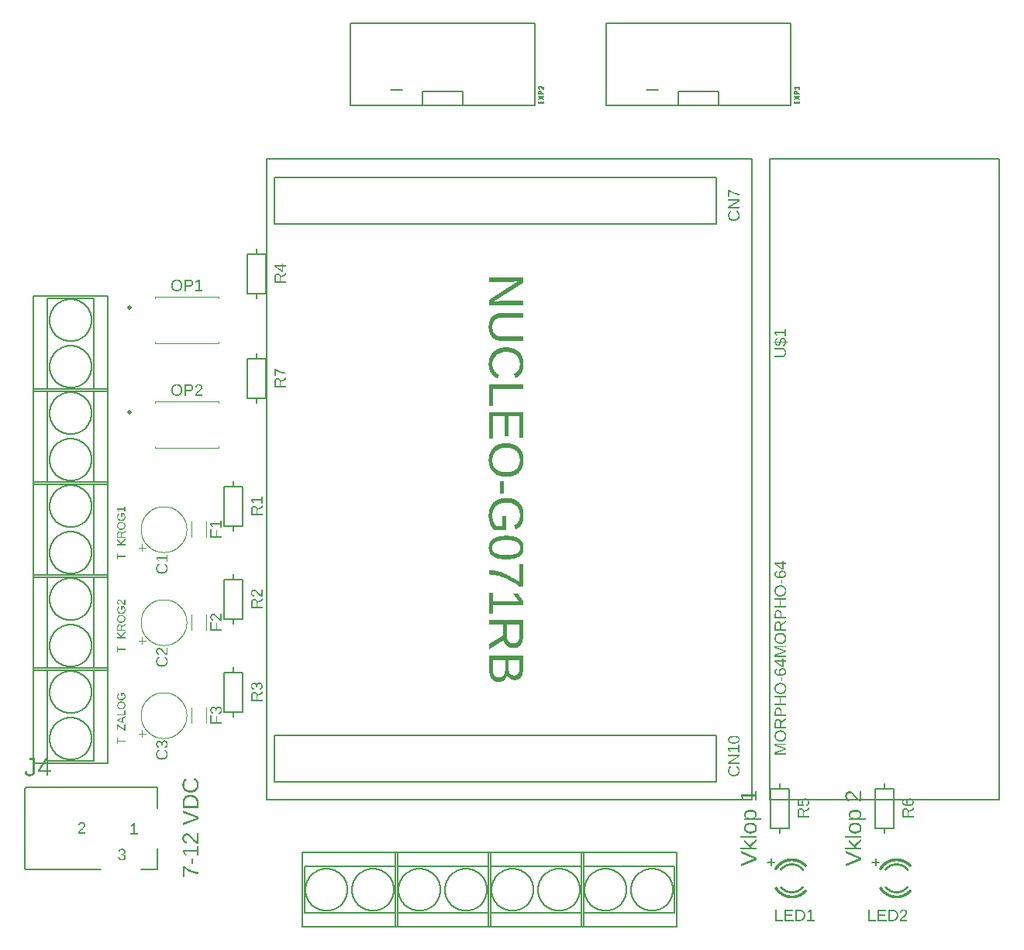
<source format=gbr>
G04 EAGLE Gerber RS-274X export*
G75*
%MOMM*%
%FSLAX34Y34*%
%LPD*%
%INSilkscreen Top*%
%IPPOS*%
%AMOC8*
5,1,8,0,0,1.08239X$1,22.5*%
G01*
G04 Define Apertures*
%ADD10C,0.127000*%
%ADD11C,0.120000*%
%ADD12C,0.200000*%
%ADD13C,0.500000*%
%ADD14C,0.015238*%
%ADD15C,0.025400*%
%ADD16C,0.203200*%
G36*
X190500Y139561D02*
X173214Y139561D01*
X173214Y145278D01*
X173223Y145819D01*
X173249Y146345D01*
X173292Y146854D01*
X173352Y147349D01*
X173429Y147827D01*
X173524Y148290D01*
X173636Y148737D01*
X173765Y149168D01*
X173911Y149584D01*
X174075Y149984D01*
X174255Y150369D01*
X174453Y150738D01*
X174668Y151091D01*
X174900Y151428D01*
X175150Y151750D01*
X175416Y152056D01*
X175699Y152345D01*
X175996Y152615D01*
X176308Y152867D01*
X176634Y153100D01*
X176974Y153314D01*
X177329Y153510D01*
X177699Y153687D01*
X178083Y153846D01*
X178482Y153985D01*
X178895Y154107D01*
X179323Y154209D01*
X179765Y154293D01*
X180222Y154358D01*
X180693Y154405D01*
X181179Y154433D01*
X181679Y154442D01*
X182337Y154426D01*
X182975Y154377D01*
X183591Y154296D01*
X184187Y154182D01*
X184761Y154035D01*
X185315Y153856D01*
X185848Y153644D01*
X186360Y153399D01*
X186846Y153125D01*
X187304Y152824D01*
X187732Y152495D01*
X188131Y152139D01*
X188500Y151756D01*
X188840Y151345D01*
X189151Y150908D01*
X189433Y150443D01*
X189683Y149955D01*
X189900Y149449D01*
X190083Y148925D01*
X190233Y148382D01*
X190350Y147821D01*
X190433Y147241D01*
X190483Y146643D01*
X190500Y146026D01*
X190500Y139561D01*
G37*
%LPC*%
G36*
X188623Y141904D02*
X188623Y145756D01*
X188610Y146225D01*
X188571Y146678D01*
X188506Y147118D01*
X188414Y147543D01*
X188297Y147954D01*
X188154Y148350D01*
X187984Y148732D01*
X187789Y149099D01*
X187569Y149449D01*
X187326Y149778D01*
X187060Y150087D01*
X186771Y150374D01*
X186458Y150640D01*
X186123Y150886D01*
X185765Y151110D01*
X185384Y151314D01*
X184983Y151495D01*
X184564Y151652D01*
X184127Y151785D01*
X183673Y151894D01*
X183201Y151978D01*
X182711Y152038D01*
X182204Y152075D01*
X181679Y152087D01*
X181283Y152080D01*
X180900Y152059D01*
X180528Y152025D01*
X180168Y151977D01*
X179820Y151915D01*
X179483Y151839D01*
X179159Y151750D01*
X178847Y151647D01*
X178547Y151530D01*
X178258Y151399D01*
X177982Y151255D01*
X177717Y151096D01*
X177464Y150925D01*
X177224Y150739D01*
X176995Y150539D01*
X176778Y150326D01*
X176574Y150100D01*
X176383Y149862D01*
X176205Y149611D01*
X176040Y149348D01*
X175889Y149072D01*
X175750Y148784D01*
X175625Y148484D01*
X175513Y148172D01*
X175414Y147847D01*
X175329Y147510D01*
X175256Y147161D01*
X175197Y146799D01*
X175151Y146425D01*
X175118Y146038D01*
X175098Y145640D01*
X175091Y145229D01*
X175091Y141904D01*
X188623Y141904D01*
G37*
%LPD*%
G36*
X181777Y156932D02*
X181268Y156941D01*
X180772Y156967D01*
X180290Y157011D01*
X179822Y157072D01*
X179368Y157150D01*
X178929Y157246D01*
X178503Y157359D01*
X178091Y157490D01*
X177693Y157639D01*
X177309Y157804D01*
X176939Y157987D01*
X176583Y158188D01*
X176242Y158406D01*
X175914Y158642D01*
X175600Y158895D01*
X175300Y159165D01*
X175016Y159451D01*
X174751Y159750D01*
X174504Y160063D01*
X174275Y160389D01*
X174064Y160728D01*
X173872Y161081D01*
X173698Y161447D01*
X173542Y161827D01*
X173405Y162220D01*
X173286Y162627D01*
X173186Y163047D01*
X173103Y163480D01*
X173039Y163927D01*
X172993Y164387D01*
X172966Y164861D01*
X172957Y165348D01*
X172974Y166024D01*
X173024Y166671D01*
X173109Y167291D01*
X173227Y167881D01*
X173378Y168444D01*
X173564Y168978D01*
X173783Y169484D01*
X174036Y169961D01*
X174322Y170409D01*
X174641Y170826D01*
X174993Y171212D01*
X175377Y171568D01*
X175793Y171893D01*
X176242Y172187D01*
X176724Y172451D01*
X177238Y172684D01*
X177974Y170464D01*
X177608Y170302D01*
X177264Y170118D01*
X176943Y169910D01*
X176643Y169680D01*
X176366Y169427D01*
X176111Y169152D01*
X175878Y168853D01*
X175668Y168532D01*
X175481Y168191D01*
X175319Y167835D01*
X175182Y167463D01*
X175070Y167076D01*
X174983Y166674D01*
X174920Y166255D01*
X174883Y165822D01*
X174871Y165373D01*
X174878Y165019D01*
X174899Y164675D01*
X174935Y164341D01*
X174986Y164017D01*
X175051Y163703D01*
X175130Y163399D01*
X175224Y163105D01*
X175332Y162821D01*
X175455Y162547D01*
X175592Y162283D01*
X175743Y162028D01*
X175909Y161784D01*
X176089Y161550D01*
X176284Y161326D01*
X176493Y161111D01*
X176717Y160907D01*
X177200Y160533D01*
X177457Y160365D01*
X177726Y160209D01*
X178004Y160066D01*
X178294Y159935D01*
X178594Y159817D01*
X178905Y159711D01*
X179227Y159617D01*
X179559Y159536D01*
X179902Y159468D01*
X180256Y159412D01*
X180620Y159368D01*
X180995Y159337D01*
X181381Y159318D01*
X181777Y159312D01*
X182170Y159319D01*
X182552Y159338D01*
X182925Y159371D01*
X183288Y159416D01*
X183642Y159474D01*
X183985Y159546D01*
X184319Y159630D01*
X184644Y159728D01*
X184958Y159838D01*
X185263Y159961D01*
X185558Y160098D01*
X185843Y160247D01*
X186119Y160410D01*
X186385Y160585D01*
X186887Y160974D01*
X187121Y161187D01*
X187340Y161408D01*
X187544Y161639D01*
X187732Y161879D01*
X187906Y162128D01*
X188065Y162386D01*
X188208Y162653D01*
X188336Y162930D01*
X188449Y163215D01*
X188548Y163510D01*
X188631Y163814D01*
X188699Y164127D01*
X188751Y164449D01*
X188789Y164781D01*
X188812Y165121D01*
X188819Y165471D01*
X188805Y165918D01*
X188763Y166350D01*
X188693Y166769D01*
X188595Y167174D01*
X188468Y167564D01*
X188314Y167941D01*
X188131Y168303D01*
X187921Y168651D01*
X187682Y168985D01*
X187415Y169305D01*
X187120Y169611D01*
X186797Y169903D01*
X186446Y170181D01*
X186067Y170445D01*
X185660Y170694D01*
X185225Y170930D01*
X186182Y172844D01*
X186723Y172563D01*
X187231Y172256D01*
X187706Y171922D01*
X188148Y171560D01*
X188556Y171172D01*
X188930Y170756D01*
X189272Y170314D01*
X189580Y169844D01*
X189853Y169352D01*
X190090Y168839D01*
X190290Y168308D01*
X190454Y167757D01*
X190581Y167187D01*
X190673Y166597D01*
X190727Y165989D01*
X190745Y165360D01*
X190728Y164718D01*
X190678Y164098D01*
X190593Y163500D01*
X190474Y162924D01*
X190321Y162369D01*
X190135Y161837D01*
X189914Y161327D01*
X189660Y160840D01*
X189374Y160377D01*
X189059Y159942D01*
X188714Y159536D01*
X188341Y159159D01*
X187938Y158810D01*
X187507Y158489D01*
X187046Y158196D01*
X186556Y157932D01*
X186040Y157698D01*
X185500Y157495D01*
X184938Y157323D01*
X184352Y157182D01*
X183743Y157073D01*
X183111Y156995D01*
X182456Y156948D01*
X181777Y156932D01*
G37*
G36*
X173214Y120860D02*
X173214Y123326D01*
X185384Y128111D01*
X188439Y129141D01*
X185384Y130172D01*
X173214Y134932D01*
X173214Y137398D01*
X190500Y130344D01*
X190500Y127915D01*
X173214Y120860D01*
G37*
G36*
X190500Y101076D02*
X188942Y101076D01*
X188245Y101406D01*
X187591Y101771D01*
X186979Y102170D01*
X186409Y102603D01*
X185873Y103060D01*
X185363Y103528D01*
X184879Y104008D01*
X184421Y104499D01*
X183564Y105488D01*
X182771Y106468D01*
X182011Y107396D01*
X181250Y108228D01*
X180865Y108602D01*
X180471Y108938D01*
X180068Y109237D01*
X179655Y109498D01*
X179443Y109612D01*
X179224Y109710D01*
X178998Y109793D01*
X178766Y109862D01*
X178526Y109915D01*
X178280Y109952D01*
X178026Y109975D01*
X177766Y109983D01*
X177420Y109970D01*
X177094Y109931D01*
X176788Y109865D01*
X176502Y109774D01*
X176236Y109657D01*
X175990Y109513D01*
X175764Y109344D01*
X175558Y109148D01*
X175374Y108930D01*
X175214Y108691D01*
X175079Y108431D01*
X174969Y108152D01*
X174883Y107852D01*
X174821Y107531D01*
X174785Y107191D01*
X174772Y106830D01*
X174784Y106485D01*
X174820Y106155D01*
X174880Y105842D01*
X174964Y105543D01*
X175072Y105260D01*
X175204Y104993D01*
X175359Y104741D01*
X175539Y104505D01*
X175740Y104288D01*
X175961Y104095D01*
X176201Y103926D01*
X176461Y103780D01*
X176740Y103657D01*
X177038Y103558D01*
X177355Y103483D01*
X177692Y103432D01*
X177484Y101174D01*
X176979Y101255D01*
X176500Y101376D01*
X176048Y101537D01*
X175622Y101737D01*
X175223Y101977D01*
X174850Y102257D01*
X174503Y102576D01*
X174184Y102935D01*
X173896Y103327D01*
X173647Y103746D01*
X173436Y104193D01*
X173263Y104666D01*
X173129Y105166D01*
X173033Y105694D01*
X172976Y106248D01*
X172957Y106830D01*
X172976Y107464D01*
X173034Y108061D01*
X173130Y108620D01*
X173265Y109141D01*
X173438Y109624D01*
X173650Y110070D01*
X173901Y110478D01*
X174190Y110848D01*
X174514Y111177D01*
X174871Y111462D01*
X175260Y111704D01*
X175682Y111901D01*
X176136Y112055D01*
X176622Y112165D01*
X177141Y112230D01*
X177692Y112252D01*
X177943Y112245D01*
X178194Y112224D01*
X178445Y112188D01*
X178695Y112137D01*
X179194Y111994D01*
X179692Y111792D01*
X180189Y111534D01*
X180686Y111220D01*
X181182Y110850D01*
X181679Y110424D01*
X182244Y109867D01*
X182946Y109102D01*
X183784Y108131D01*
X184759Y106953D01*
X185321Y106283D01*
X185855Y105686D01*
X186361Y105161D01*
X186838Y104707D01*
X187297Y104319D01*
X187747Y103990D01*
X188189Y103718D01*
X188623Y103505D01*
X188623Y112522D01*
X190500Y112522D01*
X190500Y101076D01*
G37*
G36*
X190500Y87758D02*
X188623Y87758D01*
X188623Y92162D01*
X175324Y92162D01*
X178109Y88261D01*
X176024Y88261D01*
X173214Y92346D01*
X173214Y94382D01*
X188623Y94382D01*
X188623Y98590D01*
X190500Y98590D01*
X190500Y87758D01*
G37*
G36*
X175091Y64788D02*
X173214Y64788D01*
X173214Y76210D01*
X175005Y76210D01*
X176920Y74982D01*
X178615Y73949D01*
X180091Y73111D01*
X180747Y72765D01*
X181348Y72468D01*
X182491Y71956D01*
X183060Y71726D01*
X183627Y71513D01*
X184192Y71316D01*
X184755Y71137D01*
X185316Y70975D01*
X185875Y70830D01*
X186436Y70702D01*
X187001Y70591D01*
X187572Y70497D01*
X188148Y70421D01*
X188728Y70361D01*
X189314Y70318D01*
X189904Y70293D01*
X190500Y70284D01*
X190500Y67978D01*
X189666Y68000D01*
X188822Y68066D01*
X187967Y68175D01*
X187100Y68329D01*
X186223Y68527D01*
X185335Y68768D01*
X184436Y69053D01*
X183526Y69383D01*
X182593Y69763D01*
X181625Y70203D01*
X180623Y70701D01*
X179586Y71258D01*
X178514Y71874D01*
X177408Y72549D01*
X176267Y73283D01*
X175091Y74075D01*
X175091Y64788D01*
G37*
G36*
X184808Y78585D02*
X182845Y78585D01*
X182845Y84719D01*
X184808Y84719D01*
X184808Y78585D01*
G37*
G36*
X526704Y501947D02*
X525983Y501956D01*
X525273Y501982D01*
X524574Y502025D01*
X523887Y502086D01*
X523211Y502164D01*
X522547Y502260D01*
X521894Y502373D01*
X521252Y502503D01*
X520621Y502651D01*
X520002Y502816D01*
X519394Y502998D01*
X518797Y503198D01*
X518212Y503415D01*
X517638Y503649D01*
X517075Y503901D01*
X516523Y504170D01*
X515985Y504456D01*
X515463Y504756D01*
X514957Y505072D01*
X514466Y505402D01*
X513992Y505748D01*
X513533Y506109D01*
X513090Y506485D01*
X512663Y506876D01*
X512251Y507283D01*
X511856Y507704D01*
X511476Y508141D01*
X511112Y508592D01*
X510764Y509059D01*
X510432Y509541D01*
X510116Y510037D01*
X509815Y510549D01*
X509532Y511075D01*
X509266Y511612D01*
X509019Y512161D01*
X508791Y512721D01*
X508580Y513294D01*
X508388Y513878D01*
X508215Y514473D01*
X508059Y515081D01*
X507922Y515700D01*
X507803Y516331D01*
X507703Y516973D01*
X507620Y517627D01*
X507556Y518293D01*
X507510Y518971D01*
X507483Y519661D01*
X507474Y520362D01*
X507483Y521069D01*
X507510Y521764D01*
X507555Y522447D01*
X507619Y523118D01*
X507700Y523777D01*
X507799Y524423D01*
X507917Y525057D01*
X508053Y525679D01*
X508206Y526288D01*
X508378Y526886D01*
X508568Y527471D01*
X508776Y528044D01*
X509002Y528605D01*
X509246Y529153D01*
X509508Y529689D01*
X509789Y530213D01*
X510086Y530724D01*
X510400Y531218D01*
X510730Y531698D01*
X511075Y532162D01*
X511437Y532611D01*
X511815Y533045D01*
X512210Y533463D01*
X512620Y533867D01*
X513047Y534254D01*
X513489Y534627D01*
X513948Y534984D01*
X514423Y535326D01*
X514914Y535652D01*
X515421Y535963D01*
X515944Y536259D01*
X516484Y536540D01*
X517037Y536804D01*
X517602Y537052D01*
X518178Y537282D01*
X518765Y537495D01*
X519364Y537691D01*
X519974Y537870D01*
X520596Y538032D01*
X521229Y538177D01*
X521873Y538305D01*
X522529Y538416D01*
X523196Y538510D01*
X523875Y538587D01*
X524565Y538647D01*
X525266Y538689D01*
X525979Y538715D01*
X526704Y538723D01*
X527800Y538704D01*
X528866Y538647D01*
X529902Y538552D01*
X530907Y538419D01*
X531882Y538248D01*
X532827Y538039D01*
X533741Y537792D01*
X534625Y537507D01*
X535479Y537183D01*
X536302Y536822D01*
X537095Y536423D01*
X537858Y535986D01*
X538591Y535511D01*
X539293Y534997D01*
X539965Y534446D01*
X540606Y533857D01*
X541213Y533233D01*
X541781Y532580D01*
X542310Y531898D01*
X542799Y531185D01*
X543249Y530443D01*
X543660Y529670D01*
X544032Y528868D01*
X544365Y528036D01*
X544659Y527175D01*
X544913Y526283D01*
X545128Y525362D01*
X545305Y524411D01*
X545442Y523430D01*
X545539Y522420D01*
X545598Y521379D01*
X545618Y520309D01*
X545609Y519608D01*
X545583Y518919D01*
X545539Y518241D01*
X545477Y517575D01*
X545398Y516921D01*
X545302Y516278D01*
X545187Y515647D01*
X545056Y515028D01*
X544906Y514421D01*
X544739Y513825D01*
X544555Y513241D01*
X544353Y512669D01*
X544133Y512108D01*
X543896Y511559D01*
X543641Y511022D01*
X543369Y510497D01*
X543080Y509985D01*
X542774Y509488D01*
X542454Y509007D01*
X542117Y508541D01*
X541764Y508090D01*
X541395Y507655D01*
X541010Y507235D01*
X540610Y506830D01*
X540193Y506441D01*
X539761Y506067D01*
X539312Y505708D01*
X538848Y505365D01*
X538368Y505037D01*
X537872Y504724D01*
X537360Y504426D01*
X536832Y504144D01*
X536289Y503878D01*
X535735Y503629D01*
X535169Y503397D01*
X534591Y503183D01*
X534000Y502986D01*
X533397Y502805D01*
X532783Y502642D01*
X532156Y502496D01*
X531517Y502368D01*
X530865Y502256D01*
X530202Y502162D01*
X529527Y502085D01*
X528839Y502025D01*
X528139Y501982D01*
X527428Y501956D01*
X526704Y501947D01*
G37*
%LPC*%
G36*
X526704Y507077D02*
X527557Y507091D01*
X528387Y507131D01*
X529194Y507199D01*
X529977Y507293D01*
X530737Y507415D01*
X531475Y507563D01*
X532188Y507739D01*
X532879Y507942D01*
X533546Y508172D01*
X534191Y508428D01*
X534812Y508712D01*
X535409Y509023D01*
X535984Y509361D01*
X536535Y509726D01*
X537063Y510117D01*
X537568Y510536D01*
X538046Y510980D01*
X538493Y511446D01*
X538909Y511934D01*
X539294Y512444D01*
X539649Y512977D01*
X539973Y513532D01*
X540266Y514109D01*
X540528Y514709D01*
X540759Y515331D01*
X540959Y515975D01*
X541129Y516642D01*
X541267Y517331D01*
X541375Y518042D01*
X541452Y518775D01*
X541499Y519531D01*
X541514Y520309D01*
X541499Y521093D01*
X541453Y521855D01*
X541377Y522595D01*
X541271Y523311D01*
X541134Y524005D01*
X540967Y524677D01*
X540769Y525325D01*
X540541Y525952D01*
X540282Y526555D01*
X539993Y527136D01*
X539674Y527695D01*
X539324Y528230D01*
X538944Y528744D01*
X538533Y529234D01*
X538092Y529702D01*
X537621Y530148D01*
X537122Y530568D01*
X536598Y530961D01*
X536051Y531328D01*
X535478Y531667D01*
X534882Y531979D01*
X534261Y532264D01*
X533615Y532521D01*
X532945Y532752D01*
X532250Y532955D01*
X531531Y533132D01*
X530788Y533281D01*
X530020Y533403D01*
X529228Y533498D01*
X528411Y533566D01*
X527569Y533606D01*
X526704Y533620D01*
X525844Y533606D01*
X525006Y533565D01*
X524191Y533496D01*
X523398Y533400D01*
X522628Y533277D01*
X521880Y533126D01*
X521155Y532948D01*
X520453Y532742D01*
X519773Y532509D01*
X519115Y532248D01*
X518480Y531960D01*
X517867Y531645D01*
X517277Y531302D01*
X516710Y530931D01*
X516165Y530533D01*
X515642Y530108D01*
X515147Y529658D01*
X514683Y529188D01*
X514252Y528695D01*
X513852Y528182D01*
X513485Y527647D01*
X513149Y527091D01*
X512846Y526514D01*
X512574Y525916D01*
X512334Y525296D01*
X512127Y524655D01*
X511951Y523992D01*
X511807Y523309D01*
X511695Y522604D01*
X511615Y521878D01*
X511567Y521130D01*
X511551Y520362D01*
X511567Y519571D01*
X511613Y518804D01*
X511691Y518060D01*
X511799Y517339D01*
X511938Y516642D01*
X512108Y515967D01*
X512309Y515317D01*
X512541Y514689D01*
X512804Y514085D01*
X513098Y513505D01*
X513423Y512947D01*
X513778Y512413D01*
X514165Y511902D01*
X514582Y511415D01*
X515031Y510951D01*
X515510Y510510D01*
X516018Y510094D01*
X516551Y509705D01*
X517110Y509343D01*
X517695Y509008D01*
X518305Y508700D01*
X518940Y508418D01*
X519601Y508163D01*
X520288Y507935D01*
X521001Y507734D01*
X521739Y507560D01*
X522502Y507412D01*
X523291Y507292D01*
X524106Y507198D01*
X524946Y507131D01*
X525812Y507090D01*
X526704Y507077D01*
G37*
%LPD*%
G36*
X518444Y277619D02*
X517834Y277633D01*
X517241Y277676D01*
X516666Y277746D01*
X516108Y277845D01*
X515567Y277971D01*
X515043Y278126D01*
X514537Y278309D01*
X514047Y278520D01*
X513575Y278760D01*
X513120Y279027D01*
X512682Y279323D01*
X512261Y279647D01*
X511857Y279999D01*
X511471Y280379D01*
X511101Y280787D01*
X510749Y281223D01*
X510416Y281685D01*
X510105Y282168D01*
X509815Y282674D01*
X509546Y283201D01*
X509299Y283751D01*
X509074Y284322D01*
X508870Y284916D01*
X508687Y285531D01*
X508526Y286168D01*
X508387Y286828D01*
X508268Y287509D01*
X508172Y288213D01*
X508097Y288938D01*
X508043Y289685D01*
X508011Y290455D01*
X508000Y291246D01*
X508000Y306293D01*
X545065Y306293D01*
X545065Y292824D01*
X545057Y292022D01*
X545030Y291244D01*
X544986Y290493D01*
X544925Y289766D01*
X544846Y289065D01*
X544749Y288390D01*
X544635Y287740D01*
X544503Y287116D01*
X544354Y286517D01*
X544187Y285944D01*
X544002Y285396D01*
X543800Y284873D01*
X543581Y284376D01*
X543343Y283905D01*
X543089Y283459D01*
X542816Y283038D01*
X542526Y282643D01*
X542219Y282274D01*
X541894Y281930D01*
X541551Y281611D01*
X541191Y281318D01*
X540813Y281051D01*
X540418Y280809D01*
X540005Y280592D01*
X539574Y280401D01*
X539126Y280235D01*
X538660Y280095D01*
X538177Y279980D01*
X537676Y279891D01*
X537158Y279827D01*
X536622Y279789D01*
X536069Y279776D01*
X535662Y279784D01*
X535263Y279805D01*
X534873Y279841D01*
X534490Y279892D01*
X534116Y279956D01*
X533750Y280035D01*
X533393Y280129D01*
X533043Y280237D01*
X532702Y280359D01*
X532369Y280496D01*
X532045Y280647D01*
X531728Y280812D01*
X531420Y280992D01*
X531120Y281186D01*
X530828Y281395D01*
X530544Y281618D01*
X530271Y281854D01*
X530008Y282102D01*
X529733Y282401D01*
X529518Y282634D01*
X529075Y283214D01*
X528677Y283841D01*
X528325Y284516D01*
X528019Y285238D01*
X527759Y286009D01*
X527545Y286827D01*
X527472Y286282D01*
X527384Y285753D01*
X527281Y285240D01*
X527163Y284743D01*
X527030Y284262D01*
X526883Y283797D01*
X526720Y283347D01*
X526543Y282914D01*
X526350Y282496D01*
X526143Y282093D01*
X525921Y281707D01*
X525683Y281337D01*
X525431Y280982D01*
X525165Y280643D01*
X524919Y280362D01*
X524883Y280320D01*
X524586Y280013D01*
X524277Y279723D01*
X523958Y279452D01*
X523629Y279200D01*
X523290Y278966D01*
X522941Y278751D01*
X522582Y278554D01*
X522213Y278377D01*
X521834Y278218D01*
X521445Y278078D01*
X521046Y277956D01*
X520637Y277853D01*
X520218Y277769D01*
X519790Y277704D01*
X519351Y277657D01*
X518902Y277629D01*
X518444Y277619D01*
G37*
%LPC*%
G36*
X518838Y282696D02*
X519241Y282705D01*
X519631Y282732D01*
X520009Y282777D01*
X520373Y282840D01*
X520725Y282921D01*
X521064Y283020D01*
X521390Y283137D01*
X521704Y283272D01*
X522005Y283425D01*
X522292Y283596D01*
X522567Y283784D01*
X522830Y283991D01*
X523079Y284216D01*
X523316Y284459D01*
X523540Y284720D01*
X523751Y284998D01*
X523949Y285295D01*
X524135Y285610D01*
X524307Y285942D01*
X524467Y286293D01*
X524614Y286662D01*
X524749Y287048D01*
X524870Y287453D01*
X524979Y287876D01*
X525075Y288316D01*
X525158Y288775D01*
X525228Y289251D01*
X525286Y289746D01*
X525331Y290258D01*
X525363Y290789D01*
X525382Y291337D01*
X525388Y291904D01*
X525388Y301269D01*
X512025Y301269D01*
X512025Y291509D01*
X512032Y290943D01*
X512052Y290397D01*
X512085Y289871D01*
X512132Y289363D01*
X512192Y288876D01*
X512265Y288408D01*
X512352Y287959D01*
X512452Y287530D01*
X512566Y287121D01*
X512693Y286731D01*
X512833Y286360D01*
X512987Y286009D01*
X513154Y285678D01*
X513334Y285366D01*
X513528Y285074D01*
X513735Y284801D01*
X513955Y284546D01*
X514189Y284308D01*
X514435Y284086D01*
X514695Y283880D01*
X514968Y283691D01*
X515254Y283519D01*
X515553Y283362D01*
X515866Y283223D01*
X516191Y283099D01*
X516530Y282992D01*
X516882Y282902D01*
X517247Y282828D01*
X517625Y282770D01*
X518016Y282729D01*
X518421Y282705D01*
X518838Y282696D01*
G37*
G36*
X535464Y284827D02*
X535832Y284835D01*
X536187Y284859D01*
X536528Y284899D01*
X536856Y284956D01*
X537171Y285028D01*
X537472Y285116D01*
X537760Y285220D01*
X538035Y285340D01*
X538296Y285477D01*
X538544Y285629D01*
X538779Y285797D01*
X539000Y285981D01*
X539208Y286182D01*
X539403Y286398D01*
X539584Y286631D01*
X539752Y286879D01*
X540054Y287421D01*
X540315Y288020D01*
X540537Y288677D01*
X540718Y289391D01*
X540859Y290163D01*
X540960Y290993D01*
X541020Y291880D01*
X541041Y292824D01*
X541041Y301269D01*
X529308Y301269D01*
X529308Y292824D01*
X529314Y292329D01*
X529332Y291850D01*
X529361Y291387D01*
X529403Y290939D01*
X529456Y290508D01*
X529521Y290092D01*
X529598Y289693D01*
X529686Y289309D01*
X529787Y288941D01*
X529899Y288590D01*
X530023Y288254D01*
X530159Y287934D01*
X530307Y287630D01*
X530466Y287342D01*
X530637Y287070D01*
X530821Y286813D01*
X531016Y286573D01*
X531224Y286348D01*
X531445Y286138D01*
X531678Y285944D01*
X531924Y285766D01*
X532183Y285603D01*
X532454Y285456D01*
X532738Y285324D01*
X533034Y285207D01*
X533343Y285107D01*
X533665Y285021D01*
X534000Y284951D01*
X534347Y284897D01*
X534706Y284858D01*
X535079Y284835D01*
X535464Y284827D01*
G37*
%LPD*%
G36*
X526546Y411667D02*
X525402Y411680D01*
X524293Y411718D01*
X523218Y411782D01*
X522177Y411872D01*
X521171Y411987D01*
X520199Y412127D01*
X519261Y412294D01*
X518358Y412486D01*
X517489Y412703D01*
X516654Y412946D01*
X515854Y413215D01*
X515088Y413509D01*
X514356Y413829D01*
X513659Y414174D01*
X512996Y414545D01*
X512367Y414942D01*
X511774Y415363D01*
X511220Y415809D01*
X510704Y416280D01*
X510226Y416774D01*
X509787Y417293D01*
X509385Y417837D01*
X509022Y418404D01*
X508697Y418996D01*
X508410Y419613D01*
X508162Y420254D01*
X507952Y420919D01*
X507780Y421608D01*
X507646Y422322D01*
X507550Y423060D01*
X507493Y423823D01*
X507474Y424609D01*
X507493Y425396D01*
X507550Y426158D01*
X507645Y426895D01*
X507778Y427607D01*
X507949Y428294D01*
X508158Y428956D01*
X508405Y429594D01*
X508691Y430206D01*
X509014Y430794D01*
X509375Y431357D01*
X509774Y431895D01*
X510211Y432408D01*
X510687Y432896D01*
X511200Y433359D01*
X511751Y433798D01*
X512341Y434211D01*
X512966Y434600D01*
X513627Y434963D01*
X514323Y435302D01*
X515053Y435615D01*
X515819Y435904D01*
X516619Y436167D01*
X517455Y436405D01*
X518325Y436618D01*
X519230Y436806D01*
X520171Y436969D01*
X521146Y437107D01*
X522156Y437220D01*
X523201Y437308D01*
X524281Y437370D01*
X525396Y437408D01*
X526546Y437421D01*
X527721Y437408D01*
X528858Y437372D01*
X529958Y437311D01*
X531021Y437226D01*
X532046Y437116D01*
X533034Y436982D01*
X533985Y436824D01*
X534898Y436641D01*
X535774Y436434D01*
X536612Y436203D01*
X537413Y435947D01*
X538176Y435667D01*
X538903Y435363D01*
X539591Y435034D01*
X540243Y434681D01*
X540856Y434303D01*
X541433Y433899D01*
X541972Y433467D01*
X542475Y433007D01*
X542940Y432519D01*
X543367Y432002D01*
X543758Y431457D01*
X544111Y430883D01*
X544427Y430282D01*
X544706Y429652D01*
X544948Y428994D01*
X545153Y428307D01*
X545320Y427593D01*
X545450Y426850D01*
X545543Y426079D01*
X545599Y425279D01*
X545618Y424452D01*
X545599Y423646D01*
X545543Y422868D01*
X545449Y422116D01*
X545317Y421391D01*
X545148Y420693D01*
X544941Y420022D01*
X544696Y419377D01*
X544414Y418760D01*
X544095Y418169D01*
X543737Y417605D01*
X543342Y417068D01*
X542910Y416557D01*
X542440Y416074D01*
X541932Y415617D01*
X541387Y415187D01*
X540804Y414784D01*
X540184Y414407D01*
X539528Y414053D01*
X538836Y413725D01*
X538107Y413420D01*
X537343Y413140D01*
X536542Y412885D01*
X535705Y412653D01*
X534832Y412446D01*
X533923Y412263D01*
X532978Y412105D01*
X531996Y411971D01*
X530978Y411862D01*
X529925Y411776D01*
X528834Y411716D01*
X527708Y411679D01*
X526546Y411667D01*
G37*
%LPC*%
G36*
X526546Y416481D02*
X527531Y416488D01*
X528483Y416510D01*
X529399Y416546D01*
X530281Y416597D01*
X531129Y416662D01*
X531942Y416742D01*
X532720Y416836D01*
X533464Y416944D01*
X534174Y417068D01*
X534849Y417205D01*
X535489Y417357D01*
X536095Y417524D01*
X536666Y417705D01*
X537203Y417901D01*
X537705Y418111D01*
X538173Y418335D01*
X538610Y418577D01*
X539018Y418837D01*
X539398Y419116D01*
X539750Y419413D01*
X540074Y419730D01*
X540369Y420065D01*
X540637Y420419D01*
X540876Y420792D01*
X541087Y421183D01*
X541270Y421594D01*
X541425Y422023D01*
X541552Y422471D01*
X541650Y422938D01*
X541721Y423424D01*
X541763Y423928D01*
X541777Y424452D01*
X541763Y424988D01*
X541722Y425505D01*
X541652Y426003D01*
X541555Y426481D01*
X541430Y426941D01*
X541278Y427381D01*
X541097Y427802D01*
X540889Y428204D01*
X540653Y428586D01*
X540390Y428949D01*
X540099Y429293D01*
X539779Y429618D01*
X539433Y429924D01*
X539058Y430210D01*
X538656Y430478D01*
X538226Y430726D01*
X537764Y430957D01*
X537266Y431173D01*
X536733Y431374D01*
X536164Y431560D01*
X535559Y431731D01*
X534919Y431888D01*
X534242Y432029D01*
X533530Y432156D01*
X532782Y432268D01*
X531999Y432365D01*
X531179Y432447D01*
X530324Y432514D01*
X529433Y432566D01*
X528506Y432603D01*
X527544Y432625D01*
X526546Y432633D01*
X525576Y432625D01*
X524639Y432603D01*
X523735Y432565D01*
X522865Y432512D01*
X522027Y432444D01*
X521223Y432361D01*
X520451Y432263D01*
X519713Y432149D01*
X519008Y432021D01*
X518335Y431878D01*
X517696Y431719D01*
X517090Y431545D01*
X516518Y431356D01*
X515978Y431152D01*
X515471Y430933D01*
X514997Y430699D01*
X514555Y430449D01*
X514140Y430180D01*
X513755Y429894D01*
X513398Y429590D01*
X513069Y429269D01*
X512769Y428929D01*
X512498Y428572D01*
X512255Y428197D01*
X512041Y427804D01*
X511855Y427394D01*
X511698Y426965D01*
X511569Y426519D01*
X511469Y426055D01*
X511398Y425574D01*
X511355Y425074D01*
X511341Y424557D01*
X511355Y424043D01*
X511399Y423546D01*
X511472Y423067D01*
X511574Y422605D01*
X511706Y422161D01*
X511866Y421734D01*
X512056Y421325D01*
X512275Y420933D01*
X512523Y420559D01*
X512800Y420202D01*
X513106Y419863D01*
X513442Y419541D01*
X513807Y419236D01*
X514201Y418949D01*
X514624Y418680D01*
X515076Y418427D01*
X515559Y418192D01*
X516073Y417971D01*
X516618Y417766D01*
X517194Y417576D01*
X517802Y417401D01*
X518440Y417241D01*
X519110Y417097D01*
X519811Y416968D01*
X520544Y416853D01*
X521308Y416755D01*
X522103Y416671D01*
X522929Y416603D01*
X523786Y416549D01*
X524675Y416511D01*
X525595Y416488D01*
X526546Y416481D01*
G37*
%LPD*%
G36*
X508000Y313211D02*
X508000Y318998D01*
X523389Y328626D01*
X523389Y340175D01*
X508000Y340175D01*
X508000Y345199D01*
X545065Y345199D01*
X545065Y327758D01*
X545054Y326987D01*
X545022Y326238D01*
X544967Y325511D01*
X544890Y324806D01*
X544792Y324124D01*
X544671Y323464D01*
X544529Y322826D01*
X544365Y322211D01*
X544179Y321618D01*
X543971Y321047D01*
X543741Y320499D01*
X543489Y319973D01*
X543216Y319469D01*
X542920Y318987D01*
X542603Y318528D01*
X542264Y318091D01*
X541905Y317678D01*
X541529Y317292D01*
X541136Y316933D01*
X540726Y316600D01*
X540298Y316294D01*
X539854Y316015D01*
X539392Y315762D01*
X538913Y315536D01*
X538417Y315336D01*
X537904Y315163D01*
X537373Y315017D01*
X536826Y314897D01*
X536261Y314804D01*
X535679Y314737D01*
X535080Y314698D01*
X534464Y314684D01*
X533953Y314694D01*
X533452Y314722D01*
X532961Y314769D01*
X532481Y314835D01*
X532011Y314919D01*
X531551Y315023D01*
X531102Y315145D01*
X530663Y315286D01*
X530234Y315446D01*
X529815Y315624D01*
X529407Y315822D01*
X529009Y316038D01*
X528621Y316273D01*
X528243Y316527D01*
X527876Y316800D01*
X527519Y317091D01*
X527175Y317399D01*
X526848Y317722D01*
X526537Y318058D01*
X526242Y318409D01*
X525963Y318774D01*
X525700Y319154D01*
X525492Y319486D01*
X525454Y319547D01*
X525224Y319955D01*
X525010Y320378D01*
X524813Y320814D01*
X524631Y321265D01*
X524466Y321730D01*
X524317Y322210D01*
X524184Y322703D01*
X524068Y323211D01*
X523968Y323734D01*
X517170Y319254D01*
X508000Y313211D01*
G37*
%LPC*%
G36*
X534411Y319735D02*
X534810Y319744D01*
X535196Y319769D01*
X535571Y319812D01*
X535933Y319872D01*
X536283Y319950D01*
X536622Y320044D01*
X536948Y320155D01*
X537262Y320284D01*
X537565Y320430D01*
X537855Y320593D01*
X538133Y320773D01*
X538399Y320971D01*
X538653Y321185D01*
X538896Y321417D01*
X539126Y321666D01*
X539344Y321932D01*
X539549Y322214D01*
X539741Y322511D01*
X539920Y322823D01*
X540086Y323151D01*
X540239Y323493D01*
X540378Y323851D01*
X540504Y324224D01*
X540616Y324611D01*
X540716Y325014D01*
X540802Y325433D01*
X540875Y325866D01*
X540934Y326314D01*
X540981Y326777D01*
X541014Y327256D01*
X541034Y327749D01*
X541041Y328258D01*
X541041Y340175D01*
X527361Y340175D01*
X527361Y328048D01*
X527369Y327558D01*
X527390Y327083D01*
X527427Y326622D01*
X527477Y326174D01*
X527542Y325741D01*
X527622Y325322D01*
X527716Y324917D01*
X527825Y324526D01*
X527948Y324149D01*
X528086Y323786D01*
X528238Y323438D01*
X528405Y323103D01*
X528586Y322782D01*
X528781Y322476D01*
X528991Y322184D01*
X529216Y321905D01*
X529454Y321642D01*
X529703Y321397D01*
X529964Y321168D01*
X530236Y320956D01*
X530520Y320761D01*
X530816Y320583D01*
X531123Y320422D01*
X531442Y320278D01*
X531773Y320150D01*
X532115Y320040D01*
X532468Y319947D01*
X532834Y319871D01*
X533211Y319811D01*
X533599Y319769D01*
X534000Y319743D01*
X534411Y319735D01*
G37*
%LPD*%
G36*
X545065Y689386D02*
X508000Y689386D01*
X508000Y695437D01*
X539567Y715272D01*
X537016Y715140D01*
X532623Y715009D01*
X508000Y715009D01*
X508000Y719481D01*
X545065Y719481D01*
X545065Y713641D01*
X513288Y693595D01*
X515688Y693733D01*
X517733Y693832D01*
X519423Y693891D01*
X520758Y693911D01*
X545065Y693911D01*
X545065Y689386D01*
G37*
G36*
X526546Y443550D02*
X513761Y443550D01*
X513032Y444308D01*
X512346Y445107D01*
X511702Y445947D01*
X511101Y446829D01*
X510542Y447752D01*
X510025Y448717D01*
X509550Y449724D01*
X509118Y450771D01*
X508733Y451851D01*
X508399Y452954D01*
X508116Y454079D01*
X507885Y455227D01*
X507789Y455809D01*
X507705Y456397D01*
X507634Y456991D01*
X507577Y457591D01*
X507532Y458195D01*
X507500Y458806D01*
X507480Y459422D01*
X507474Y460044D01*
X507483Y460765D01*
X507510Y461473D01*
X507555Y462168D01*
X507619Y462851D01*
X507700Y463521D01*
X507799Y464179D01*
X507917Y464824D01*
X508053Y465457D01*
X508206Y466077D01*
X508378Y466685D01*
X508568Y467280D01*
X508776Y467862D01*
X509002Y468432D01*
X509246Y468990D01*
X509508Y469535D01*
X509789Y470067D01*
X510086Y470585D01*
X510399Y471088D01*
X510729Y471576D01*
X511074Y472047D01*
X511435Y472504D01*
X511812Y472944D01*
X512205Y473370D01*
X512613Y473779D01*
X513038Y474174D01*
X513479Y474552D01*
X513935Y474916D01*
X514408Y475263D01*
X514896Y475595D01*
X515401Y475912D01*
X515921Y476213D01*
X516457Y476499D01*
X517008Y476768D01*
X517570Y477020D01*
X518144Y477254D01*
X518730Y477471D01*
X519329Y477671D01*
X519939Y477853D01*
X520561Y478018D01*
X521196Y478166D01*
X521842Y478296D01*
X522501Y478409D01*
X523171Y478505D01*
X523854Y478583D01*
X524548Y478644D01*
X525255Y478687D01*
X525973Y478713D01*
X526704Y478722D01*
X527816Y478703D01*
X528896Y478646D01*
X529944Y478552D01*
X530960Y478419D01*
X531945Y478249D01*
X532898Y478041D01*
X533818Y477795D01*
X534707Y477512D01*
X535564Y477190D01*
X536390Y476831D01*
X537183Y476434D01*
X537945Y475999D01*
X538674Y475526D01*
X539372Y475016D01*
X540038Y474468D01*
X540672Y473881D01*
X541271Y473261D01*
X541831Y472610D01*
X542353Y471928D01*
X542836Y471216D01*
X543280Y470473D01*
X543686Y469700D01*
X544053Y468896D01*
X544381Y468061D01*
X544671Y467196D01*
X544922Y466300D01*
X545135Y465373D01*
X545309Y464416D01*
X545444Y463428D01*
X545541Y462410D01*
X545598Y461361D01*
X545618Y460281D01*
X545610Y459521D01*
X545585Y458778D01*
X545545Y458054D01*
X545488Y457348D01*
X545415Y456660D01*
X545326Y455990D01*
X545220Y455338D01*
X545098Y454704D01*
X544960Y454089D01*
X544806Y453491D01*
X544636Y452911D01*
X544449Y452350D01*
X544246Y451806D01*
X544027Y451281D01*
X543791Y450774D01*
X543540Y450285D01*
X543270Y449812D01*
X542981Y449352D01*
X542672Y448906D01*
X542344Y448475D01*
X541997Y448056D01*
X541630Y447652D01*
X541243Y447262D01*
X540837Y446885D01*
X540411Y446522D01*
X539966Y446172D01*
X539501Y445837D01*
X539017Y445515D01*
X538513Y445207D01*
X537989Y444913D01*
X537447Y444633D01*
X536884Y444366D01*
X535464Y449154D01*
X536226Y449567D01*
X536935Y450018D01*
X537591Y450506D01*
X538193Y451031D01*
X538742Y451594D01*
X539237Y452194D01*
X539679Y452832D01*
X539880Y453165D01*
X540067Y453507D01*
X540406Y454222D01*
X540700Y454980D01*
X540949Y455779D01*
X541152Y456621D01*
X541311Y457506D01*
X541424Y458432D01*
X541491Y459401D01*
X541514Y460413D01*
X541499Y461203D01*
X541453Y461970D01*
X541378Y462713D01*
X541272Y463433D01*
X541135Y464129D01*
X540968Y464801D01*
X540771Y465450D01*
X540544Y466075D01*
X540286Y466677D01*
X539998Y467254D01*
X539680Y467808D01*
X539331Y468339D01*
X538953Y468846D01*
X538543Y469329D01*
X538104Y469789D01*
X537634Y470225D01*
X537136Y470636D01*
X536614Y471020D01*
X536067Y471378D01*
X535496Y471710D01*
X534899Y472014D01*
X534278Y472293D01*
X533632Y472545D01*
X532961Y472770D01*
X532266Y472969D01*
X531545Y473141D01*
X530800Y473287D01*
X530031Y473406D01*
X529236Y473499D01*
X528417Y473565D01*
X527573Y473605D01*
X526704Y473618D01*
X525837Y473604D01*
X524994Y473562D01*
X524174Y473492D01*
X523377Y473393D01*
X522603Y473266D01*
X521852Y473112D01*
X521124Y472929D01*
X520420Y472717D01*
X519738Y472478D01*
X519080Y472211D01*
X518445Y471915D01*
X517833Y471591D01*
X517244Y471239D01*
X516678Y470859D01*
X516135Y470451D01*
X515616Y470014D01*
X515123Y469553D01*
X514663Y469070D01*
X514234Y468566D01*
X513837Y468040D01*
X513472Y467492D01*
X513139Y466923D01*
X512837Y466332D01*
X512567Y465720D01*
X512329Y465086D01*
X512123Y464431D01*
X511948Y463753D01*
X511805Y463055D01*
X511694Y462335D01*
X511615Y461593D01*
X511567Y460829D01*
X511551Y460044D01*
X511569Y459144D01*
X511620Y458260D01*
X511707Y457390D01*
X511828Y456536D01*
X511983Y455697D01*
X512173Y454873D01*
X512397Y454064D01*
X512656Y453271D01*
X512945Y452503D01*
X513258Y451774D01*
X513596Y451081D01*
X513958Y450426D01*
X514346Y449809D01*
X514757Y449228D01*
X515194Y448686D01*
X515655Y448180D01*
X522337Y448180D01*
X522337Y459255D01*
X526546Y459255D01*
X526546Y443550D01*
G37*
G36*
X512104Y543593D02*
X508000Y543593D01*
X508000Y572793D01*
X545065Y572793D01*
X545065Y544672D01*
X540962Y544672D01*
X540962Y567769D01*
X529071Y567769D01*
X529071Y546250D01*
X525020Y546250D01*
X525020Y567769D01*
X512104Y567769D01*
X512104Y543593D01*
G37*
G36*
X545065Y650243D02*
X521942Y650243D01*
X521385Y650251D01*
X520837Y650273D01*
X520299Y650310D01*
X519770Y650363D01*
X519252Y650430D01*
X518742Y650512D01*
X518243Y650608D01*
X517753Y650720D01*
X517273Y650847D01*
X516802Y650988D01*
X516341Y651145D01*
X515890Y651316D01*
X515449Y651502D01*
X515017Y651704D01*
X514595Y651920D01*
X514182Y652151D01*
X513780Y652395D01*
X513391Y652652D01*
X513013Y652921D01*
X512647Y653203D01*
X512294Y653497D01*
X511952Y653803D01*
X511622Y654121D01*
X511305Y654452D01*
X510999Y654796D01*
X510706Y655151D01*
X510424Y655519D01*
X510155Y655899D01*
X509897Y656292D01*
X509652Y656697D01*
X509418Y657114D01*
X509197Y657543D01*
X508988Y657984D01*
X508793Y658434D01*
X508611Y658894D01*
X508443Y659364D01*
X508288Y659844D01*
X508147Y660333D01*
X508019Y660832D01*
X507905Y661341D01*
X507804Y661860D01*
X507716Y662388D01*
X507642Y662927D01*
X507582Y663475D01*
X507534Y664032D01*
X507501Y664600D01*
X507481Y665177D01*
X507474Y665764D01*
X507480Y666328D01*
X507500Y666884D01*
X507532Y667430D01*
X507577Y667967D01*
X507636Y668495D01*
X507707Y669014D01*
X507791Y669525D01*
X507888Y670026D01*
X507998Y670518D01*
X508121Y671001D01*
X508257Y671474D01*
X508406Y671939D01*
X508568Y672395D01*
X508743Y672842D01*
X508930Y673280D01*
X509131Y673708D01*
X509344Y674127D01*
X509569Y674533D01*
X509805Y674927D01*
X510054Y675310D01*
X510313Y675680D01*
X510585Y676039D01*
X510868Y676386D01*
X511163Y676720D01*
X511470Y677043D01*
X511788Y677354D01*
X512119Y677653D01*
X512461Y677940D01*
X512814Y678216D01*
X513179Y678479D01*
X513556Y678730D01*
X513945Y678970D01*
X514345Y679196D01*
X514753Y679407D01*
X515172Y679604D01*
X515599Y679787D01*
X516036Y679955D01*
X516483Y680108D01*
X516939Y680246D01*
X517404Y680370D01*
X517879Y680480D01*
X518364Y680575D01*
X518858Y680655D01*
X519361Y680721D01*
X519874Y680772D01*
X520396Y680808D01*
X520928Y680830D01*
X521469Y680837D01*
X545065Y680837D01*
X545065Y675813D01*
X521890Y675813D01*
X521265Y675803D01*
X520659Y675773D01*
X520072Y675722D01*
X519504Y675652D01*
X518955Y675561D01*
X518426Y675450D01*
X517915Y675319D01*
X517424Y675168D01*
X516952Y674997D01*
X516499Y674806D01*
X516065Y674594D01*
X515650Y674363D01*
X515254Y674111D01*
X514878Y673839D01*
X514520Y673547D01*
X514182Y673235D01*
X513863Y672904D01*
X513565Y672555D01*
X513288Y672188D01*
X513031Y671803D01*
X512795Y671400D01*
X512579Y670980D01*
X512384Y670541D01*
X512209Y670085D01*
X512055Y669611D01*
X511921Y669118D01*
X511808Y668608D01*
X511716Y668081D01*
X511644Y667535D01*
X511592Y666971D01*
X511562Y666390D01*
X511551Y665790D01*
X511562Y665174D01*
X511594Y664575D01*
X511647Y663994D01*
X511721Y663430D01*
X511817Y662884D01*
X511934Y662354D01*
X512072Y661842D01*
X512232Y661348D01*
X512413Y660871D01*
X512615Y660411D01*
X512838Y659968D01*
X513083Y659543D01*
X513349Y659136D01*
X513636Y658745D01*
X513944Y658372D01*
X514274Y658017D01*
X514624Y657681D01*
X514994Y657366D01*
X515383Y657074D01*
X515792Y656803D01*
X516221Y656553D01*
X516669Y656326D01*
X517137Y656120D01*
X517625Y655935D01*
X518132Y655773D01*
X518659Y655632D01*
X519205Y655513D01*
X519771Y655415D01*
X520357Y655339D01*
X520962Y655285D01*
X521587Y655252D01*
X522232Y655242D01*
X545065Y655242D01*
X545065Y650243D01*
G37*
G36*
X517260Y609233D02*
X516670Y609526D01*
X516099Y609834D01*
X515545Y610156D01*
X515009Y610493D01*
X514491Y610844D01*
X513991Y611210D01*
X513509Y611590D01*
X513044Y611985D01*
X512598Y612394D01*
X512169Y612818D01*
X511758Y613256D01*
X511366Y613709D01*
X510991Y614176D01*
X510633Y614658D01*
X510294Y615154D01*
X509973Y615664D01*
X509670Y616188D01*
X509387Y616721D01*
X509124Y617265D01*
X508880Y617819D01*
X508655Y618384D01*
X508450Y618959D01*
X508265Y619544D01*
X508099Y620140D01*
X507952Y620746D01*
X507825Y621362D01*
X507718Y621989D01*
X507630Y622627D01*
X507562Y623274D01*
X507513Y623932D01*
X507484Y624601D01*
X507474Y625279D01*
X507483Y625974D01*
X507510Y626657D01*
X507556Y627327D01*
X507619Y627986D01*
X507701Y628634D01*
X507801Y629269D01*
X507920Y629893D01*
X508056Y630504D01*
X508211Y631104D01*
X508383Y631693D01*
X508574Y632269D01*
X508783Y632833D01*
X509011Y633386D01*
X509256Y633927D01*
X509520Y634456D01*
X509802Y634973D01*
X510101Y635477D01*
X510415Y635965D01*
X510745Y636439D01*
X511091Y636897D01*
X511452Y637340D01*
X511829Y637767D01*
X512222Y638180D01*
X512630Y638577D01*
X513054Y638959D01*
X513493Y639326D01*
X513948Y639678D01*
X514419Y640014D01*
X514905Y640335D01*
X515407Y640641D01*
X515924Y640932D01*
X516457Y641208D01*
X517005Y641467D01*
X517564Y641710D01*
X518136Y641936D01*
X518721Y642146D01*
X519317Y642338D01*
X519927Y642514D01*
X520548Y642673D01*
X521183Y642816D01*
X521829Y642941D01*
X522488Y643050D01*
X523160Y643142D01*
X523844Y643218D01*
X524540Y643276D01*
X525249Y643318D01*
X525970Y643343D01*
X526704Y643352D01*
X527797Y643333D01*
X528860Y643277D01*
X529893Y643183D01*
X530896Y643052D01*
X531869Y642884D01*
X532812Y642678D01*
X533726Y642435D01*
X534609Y642155D01*
X535462Y641837D01*
X536285Y641481D01*
X537078Y641089D01*
X537841Y640659D01*
X538574Y640191D01*
X539277Y639686D01*
X539950Y639144D01*
X540593Y638564D01*
X541202Y637951D01*
X541771Y637309D01*
X542301Y636639D01*
X542792Y635940D01*
X543243Y635212D01*
X543655Y634455D01*
X544028Y633670D01*
X544362Y632856D01*
X544656Y632013D01*
X544911Y631141D01*
X545127Y630240D01*
X545304Y629311D01*
X545441Y628353D01*
X545539Y627366D01*
X545598Y626350D01*
X545618Y625306D01*
X545609Y624573D01*
X545582Y623856D01*
X545536Y623155D01*
X545473Y622468D01*
X545392Y621796D01*
X545292Y621140D01*
X545175Y620499D01*
X545039Y619873D01*
X544885Y619263D01*
X544714Y618667D01*
X544524Y618087D01*
X544316Y617522D01*
X544090Y616973D01*
X543845Y616438D01*
X543583Y615919D01*
X543303Y615415D01*
X543005Y614926D01*
X542689Y614454D01*
X542356Y613999D01*
X542006Y613560D01*
X541638Y613137D01*
X541252Y612731D01*
X540849Y612342D01*
X540429Y611968D01*
X539991Y611612D01*
X539536Y611271D01*
X539063Y610947D01*
X538573Y610640D01*
X538065Y610349D01*
X537540Y610074D01*
X536997Y609816D01*
X536437Y609575D01*
X534859Y614336D01*
X535257Y614503D01*
X535644Y614683D01*
X536018Y614874D01*
X536381Y615078D01*
X536732Y615294D01*
X537071Y615523D01*
X537398Y615763D01*
X537713Y616016D01*
X538016Y616281D01*
X538307Y616559D01*
X538586Y616848D01*
X538854Y617150D01*
X539109Y617464D01*
X539353Y617790D01*
X539584Y618129D01*
X539804Y618479D01*
X540205Y619209D01*
X540385Y619587D01*
X540552Y619973D01*
X540706Y620367D01*
X540846Y620770D01*
X540973Y621181D01*
X541087Y621600D01*
X541187Y622027D01*
X541274Y622463D01*
X541347Y622907D01*
X541407Y623360D01*
X541454Y623821D01*
X541487Y624290D01*
X541507Y624767D01*
X541514Y625253D01*
X541499Y626012D01*
X541452Y626749D01*
X541375Y627465D01*
X541267Y628160D01*
X541127Y628833D01*
X540957Y629485D01*
X540756Y630116D01*
X540524Y630725D01*
X540261Y631313D01*
X539968Y631879D01*
X539643Y632424D01*
X539287Y632948D01*
X538900Y633450D01*
X538483Y633931D01*
X538034Y634390D01*
X537555Y634828D01*
X537049Y635243D01*
X536519Y635630D01*
X535967Y635991D01*
X535392Y636325D01*
X534794Y636632D01*
X534173Y636912D01*
X533529Y637166D01*
X532863Y637393D01*
X532173Y637594D01*
X531460Y637767D01*
X530725Y637914D01*
X529966Y638035D01*
X529185Y638128D01*
X528381Y638195D01*
X527554Y638235D01*
X526704Y638248D01*
X525862Y638234D01*
X525042Y638193D01*
X524243Y638123D01*
X523464Y638026D01*
X522706Y637900D01*
X521969Y637747D01*
X521253Y637566D01*
X520558Y637357D01*
X519884Y637120D01*
X519230Y636856D01*
X518597Y636564D01*
X517986Y636243D01*
X517395Y635895D01*
X516825Y635519D01*
X516275Y635115D01*
X515747Y634684D01*
X515245Y634228D01*
X514776Y633753D01*
X514339Y633259D01*
X513935Y632745D01*
X513562Y632211D01*
X513222Y631657D01*
X512915Y631084D01*
X512640Y630491D01*
X512397Y629879D01*
X512187Y629247D01*
X512009Y628595D01*
X511863Y627924D01*
X511750Y627233D01*
X511669Y626523D01*
X511620Y625792D01*
X511604Y625043D01*
X511611Y624560D01*
X511634Y624084D01*
X511672Y623617D01*
X511724Y623156D01*
X511792Y622704D01*
X511875Y622259D01*
X511973Y621821D01*
X512086Y621391D01*
X512214Y620969D01*
X512357Y620554D01*
X512515Y620146D01*
X512688Y619746D01*
X512876Y619354D01*
X513079Y618969D01*
X513298Y618592D01*
X513531Y618223D01*
X513779Y617861D01*
X514043Y617506D01*
X514615Y616820D01*
X515247Y616164D01*
X515940Y615538D01*
X516692Y614942D01*
X517505Y614377D01*
X518378Y613841D01*
X519312Y613336D01*
X517260Y609233D01*
G37*
G36*
X512025Y352255D02*
X508000Y352255D01*
X508000Y375484D01*
X512025Y375484D01*
X512025Y366040D01*
X540541Y366040D01*
X534569Y374405D01*
X539041Y374405D01*
X545065Y365645D01*
X545065Y361278D01*
X512025Y361278D01*
X512025Y352255D01*
G37*
G36*
X512104Y579007D02*
X508000Y579007D01*
X508000Y602762D01*
X545065Y602762D01*
X545065Y597737D01*
X512104Y597737D01*
X512104Y579007D01*
G37*
G36*
X545065Y382303D02*
X541225Y382303D01*
X539113Y383671D01*
X537119Y384935D01*
X535243Y386095D01*
X533484Y387150D01*
X531843Y388101D01*
X530319Y388947D01*
X528913Y389689D01*
X527624Y390326D01*
X526397Y390894D01*
X525173Y391424D01*
X523953Y391918D01*
X522738Y392375D01*
X521527Y392796D01*
X520319Y393180D01*
X519116Y393527D01*
X517917Y393838D01*
X516715Y394113D01*
X515502Y394351D01*
X514279Y394552D01*
X513044Y394716D01*
X511799Y394844D01*
X510543Y394936D01*
X509277Y394991D01*
X508000Y395009D01*
X508000Y399955D01*
X508891Y399943D01*
X509787Y399907D01*
X510690Y399849D01*
X511598Y399766D01*
X512512Y399660D01*
X513432Y399531D01*
X514358Y399378D01*
X515290Y399202D01*
X516228Y399002D01*
X517171Y398778D01*
X518121Y398531D01*
X519076Y398260D01*
X520037Y397966D01*
X521004Y397648D01*
X521976Y397307D01*
X522955Y396942D01*
X523946Y396550D01*
X524955Y396126D01*
X525983Y395671D01*
X527030Y395184D01*
X528095Y394666D01*
X529179Y394116D01*
X530282Y393534D01*
X531403Y392921D01*
X532542Y392276D01*
X533700Y391600D01*
X534877Y390892D01*
X536073Y390153D01*
X537287Y389382D01*
X538519Y388580D01*
X541041Y386880D01*
X541041Y406794D01*
X545065Y406794D01*
X545065Y382303D01*
G37*
G36*
X524415Y483822D02*
X520206Y483822D01*
X520206Y496975D01*
X524415Y496975D01*
X524415Y483822D01*
G37*
G36*
X786826Y126694D02*
X786826Y128829D01*
X787176Y128866D01*
X788102Y128921D01*
X788961Y128952D01*
X788961Y129001D01*
X788664Y129154D01*
X788388Y129319D01*
X788133Y129496D01*
X787898Y129685D01*
X787684Y129885D01*
X787490Y130098D01*
X787316Y130322D01*
X787163Y130559D01*
X787030Y130811D01*
X786914Y131082D01*
X786816Y131372D01*
X786736Y131681D01*
X786673Y132010D01*
X786629Y132358D01*
X786602Y132725D01*
X786593Y133111D01*
X786599Y133412D01*
X786619Y133705D01*
X786651Y133987D01*
X786696Y134260D01*
X786753Y134523D01*
X786824Y134777D01*
X786908Y135020D01*
X787004Y135254D01*
X787113Y135479D01*
X787235Y135694D01*
X787518Y136094D01*
X787852Y136456D01*
X788237Y136779D01*
X788677Y137063D01*
X789176Y137310D01*
X789734Y137519D01*
X790350Y137690D01*
X791025Y137822D01*
X791759Y137917D01*
X792551Y137974D01*
X793402Y137993D01*
X794243Y137974D01*
X795029Y137917D01*
X795761Y137822D01*
X796440Y137688D01*
X797063Y137516D01*
X797633Y137307D01*
X798148Y137059D01*
X798609Y136773D01*
X799016Y136448D01*
X799369Y136086D01*
X799525Y135890D01*
X799667Y135685D01*
X799796Y135471D01*
X799911Y135247D01*
X800013Y135013D01*
X800101Y134770D01*
X800176Y134517D01*
X800237Y134255D01*
X800284Y133983D01*
X800318Y133702D01*
X800339Y133411D01*
X800345Y133111D01*
X800336Y132735D01*
X800309Y132375D01*
X800264Y132031D01*
X800201Y131703D01*
X800120Y131390D01*
X800021Y131093D01*
X799904Y130812D01*
X799769Y130547D01*
X799616Y130297D01*
X799444Y130063D01*
X799255Y129844D01*
X799048Y129642D01*
X798823Y129455D01*
X798580Y129284D01*
X798318Y129128D01*
X798039Y128989D01*
X798039Y128927D01*
X798206Y128949D01*
X798609Y128964D01*
X800125Y128976D01*
X805314Y128976D01*
X805314Y126768D01*
X789537Y126768D01*
X787835Y126750D01*
X787244Y126727D01*
X786826Y126694D01*
G37*
%LPC*%
G36*
X793622Y128976D02*
X794254Y128989D01*
X794843Y129028D01*
X795389Y129094D01*
X795892Y129185D01*
X796352Y129302D01*
X796769Y129445D01*
X797143Y129615D01*
X797475Y129810D01*
X797765Y130035D01*
X798017Y130293D01*
X798230Y130583D01*
X798404Y130905D01*
X798539Y131261D01*
X798636Y131648D01*
X798694Y132069D01*
X798714Y132522D01*
X798695Y132919D01*
X798638Y133288D01*
X798544Y133630D01*
X798412Y133943D01*
X798242Y134229D01*
X798034Y134487D01*
X797789Y134718D01*
X797505Y134920D01*
X797178Y135097D01*
X796799Y135250D01*
X796369Y135380D01*
X795887Y135486D01*
X795355Y135569D01*
X794771Y135627D01*
X794137Y135663D01*
X793451Y135675D01*
X792782Y135663D01*
X792163Y135628D01*
X791594Y135569D01*
X791074Y135488D01*
X790603Y135382D01*
X790182Y135254D01*
X789810Y135102D01*
X789488Y134926D01*
X789209Y134725D01*
X788968Y134497D01*
X788763Y134241D01*
X788596Y133957D01*
X788465Y133646D01*
X788373Y133307D01*
X788317Y132940D01*
X788298Y132546D01*
X788307Y132227D01*
X788333Y131926D01*
X788376Y131642D01*
X788436Y131376D01*
X788514Y131128D01*
X788609Y130898D01*
X788721Y130686D01*
X788850Y130491D01*
X788998Y130311D01*
X789165Y130142D01*
X789351Y129985D01*
X789557Y129838D01*
X789782Y129703D01*
X790027Y129578D01*
X790291Y129465D01*
X790574Y129363D01*
X790878Y129272D01*
X791204Y129194D01*
X791552Y129127D01*
X791922Y129073D01*
X792314Y129031D01*
X792728Y129000D01*
X793164Y128982D01*
X793622Y128976D01*
G37*
%LPD*%
G36*
X793451Y112161D02*
X792619Y112185D01*
X792223Y112214D01*
X791841Y112254D01*
X791472Y112307D01*
X791116Y112370D01*
X790774Y112446D01*
X790445Y112533D01*
X790130Y112632D01*
X789828Y112742D01*
X789539Y112864D01*
X789264Y112998D01*
X789003Y113143D01*
X788754Y113300D01*
X788520Y113469D01*
X788298Y113649D01*
X788090Y113841D01*
X787896Y114044D01*
X787714Y114259D01*
X787547Y114486D01*
X787392Y114724D01*
X787252Y114974D01*
X787124Y115235D01*
X787010Y115508D01*
X786909Y115793D01*
X786822Y116089D01*
X786748Y116397D01*
X786688Y116717D01*
X786641Y117048D01*
X786607Y117391D01*
X786587Y117745D01*
X786581Y118111D01*
X786587Y118485D01*
X786607Y118847D01*
X786639Y119196D01*
X786685Y119532D01*
X786744Y119856D01*
X786816Y120167D01*
X786901Y120466D01*
X786999Y120752D01*
X787110Y121026D01*
X787235Y121287D01*
X787372Y121535D01*
X787523Y121771D01*
X787686Y121994D01*
X787863Y122205D01*
X788052Y122403D01*
X788255Y122589D01*
X788472Y122763D01*
X788703Y122926D01*
X788948Y123077D01*
X789208Y123217D01*
X789482Y123346D01*
X789771Y123464D01*
X790074Y123570D01*
X790391Y123666D01*
X790723Y123750D01*
X791070Y123823D01*
X791806Y123935D01*
X792599Y124002D01*
X793451Y124025D01*
X793879Y124019D01*
X794294Y124001D01*
X794695Y123971D01*
X795082Y123929D01*
X795455Y123875D01*
X795814Y123809D01*
X796159Y123731D01*
X796490Y123641D01*
X796808Y123539D01*
X797111Y123425D01*
X797401Y123300D01*
X797676Y123162D01*
X797938Y123012D01*
X798186Y122850D01*
X798420Y122677D01*
X798640Y122491D01*
X798847Y122294D01*
X799040Y122086D01*
X799220Y121867D01*
X799386Y121638D01*
X799539Y121397D01*
X799679Y121146D01*
X799806Y120884D01*
X799919Y120611D01*
X800019Y120327D01*
X800106Y120033D01*
X800179Y119727D01*
X800239Y119411D01*
X800285Y119084D01*
X800319Y118746D01*
X800339Y118397D01*
X800345Y118038D01*
X800338Y117680D01*
X800318Y117333D01*
X800283Y116997D01*
X800235Y116673D01*
X800172Y116359D01*
X800096Y116057D01*
X800006Y115766D01*
X799902Y115486D01*
X799784Y115217D01*
X799653Y114959D01*
X799507Y114712D01*
X799348Y114477D01*
X799175Y114252D01*
X798988Y114039D01*
X798787Y113837D01*
X798573Y113646D01*
X798345Y113466D01*
X798105Y113298D01*
X797852Y113141D01*
X797588Y112996D01*
X797311Y112863D01*
X797021Y112741D01*
X796720Y112631D01*
X796406Y112532D01*
X796080Y112445D01*
X795741Y112370D01*
X795027Y112254D01*
X794263Y112184D01*
X793451Y112161D01*
G37*
%LPC*%
G36*
X793451Y114480D02*
X794087Y114493D01*
X794682Y114533D01*
X795236Y114600D01*
X795749Y114693D01*
X796222Y114813D01*
X796654Y114960D01*
X797045Y115133D01*
X797395Y115333D01*
X797704Y115561D01*
X797972Y115820D01*
X798199Y116109D01*
X798384Y116429D01*
X798528Y116779D01*
X798631Y117160D01*
X798693Y117571D01*
X798714Y118013D01*
X798694Y118492D01*
X798634Y118936D01*
X798534Y119344D01*
X798395Y119717D01*
X798215Y120054D01*
X797996Y120356D01*
X797737Y120622D01*
X797438Y120853D01*
X797096Y121053D01*
X796710Y121226D01*
X796279Y121373D01*
X795803Y121493D01*
X795282Y121586D01*
X794717Y121653D01*
X794106Y121693D01*
X793451Y121706D01*
X792787Y121693D01*
X792171Y121655D01*
X791601Y121591D01*
X791078Y121502D01*
X790603Y121387D01*
X790174Y121247D01*
X789792Y121081D01*
X789457Y120890D01*
X789166Y120669D01*
X788913Y120413D01*
X788699Y120122D01*
X788524Y119797D01*
X788387Y119437D01*
X788290Y119042D01*
X788232Y118612D01*
X788212Y118148D01*
X788232Y117680D01*
X788292Y117246D01*
X788391Y116845D01*
X788530Y116478D01*
X788708Y116144D01*
X788927Y115844D01*
X789184Y115578D01*
X789482Y115345D01*
X789822Y115142D01*
X790206Y114966D01*
X790635Y114818D01*
X791109Y114696D01*
X791627Y114602D01*
X792191Y114534D01*
X792798Y114493D01*
X793451Y114480D01*
G37*
%LPD*%
G36*
X782814Y76310D02*
X782814Y78776D01*
X794984Y83561D01*
X798039Y84591D01*
X794984Y85622D01*
X782814Y90382D01*
X782814Y92848D01*
X800100Y85794D01*
X800100Y83365D01*
X782814Y76310D01*
G37*
G36*
X800100Y94643D02*
X781894Y94643D01*
X781894Y96851D01*
X793267Y96851D01*
X786826Y102679D01*
X786826Y105267D01*
X792531Y99881D01*
X800100Y105549D01*
X800100Y102961D01*
X794040Y98471D01*
X795377Y96851D01*
X800100Y96851D01*
X800100Y94643D01*
G37*
G36*
X800100Y147926D02*
X798223Y147926D01*
X798223Y152331D01*
X784924Y152331D01*
X787709Y148429D01*
X785624Y148429D01*
X782814Y152515D01*
X782814Y154551D01*
X798223Y154551D01*
X798223Y158759D01*
X800100Y158759D01*
X800100Y147926D01*
G37*
G36*
X800100Y107205D02*
X781894Y107205D01*
X781894Y109414D01*
X800100Y109414D01*
X800100Y107205D01*
G37*
G36*
X901126Y126694D02*
X901126Y128829D01*
X901476Y128866D01*
X902402Y128921D01*
X903261Y128952D01*
X903261Y129001D01*
X902964Y129154D01*
X902688Y129319D01*
X902433Y129496D01*
X902198Y129685D01*
X901984Y129885D01*
X901790Y130098D01*
X901616Y130322D01*
X901463Y130559D01*
X901330Y130811D01*
X901214Y131082D01*
X901116Y131372D01*
X901036Y131681D01*
X900973Y132010D01*
X900929Y132358D01*
X900902Y132725D01*
X900893Y133111D01*
X900899Y133412D01*
X900919Y133705D01*
X900951Y133987D01*
X900996Y134260D01*
X901053Y134523D01*
X901124Y134777D01*
X901208Y135020D01*
X901304Y135254D01*
X901413Y135479D01*
X901535Y135694D01*
X901818Y136094D01*
X902152Y136456D01*
X902537Y136779D01*
X902977Y137063D01*
X903476Y137310D01*
X904034Y137519D01*
X904650Y137690D01*
X905325Y137822D01*
X906059Y137917D01*
X906851Y137974D01*
X907702Y137993D01*
X908543Y137974D01*
X909329Y137917D01*
X910061Y137822D01*
X910740Y137688D01*
X911363Y137516D01*
X911933Y137307D01*
X912448Y137059D01*
X912909Y136773D01*
X913316Y136448D01*
X913669Y136086D01*
X913825Y135890D01*
X913967Y135685D01*
X914096Y135471D01*
X914211Y135247D01*
X914313Y135013D01*
X914401Y134770D01*
X914476Y134517D01*
X914537Y134255D01*
X914584Y133983D01*
X914618Y133702D01*
X914639Y133411D01*
X914645Y133111D01*
X914636Y132735D01*
X914609Y132375D01*
X914564Y132031D01*
X914501Y131703D01*
X914420Y131390D01*
X914321Y131093D01*
X914204Y130812D01*
X914069Y130547D01*
X913916Y130297D01*
X913744Y130063D01*
X913555Y129844D01*
X913348Y129642D01*
X913123Y129455D01*
X912880Y129284D01*
X912618Y129128D01*
X912339Y128989D01*
X912339Y128927D01*
X912506Y128949D01*
X912909Y128964D01*
X914425Y128976D01*
X919614Y128976D01*
X919614Y126768D01*
X903837Y126768D01*
X902135Y126750D01*
X901544Y126727D01*
X901126Y126694D01*
G37*
%LPC*%
G36*
X907922Y128976D02*
X908554Y128989D01*
X909143Y129028D01*
X909689Y129094D01*
X910192Y129185D01*
X910652Y129302D01*
X911069Y129445D01*
X911443Y129615D01*
X911775Y129810D01*
X912065Y130035D01*
X912317Y130293D01*
X912530Y130583D01*
X912704Y130905D01*
X912839Y131261D01*
X912936Y131648D01*
X912994Y132069D01*
X913014Y132522D01*
X912995Y132919D01*
X912938Y133288D01*
X912844Y133630D01*
X912712Y133943D01*
X912542Y134229D01*
X912334Y134487D01*
X912089Y134718D01*
X911805Y134920D01*
X911478Y135097D01*
X911099Y135250D01*
X910669Y135380D01*
X910187Y135486D01*
X909655Y135569D01*
X909071Y135627D01*
X908437Y135663D01*
X907751Y135675D01*
X907082Y135663D01*
X906463Y135628D01*
X905894Y135569D01*
X905374Y135488D01*
X904903Y135382D01*
X904482Y135254D01*
X904110Y135102D01*
X903788Y134926D01*
X903509Y134725D01*
X903268Y134497D01*
X903063Y134241D01*
X902896Y133957D01*
X902765Y133646D01*
X902673Y133307D01*
X902617Y132940D01*
X902598Y132546D01*
X902607Y132227D01*
X902633Y131926D01*
X902676Y131642D01*
X902736Y131376D01*
X902814Y131128D01*
X902909Y130898D01*
X903021Y130686D01*
X903150Y130491D01*
X903298Y130311D01*
X903465Y130142D01*
X903651Y129985D01*
X903857Y129838D01*
X904082Y129703D01*
X904327Y129578D01*
X904591Y129465D01*
X904874Y129363D01*
X905178Y129272D01*
X905504Y129194D01*
X905852Y129127D01*
X906222Y129073D01*
X906614Y129031D01*
X907028Y129000D01*
X907464Y128982D01*
X907922Y128976D01*
G37*
%LPD*%
G36*
X907751Y112161D02*
X906919Y112185D01*
X906523Y112214D01*
X906141Y112254D01*
X905772Y112307D01*
X905416Y112370D01*
X905074Y112446D01*
X904745Y112533D01*
X904430Y112632D01*
X904128Y112742D01*
X903839Y112864D01*
X903564Y112998D01*
X903303Y113143D01*
X903054Y113300D01*
X902820Y113469D01*
X902598Y113649D01*
X902390Y113841D01*
X902196Y114044D01*
X902014Y114259D01*
X901847Y114486D01*
X901692Y114724D01*
X901552Y114974D01*
X901424Y115235D01*
X901310Y115508D01*
X901209Y115793D01*
X901122Y116089D01*
X901048Y116397D01*
X900988Y116717D01*
X900941Y117048D01*
X900907Y117391D01*
X900887Y117745D01*
X900881Y118111D01*
X900887Y118485D01*
X900907Y118847D01*
X900939Y119196D01*
X900985Y119532D01*
X901044Y119856D01*
X901116Y120167D01*
X901201Y120466D01*
X901299Y120752D01*
X901410Y121026D01*
X901535Y121287D01*
X901672Y121535D01*
X901823Y121771D01*
X901986Y121994D01*
X902163Y122205D01*
X902352Y122403D01*
X902555Y122589D01*
X902772Y122763D01*
X903003Y122926D01*
X903248Y123077D01*
X903508Y123217D01*
X903782Y123346D01*
X904071Y123464D01*
X904374Y123570D01*
X904691Y123666D01*
X905023Y123750D01*
X905370Y123823D01*
X906106Y123935D01*
X906899Y124002D01*
X907751Y124025D01*
X908179Y124019D01*
X908594Y124001D01*
X908995Y123971D01*
X909382Y123929D01*
X909755Y123875D01*
X910114Y123809D01*
X910459Y123731D01*
X910790Y123641D01*
X911108Y123539D01*
X911411Y123425D01*
X911701Y123300D01*
X911976Y123162D01*
X912238Y123012D01*
X912486Y122850D01*
X912720Y122677D01*
X912940Y122491D01*
X913147Y122294D01*
X913340Y122086D01*
X913520Y121867D01*
X913686Y121638D01*
X913839Y121397D01*
X913979Y121146D01*
X914106Y120884D01*
X914219Y120611D01*
X914319Y120327D01*
X914406Y120033D01*
X914479Y119727D01*
X914539Y119411D01*
X914585Y119084D01*
X914619Y118746D01*
X914639Y118397D01*
X914645Y118038D01*
X914638Y117680D01*
X914618Y117333D01*
X914583Y116997D01*
X914535Y116673D01*
X914472Y116359D01*
X914396Y116057D01*
X914306Y115766D01*
X914202Y115486D01*
X914084Y115217D01*
X913953Y114959D01*
X913807Y114712D01*
X913648Y114477D01*
X913475Y114252D01*
X913288Y114039D01*
X913087Y113837D01*
X912873Y113646D01*
X912645Y113466D01*
X912405Y113298D01*
X912152Y113141D01*
X911888Y112996D01*
X911611Y112863D01*
X911321Y112741D01*
X911020Y112631D01*
X910706Y112532D01*
X910380Y112445D01*
X910041Y112370D01*
X909327Y112254D01*
X908563Y112184D01*
X907751Y112161D01*
G37*
%LPC*%
G36*
X907751Y114480D02*
X908387Y114493D01*
X908982Y114533D01*
X909536Y114600D01*
X910049Y114693D01*
X910522Y114813D01*
X910954Y114960D01*
X911345Y115133D01*
X911695Y115333D01*
X912004Y115561D01*
X912272Y115820D01*
X912499Y116109D01*
X912684Y116429D01*
X912828Y116779D01*
X912931Y117160D01*
X912993Y117571D01*
X913014Y118013D01*
X912994Y118492D01*
X912934Y118936D01*
X912834Y119344D01*
X912695Y119717D01*
X912515Y120054D01*
X912296Y120356D01*
X912037Y120622D01*
X911738Y120853D01*
X911396Y121053D01*
X911010Y121226D01*
X910579Y121373D01*
X910103Y121493D01*
X909582Y121586D01*
X909017Y121653D01*
X908406Y121693D01*
X907751Y121706D01*
X907087Y121693D01*
X906471Y121655D01*
X905901Y121591D01*
X905378Y121502D01*
X904903Y121387D01*
X904474Y121247D01*
X904092Y121081D01*
X903757Y120890D01*
X903466Y120669D01*
X903213Y120413D01*
X902999Y120122D01*
X902824Y119797D01*
X902687Y119437D01*
X902590Y119042D01*
X902532Y118612D01*
X902512Y118148D01*
X902532Y117680D01*
X902592Y117246D01*
X902691Y116845D01*
X902830Y116478D01*
X903008Y116144D01*
X903227Y115844D01*
X903484Y115578D01*
X903782Y115345D01*
X904122Y115142D01*
X904506Y114966D01*
X904935Y114818D01*
X905409Y114696D01*
X905927Y114602D01*
X906491Y114534D01*
X907098Y114493D01*
X907751Y114480D01*
G37*
%LPD*%
G36*
X897114Y76310D02*
X897114Y78776D01*
X909284Y83561D01*
X912339Y84591D01*
X909284Y85622D01*
X897114Y90382D01*
X897114Y92848D01*
X914400Y85794D01*
X914400Y83365D01*
X897114Y76310D01*
G37*
G36*
X914400Y94643D02*
X896194Y94643D01*
X896194Y96851D01*
X907567Y96851D01*
X901126Y102679D01*
X901126Y105267D01*
X906831Y99881D01*
X914400Y105549D01*
X914400Y102961D01*
X908340Y98471D01*
X909677Y96851D01*
X914400Y96851D01*
X914400Y94643D01*
G37*
G36*
X914400Y147276D02*
X912842Y147276D01*
X912145Y147606D01*
X911491Y147971D01*
X910879Y148370D01*
X910309Y148803D01*
X909773Y149260D01*
X909263Y149728D01*
X908779Y150208D01*
X908321Y150699D01*
X907464Y151688D01*
X906671Y152668D01*
X905911Y153596D01*
X905150Y154428D01*
X904765Y154802D01*
X904371Y155138D01*
X903968Y155437D01*
X903555Y155698D01*
X903343Y155812D01*
X903124Y155910D01*
X902898Y155993D01*
X902666Y156062D01*
X902426Y156115D01*
X902180Y156152D01*
X901926Y156175D01*
X901666Y156183D01*
X901320Y156170D01*
X900994Y156131D01*
X900688Y156065D01*
X900402Y155974D01*
X900136Y155857D01*
X899890Y155713D01*
X899664Y155544D01*
X899458Y155348D01*
X899274Y155130D01*
X899114Y154891D01*
X898979Y154631D01*
X898869Y154352D01*
X898783Y154052D01*
X898721Y153731D01*
X898685Y153391D01*
X898672Y153030D01*
X898684Y152685D01*
X898720Y152355D01*
X898780Y152042D01*
X898864Y151743D01*
X898972Y151460D01*
X899104Y151193D01*
X899259Y150941D01*
X899439Y150705D01*
X899640Y150488D01*
X899861Y150295D01*
X900101Y150126D01*
X900361Y149980D01*
X900640Y149857D01*
X900938Y149758D01*
X901255Y149683D01*
X901592Y149632D01*
X901384Y147374D01*
X900879Y147455D01*
X900400Y147576D01*
X899948Y147737D01*
X899522Y147937D01*
X899123Y148177D01*
X898750Y148457D01*
X898403Y148776D01*
X898084Y149135D01*
X897796Y149527D01*
X897547Y149946D01*
X897336Y150393D01*
X897163Y150866D01*
X897029Y151366D01*
X896933Y151894D01*
X896876Y152448D01*
X896857Y153030D01*
X896876Y153664D01*
X896934Y154261D01*
X897030Y154820D01*
X897165Y155341D01*
X897338Y155824D01*
X897550Y156270D01*
X897801Y156678D01*
X898090Y157048D01*
X898414Y157377D01*
X898771Y157662D01*
X899160Y157904D01*
X899582Y158101D01*
X900036Y158255D01*
X900522Y158365D01*
X901041Y158430D01*
X901592Y158452D01*
X901843Y158445D01*
X902094Y158424D01*
X902345Y158388D01*
X902595Y158337D01*
X903094Y158194D01*
X903592Y157992D01*
X904089Y157734D01*
X904586Y157420D01*
X905082Y157050D01*
X905579Y156624D01*
X906144Y156067D01*
X906846Y155302D01*
X907684Y154331D01*
X908659Y153153D01*
X909221Y152483D01*
X909755Y151886D01*
X910261Y151361D01*
X910738Y150907D01*
X911197Y150519D01*
X911647Y150190D01*
X912089Y149918D01*
X912523Y149705D01*
X912523Y158722D01*
X914400Y158722D01*
X914400Y147276D01*
G37*
G36*
X914400Y107205D02*
X896194Y107205D01*
X896194Y109414D01*
X914400Y109414D01*
X914400Y107205D01*
G37*
G36*
X106129Y443933D02*
X105625Y443950D01*
X105149Y444003D01*
X104701Y444092D01*
X104282Y444216D01*
X103891Y444376D01*
X103528Y444571D01*
X103193Y444801D01*
X102887Y445067D01*
X102613Y445365D01*
X102376Y445690D01*
X102175Y446043D01*
X102010Y446424D01*
X101883Y446833D01*
X101791Y447270D01*
X101737Y447734D01*
X101718Y448226D01*
X101727Y448551D01*
X101751Y448864D01*
X101792Y449166D01*
X101849Y449458D01*
X101923Y449738D01*
X102013Y450008D01*
X102120Y450267D01*
X102243Y450514D01*
X102381Y450749D01*
X102535Y450970D01*
X102703Y451177D01*
X102886Y451369D01*
X103084Y451547D01*
X103297Y451711D01*
X103525Y451860D01*
X103767Y451996D01*
X104023Y452116D01*
X104290Y452220D01*
X104568Y452308D01*
X104857Y452380D01*
X105158Y452436D01*
X105470Y452476D01*
X105794Y452500D01*
X106129Y452508D01*
X106462Y452500D01*
X106785Y452475D01*
X107098Y452435D01*
X107400Y452378D01*
X107691Y452305D01*
X107972Y452216D01*
X108243Y452111D01*
X108503Y451990D01*
X108750Y451853D01*
X108982Y451702D01*
X109200Y451537D01*
X109403Y451359D01*
X109591Y451166D01*
X109764Y450958D01*
X109923Y450737D01*
X110067Y450502D01*
X110195Y450254D01*
X110306Y449996D01*
X110399Y449726D01*
X110476Y449445D01*
X110536Y449154D01*
X110579Y448852D01*
X110604Y448538D01*
X110613Y448214D01*
X110604Y447887D01*
X110579Y447571D01*
X110537Y447267D01*
X110478Y446974D01*
X110402Y446693D01*
X110309Y446423D01*
X110199Y446164D01*
X110073Y445917D01*
X109930Y445682D01*
X109773Y445462D01*
X109600Y445257D01*
X109413Y445065D01*
X109210Y444888D01*
X108992Y444725D01*
X108760Y444576D01*
X108512Y444442D01*
X108251Y444322D01*
X107980Y444219D01*
X107698Y444131D01*
X107405Y444060D01*
X107102Y444004D01*
X106788Y443964D01*
X106464Y443940D01*
X106129Y443933D01*
G37*
%LPC*%
G36*
X106129Y445123D02*
X106525Y445135D01*
X106900Y445174D01*
X107253Y445238D01*
X107586Y445327D01*
X107898Y445442D01*
X108189Y445583D01*
X108459Y445749D01*
X108708Y445941D01*
X108932Y446156D01*
X109125Y446391D01*
X109289Y446645D01*
X109423Y446919D01*
X109528Y447213D01*
X109602Y447527D01*
X109647Y447861D01*
X109662Y448214D01*
X109648Y448577D01*
X109604Y448919D01*
X109532Y449239D01*
X109431Y449537D01*
X109301Y449813D01*
X109143Y450067D01*
X108955Y450300D01*
X108739Y450511D01*
X108496Y450699D01*
X108229Y450861D01*
X107939Y450999D01*
X107625Y451112D01*
X107286Y451199D01*
X106924Y451262D01*
X106539Y451299D01*
X106129Y451312D01*
X105736Y451299D01*
X105365Y451261D01*
X105016Y451198D01*
X104689Y451110D01*
X104383Y450997D01*
X104099Y450858D01*
X103836Y450694D01*
X103595Y450505D01*
X103380Y450293D01*
X103193Y450060D01*
X103035Y449807D01*
X102905Y449532D01*
X102805Y449237D01*
X102733Y448921D01*
X102690Y448584D01*
X102675Y448226D01*
X102689Y447866D01*
X102732Y447526D01*
X102803Y447208D01*
X102902Y446911D01*
X103030Y446634D01*
X103186Y446379D01*
X103370Y446145D01*
X103583Y445932D01*
X103821Y445742D01*
X104083Y445578D01*
X104367Y445439D01*
X104673Y445325D01*
X105003Y445236D01*
X105355Y445173D01*
X105731Y445135D01*
X106129Y445123D01*
G37*
%LPD*%
G36*
X110490Y435306D02*
X101847Y435306D01*
X101847Y439372D01*
X101857Y439727D01*
X101888Y440061D01*
X101939Y440374D01*
X102010Y440666D01*
X102102Y440937D01*
X102215Y441188D01*
X102347Y441418D01*
X102500Y441627D01*
X102672Y441813D01*
X102859Y441974D01*
X103062Y442111D01*
X103282Y442222D01*
X103517Y442309D01*
X103768Y442371D01*
X104036Y442409D01*
X104319Y442421D01*
X104555Y442412D01*
X104782Y442386D01*
X104998Y442342D01*
X105206Y442281D01*
X105403Y442202D01*
X105591Y442105D01*
X105770Y441991D01*
X105939Y441860D01*
X106095Y441713D01*
X106236Y441552D01*
X106363Y441379D01*
X106409Y441301D01*
X106474Y441192D01*
X106570Y440992D01*
X106651Y440778D01*
X106716Y440551D01*
X106767Y440311D01*
X108352Y441355D01*
X110490Y442765D01*
X110490Y441415D01*
X106902Y439170D01*
X106902Y436477D01*
X110490Y436477D01*
X110490Y435306D01*
G37*
%LPC*%
G36*
X105975Y436477D02*
X105975Y439305D01*
X105969Y439530D01*
X105948Y439742D01*
X105915Y439940D01*
X105867Y440126D01*
X105806Y440299D01*
X105732Y440458D01*
X105644Y440604D01*
X105543Y440737D01*
X105429Y440856D01*
X105305Y440959D01*
X105170Y441046D01*
X105024Y441117D01*
X104867Y441172D01*
X104699Y441212D01*
X104521Y441235D01*
X104331Y441243D01*
X104148Y441235D01*
X103977Y441211D01*
X103816Y441171D01*
X103667Y441115D01*
X103529Y441043D01*
X103402Y440955D01*
X103286Y440851D01*
X103181Y440731D01*
X103089Y440596D01*
X103008Y440447D01*
X102940Y440284D01*
X102885Y440106D01*
X102841Y439915D01*
X102810Y439709D01*
X102792Y439490D01*
X102786Y439256D01*
X102786Y436477D01*
X105975Y436477D01*
G37*
%LPD*%
G36*
X106129Y453751D02*
X105618Y453768D01*
X105136Y453821D01*
X104684Y453909D01*
X104262Y454033D01*
X103870Y454191D01*
X103508Y454385D01*
X103175Y454615D01*
X102872Y454879D01*
X102601Y455176D01*
X102367Y455501D01*
X102169Y455854D01*
X102007Y456236D01*
X101881Y456647D01*
X101790Y457086D01*
X101736Y457554D01*
X101718Y458051D01*
X101726Y458401D01*
X101749Y458734D01*
X101787Y459051D01*
X101840Y459351D01*
X101908Y459634D01*
X101991Y459900D01*
X102089Y460149D01*
X102203Y460381D01*
X102333Y460599D01*
X102482Y460804D01*
X102648Y460995D01*
X102833Y461174D01*
X103036Y461340D01*
X103258Y461494D01*
X103497Y461634D01*
X103755Y461762D01*
X104086Y460645D01*
X103743Y460444D01*
X103450Y460207D01*
X103206Y459936D01*
X103013Y459630D01*
X102865Y459287D01*
X102760Y458904D01*
X102696Y458482D01*
X102675Y458020D01*
X102689Y457657D01*
X102732Y457316D01*
X102803Y456997D01*
X102901Y456699D01*
X103029Y456425D01*
X103184Y456172D01*
X103368Y455941D01*
X103580Y455732D01*
X103818Y455546D01*
X104079Y455386D01*
X104363Y455250D01*
X104670Y455138D01*
X105000Y455052D01*
X105353Y454990D01*
X105729Y454953D01*
X106129Y454941D01*
X106527Y454954D01*
X106904Y454993D01*
X107260Y455059D01*
X107594Y455151D01*
X107906Y455269D01*
X108197Y455413D01*
X108467Y455584D01*
X108714Y455781D01*
X108936Y456001D01*
X109129Y456241D01*
X109292Y456502D01*
X109425Y456782D01*
X109529Y457083D01*
X109603Y457404D01*
X109647Y457745D01*
X109662Y458106D01*
X109646Y458522D01*
X109598Y458924D01*
X109517Y459312D01*
X109404Y459685D01*
X109264Y460034D01*
X109101Y460348D01*
X108914Y460628D01*
X108705Y460872D01*
X107147Y460872D01*
X107147Y458290D01*
X106166Y458290D01*
X106166Y461952D01*
X109147Y461952D01*
X109477Y461589D01*
X109767Y461187D01*
X110018Y460747D01*
X110229Y460268D01*
X110397Y459759D01*
X110517Y459229D01*
X110589Y458678D01*
X110613Y458106D01*
X110604Y457773D01*
X110579Y457451D01*
X110537Y457142D01*
X110478Y456844D01*
X110402Y456557D01*
X110309Y456283D01*
X110199Y456020D01*
X110073Y455769D01*
X109931Y455531D01*
X109773Y455307D01*
X109601Y455098D01*
X109414Y454903D01*
X109212Y454723D01*
X108996Y454557D01*
X108764Y454406D01*
X108518Y454269D01*
X108259Y454147D01*
X107988Y454042D01*
X107706Y453953D01*
X107413Y453880D01*
X107109Y453823D01*
X106793Y453783D01*
X106467Y453759D01*
X106129Y453751D01*
G37*
G36*
X110490Y426931D02*
X101847Y426931D01*
X101847Y428102D01*
X106178Y428102D01*
X101847Y432267D01*
X101847Y433647D01*
X105601Y429967D01*
X110490Y434138D01*
X110490Y432684D01*
X106319Y429231D01*
X107178Y428102D01*
X110490Y428102D01*
X110490Y426931D01*
G37*
G36*
X102804Y411495D02*
X101847Y411495D01*
X101847Y418598D01*
X102804Y418598D01*
X102804Y415629D01*
X110490Y415629D01*
X110490Y414464D01*
X102804Y414464D01*
X102804Y411495D01*
G37*
G36*
X110490Y463857D02*
X109552Y463857D01*
X109552Y466059D01*
X102902Y466059D01*
X104295Y464108D01*
X103252Y464108D01*
X101847Y466151D01*
X101847Y467169D01*
X109552Y467169D01*
X109552Y469273D01*
X110490Y469273D01*
X110490Y463857D01*
G37*
G36*
X112987Y418710D02*
X112189Y418710D01*
X112189Y426028D01*
X112987Y426028D01*
X112987Y418710D01*
G37*
G36*
X150525Y395842D02*
X150161Y395848D01*
X149807Y395867D01*
X149463Y395898D01*
X149129Y395942D01*
X148805Y395998D01*
X148491Y396066D01*
X148187Y396147D01*
X147893Y396241D01*
X147609Y396347D01*
X147335Y396465D01*
X146817Y396739D01*
X146338Y397063D01*
X145900Y397436D01*
X145508Y397854D01*
X145168Y398310D01*
X145018Y398552D01*
X144881Y398804D01*
X144757Y399066D01*
X144646Y399337D01*
X144548Y399617D01*
X144463Y399908D01*
X144391Y400208D01*
X144332Y400517D01*
X144286Y400836D01*
X144253Y401165D01*
X144234Y401503D01*
X144227Y401851D01*
X144239Y402333D01*
X144275Y402795D01*
X144336Y403237D01*
X144420Y403659D01*
X144528Y404061D01*
X144661Y404442D01*
X144817Y404803D01*
X144998Y405144D01*
X145202Y405463D01*
X145430Y405761D01*
X145681Y406037D01*
X145955Y406291D01*
X146252Y406523D01*
X146573Y406733D01*
X146917Y406922D01*
X147284Y407088D01*
X147810Y405503D01*
X147548Y405387D01*
X147303Y405256D01*
X147073Y405108D01*
X146859Y404943D01*
X146661Y404763D01*
X146479Y404566D01*
X146313Y404353D01*
X146163Y404123D01*
X146030Y403880D01*
X145914Y403626D01*
X145816Y403361D01*
X145736Y403084D01*
X145674Y402797D01*
X145629Y402498D01*
X145603Y402189D01*
X145594Y401868D01*
X145614Y401370D01*
X145676Y400900D01*
X145779Y400459D01*
X145923Y400046D01*
X146109Y399662D01*
X146335Y399306D01*
X146603Y398979D01*
X146912Y398680D01*
X147257Y398413D01*
X147632Y398182D01*
X148038Y397986D01*
X148474Y397826D01*
X148941Y397701D01*
X149438Y397612D01*
X149966Y397559D01*
X150525Y397541D01*
X151078Y397560D01*
X151603Y397615D01*
X152101Y397708D01*
X152571Y397838D01*
X153013Y398005D01*
X153427Y398209D01*
X153814Y398450D01*
X154173Y398728D01*
X154496Y399038D01*
X154776Y399374D01*
X155013Y399736D01*
X155207Y400124D01*
X155358Y400538D01*
X155466Y400979D01*
X155531Y401445D01*
X155552Y401938D01*
X155542Y402257D01*
X155512Y402566D01*
X155462Y402865D01*
X155392Y403154D01*
X155301Y403433D01*
X155191Y403701D01*
X155061Y403960D01*
X154911Y404209D01*
X154740Y404447D01*
X154550Y404676D01*
X154339Y404894D01*
X154109Y405103D01*
X153858Y405301D01*
X153587Y405489D01*
X153297Y405667D01*
X152986Y405836D01*
X153669Y407202D01*
X154056Y407002D01*
X154418Y406782D01*
X154757Y406544D01*
X155073Y406286D01*
X155364Y406008D01*
X155631Y405712D01*
X155875Y405396D01*
X156095Y405061D01*
X156290Y404709D01*
X156459Y404343D01*
X156602Y403964D01*
X156719Y403570D01*
X156810Y403163D01*
X156875Y402743D01*
X156914Y402308D01*
X156927Y401859D01*
X156915Y401401D01*
X156879Y400958D01*
X156818Y400531D01*
X156733Y400120D01*
X156624Y399724D01*
X156491Y399344D01*
X156334Y398980D01*
X156152Y398632D01*
X155948Y398301D01*
X155723Y397991D01*
X155477Y397701D01*
X155211Y397432D01*
X154923Y397182D01*
X154615Y396953D01*
X154286Y396745D01*
X153936Y396556D01*
X153568Y396389D01*
X153183Y396244D01*
X152781Y396121D01*
X152363Y396021D01*
X151928Y395943D01*
X151477Y395887D01*
X151009Y395853D01*
X150525Y395842D01*
G37*
G36*
X156752Y409266D02*
X155412Y409266D01*
X155412Y412411D01*
X145918Y412411D01*
X147906Y409625D01*
X146417Y409625D01*
X144411Y412542D01*
X144411Y413996D01*
X155412Y413996D01*
X155412Y417000D01*
X156752Y417000D01*
X156752Y409266D01*
G37*
G36*
X260350Y459903D02*
X248009Y459903D01*
X248009Y465710D01*
X248024Y466216D01*
X248068Y466692D01*
X248140Y467139D01*
X248242Y467557D01*
X248374Y467944D01*
X248534Y468302D01*
X248723Y468630D01*
X248942Y468928D01*
X249187Y469194D01*
X249454Y469425D01*
X249744Y469620D01*
X250058Y469779D01*
X250394Y469903D01*
X250753Y469992D01*
X251134Y470045D01*
X251539Y470063D01*
X251876Y470050D01*
X252199Y470013D01*
X252509Y469950D01*
X252805Y469862D01*
X253087Y469750D01*
X253355Y469612D01*
X253610Y469449D01*
X253851Y469261D01*
X254075Y469051D01*
X254277Y468822D01*
X254457Y468575D01*
X254523Y468464D01*
X254615Y468308D01*
X254752Y468022D01*
X254868Y467717D01*
X254961Y467393D01*
X255034Y467050D01*
X257297Y468541D01*
X260350Y470553D01*
X260350Y468626D01*
X255226Y465421D01*
X255226Y461576D01*
X260350Y461576D01*
X260350Y459903D01*
G37*
%LPC*%
G36*
X253904Y461576D02*
X253904Y465613D01*
X253894Y465935D01*
X253865Y466237D01*
X253817Y466521D01*
X253749Y466786D01*
X253663Y467032D01*
X253556Y467260D01*
X253431Y467468D01*
X253286Y467658D01*
X253124Y467828D01*
X252947Y467975D01*
X252754Y468099D01*
X252545Y468200D01*
X252321Y468279D01*
X252082Y468336D01*
X251827Y468370D01*
X251556Y468381D01*
X251295Y468370D01*
X251050Y468335D01*
X250821Y468278D01*
X250607Y468198D01*
X250410Y468095D01*
X250229Y467970D01*
X250063Y467821D01*
X249914Y467650D01*
X249782Y467457D01*
X249667Y467244D01*
X249570Y467011D01*
X249491Y466757D01*
X249429Y466484D01*
X249385Y466190D01*
X249358Y465877D01*
X249349Y465543D01*
X249349Y461576D01*
X253904Y461576D01*
G37*
%LPD*%
G36*
X260350Y472766D02*
X259010Y472766D01*
X259010Y475911D01*
X249516Y475911D01*
X251504Y473125D01*
X250015Y473125D01*
X248009Y476042D01*
X248009Y477496D01*
X259010Y477496D01*
X259010Y480500D01*
X260350Y480500D01*
X260350Y472766D01*
G37*
G36*
X106129Y342333D02*
X105625Y342350D01*
X105149Y342403D01*
X104701Y342492D01*
X104282Y342616D01*
X103891Y342776D01*
X103528Y342971D01*
X103193Y343201D01*
X102887Y343467D01*
X102613Y343765D01*
X102376Y344090D01*
X102175Y344443D01*
X102010Y344824D01*
X101883Y345233D01*
X101791Y345670D01*
X101737Y346134D01*
X101718Y346626D01*
X101727Y346951D01*
X101751Y347264D01*
X101792Y347566D01*
X101849Y347858D01*
X101923Y348138D01*
X102013Y348408D01*
X102120Y348667D01*
X102243Y348914D01*
X102381Y349149D01*
X102535Y349370D01*
X102703Y349577D01*
X102886Y349769D01*
X103084Y349947D01*
X103297Y350111D01*
X103525Y350260D01*
X103767Y350396D01*
X104023Y350516D01*
X104290Y350620D01*
X104568Y350708D01*
X104857Y350780D01*
X105158Y350836D01*
X105470Y350876D01*
X105794Y350900D01*
X106129Y350908D01*
X106462Y350900D01*
X106785Y350875D01*
X107098Y350835D01*
X107400Y350778D01*
X107691Y350705D01*
X107972Y350616D01*
X108243Y350511D01*
X108503Y350390D01*
X108750Y350253D01*
X108982Y350102D01*
X109200Y349937D01*
X109403Y349759D01*
X109591Y349566D01*
X109764Y349358D01*
X109923Y349137D01*
X110067Y348902D01*
X110195Y348654D01*
X110306Y348396D01*
X110399Y348126D01*
X110476Y347845D01*
X110536Y347554D01*
X110579Y347252D01*
X110604Y346938D01*
X110613Y346614D01*
X110604Y346287D01*
X110579Y345971D01*
X110537Y345667D01*
X110478Y345374D01*
X110402Y345093D01*
X110309Y344823D01*
X110199Y344564D01*
X110073Y344317D01*
X109930Y344082D01*
X109773Y343862D01*
X109600Y343657D01*
X109413Y343465D01*
X109210Y343288D01*
X108992Y343125D01*
X108760Y342976D01*
X108512Y342842D01*
X108251Y342722D01*
X107980Y342619D01*
X107698Y342531D01*
X107405Y342460D01*
X107102Y342404D01*
X106788Y342364D01*
X106464Y342340D01*
X106129Y342333D01*
G37*
%LPC*%
G36*
X106129Y343523D02*
X106525Y343535D01*
X106900Y343574D01*
X107253Y343638D01*
X107586Y343727D01*
X107898Y343842D01*
X108189Y343983D01*
X108459Y344149D01*
X108708Y344341D01*
X108932Y344556D01*
X109125Y344791D01*
X109289Y345045D01*
X109423Y345319D01*
X109528Y345613D01*
X109602Y345927D01*
X109647Y346261D01*
X109662Y346614D01*
X109648Y346977D01*
X109604Y347319D01*
X109532Y347639D01*
X109431Y347937D01*
X109301Y348213D01*
X109143Y348467D01*
X108955Y348700D01*
X108739Y348911D01*
X108496Y349099D01*
X108229Y349261D01*
X107939Y349399D01*
X107625Y349512D01*
X107286Y349599D01*
X106924Y349662D01*
X106539Y349699D01*
X106129Y349712D01*
X105736Y349699D01*
X105365Y349661D01*
X105016Y349598D01*
X104689Y349510D01*
X104383Y349397D01*
X104099Y349258D01*
X103836Y349094D01*
X103595Y348905D01*
X103380Y348693D01*
X103193Y348460D01*
X103035Y348207D01*
X102905Y347932D01*
X102805Y347637D01*
X102733Y347321D01*
X102690Y346984D01*
X102675Y346626D01*
X102689Y346266D01*
X102732Y345926D01*
X102803Y345608D01*
X102902Y345311D01*
X103030Y345034D01*
X103186Y344779D01*
X103370Y344545D01*
X103583Y344332D01*
X103821Y344142D01*
X104083Y343978D01*
X104367Y343839D01*
X104673Y343725D01*
X105003Y343636D01*
X105355Y343573D01*
X105731Y343535D01*
X106129Y343523D01*
G37*
%LPD*%
G36*
X110490Y333706D02*
X101847Y333706D01*
X101847Y337772D01*
X101857Y338127D01*
X101888Y338461D01*
X101939Y338774D01*
X102010Y339066D01*
X102102Y339337D01*
X102215Y339588D01*
X102347Y339818D01*
X102500Y340027D01*
X102672Y340213D01*
X102859Y340374D01*
X103062Y340511D01*
X103282Y340622D01*
X103517Y340709D01*
X103768Y340771D01*
X104036Y340809D01*
X104319Y340821D01*
X104555Y340812D01*
X104782Y340786D01*
X104998Y340742D01*
X105206Y340681D01*
X105403Y340602D01*
X105591Y340505D01*
X105770Y340391D01*
X105939Y340260D01*
X106095Y340113D01*
X106236Y339952D01*
X106363Y339779D01*
X106409Y339701D01*
X106474Y339592D01*
X106570Y339392D01*
X106651Y339178D01*
X106716Y338951D01*
X106767Y338711D01*
X108352Y339755D01*
X110490Y341165D01*
X110490Y339815D01*
X106902Y337570D01*
X106902Y334877D01*
X110490Y334877D01*
X110490Y333706D01*
G37*
%LPC*%
G36*
X105975Y334877D02*
X105975Y337705D01*
X105969Y337930D01*
X105948Y338142D01*
X105915Y338340D01*
X105867Y338526D01*
X105806Y338699D01*
X105732Y338858D01*
X105644Y339004D01*
X105543Y339137D01*
X105429Y339256D01*
X105305Y339359D01*
X105170Y339446D01*
X105024Y339517D01*
X104867Y339572D01*
X104699Y339612D01*
X104521Y339635D01*
X104331Y339643D01*
X104148Y339635D01*
X103977Y339611D01*
X103816Y339571D01*
X103667Y339515D01*
X103529Y339443D01*
X103402Y339355D01*
X103286Y339251D01*
X103181Y339131D01*
X103089Y338996D01*
X103008Y338847D01*
X102940Y338684D01*
X102885Y338506D01*
X102841Y338315D01*
X102810Y338109D01*
X102792Y337890D01*
X102786Y337656D01*
X102786Y334877D01*
X105975Y334877D01*
G37*
%LPD*%
G36*
X106129Y352151D02*
X105618Y352168D01*
X105136Y352221D01*
X104684Y352309D01*
X104262Y352433D01*
X103870Y352591D01*
X103508Y352785D01*
X103175Y353015D01*
X102872Y353279D01*
X102601Y353576D01*
X102367Y353901D01*
X102169Y354254D01*
X102007Y354636D01*
X101881Y355047D01*
X101790Y355486D01*
X101736Y355954D01*
X101718Y356451D01*
X101726Y356801D01*
X101749Y357134D01*
X101787Y357451D01*
X101840Y357751D01*
X101908Y358034D01*
X101991Y358300D01*
X102089Y358549D01*
X102203Y358781D01*
X102333Y358999D01*
X102482Y359204D01*
X102648Y359395D01*
X102833Y359574D01*
X103036Y359740D01*
X103258Y359894D01*
X103497Y360034D01*
X103755Y360162D01*
X104086Y359045D01*
X103743Y358844D01*
X103450Y358607D01*
X103206Y358336D01*
X103013Y358030D01*
X102865Y357687D01*
X102760Y357304D01*
X102696Y356882D01*
X102675Y356420D01*
X102689Y356057D01*
X102732Y355716D01*
X102803Y355397D01*
X102901Y355099D01*
X103029Y354825D01*
X103184Y354572D01*
X103368Y354341D01*
X103580Y354132D01*
X103818Y353946D01*
X104079Y353786D01*
X104363Y353650D01*
X104670Y353538D01*
X105000Y353452D01*
X105353Y353390D01*
X105729Y353353D01*
X106129Y353341D01*
X106527Y353354D01*
X106904Y353393D01*
X107260Y353459D01*
X107594Y353551D01*
X107906Y353669D01*
X108197Y353813D01*
X108467Y353984D01*
X108714Y354181D01*
X108936Y354401D01*
X109129Y354641D01*
X109292Y354902D01*
X109425Y355182D01*
X109529Y355483D01*
X109603Y355804D01*
X109647Y356145D01*
X109662Y356506D01*
X109646Y356922D01*
X109598Y357324D01*
X109517Y357712D01*
X109404Y358085D01*
X109264Y358434D01*
X109101Y358748D01*
X108914Y359028D01*
X108705Y359272D01*
X107147Y359272D01*
X107147Y356690D01*
X106166Y356690D01*
X106166Y360352D01*
X109147Y360352D01*
X109477Y359989D01*
X109767Y359587D01*
X110018Y359147D01*
X110229Y358668D01*
X110397Y358159D01*
X110517Y357629D01*
X110589Y357078D01*
X110613Y356506D01*
X110604Y356173D01*
X110579Y355851D01*
X110537Y355542D01*
X110478Y355244D01*
X110402Y354957D01*
X110309Y354683D01*
X110199Y354420D01*
X110073Y354169D01*
X109931Y353931D01*
X109773Y353707D01*
X109601Y353498D01*
X109414Y353303D01*
X109212Y353123D01*
X108996Y352957D01*
X108764Y352806D01*
X108518Y352669D01*
X108259Y352547D01*
X107988Y352442D01*
X107706Y352353D01*
X107413Y352280D01*
X107109Y352223D01*
X106793Y352183D01*
X106467Y352159D01*
X106129Y352151D01*
G37*
G36*
X110490Y325331D02*
X101847Y325331D01*
X101847Y326502D01*
X106178Y326502D01*
X101847Y330667D01*
X101847Y332047D01*
X105601Y328367D01*
X110490Y332538D01*
X110490Y331084D01*
X106319Y327631D01*
X107178Y326502D01*
X110490Y326502D01*
X110490Y325331D01*
G37*
G36*
X110490Y361932D02*
X109711Y361932D01*
X109363Y362097D01*
X109035Y362279D01*
X108729Y362479D01*
X108444Y362695D01*
X107921Y363158D01*
X107451Y363643D01*
X107022Y364138D01*
X106626Y364628D01*
X106245Y365092D01*
X105865Y365508D01*
X105673Y365695D01*
X105475Y365863D01*
X105274Y366012D01*
X105068Y366143D01*
X104852Y366249D01*
X104623Y366325D01*
X104380Y366370D01*
X104123Y366385D01*
X103950Y366379D01*
X103787Y366359D01*
X103634Y366326D01*
X103491Y366281D01*
X103358Y366222D01*
X103235Y366150D01*
X103019Y365968D01*
X102847Y365739D01*
X102724Y365470D01*
X102681Y365320D01*
X102651Y365159D01*
X102632Y364989D01*
X102626Y364809D01*
X102650Y364471D01*
X102722Y364165D01*
X102842Y363890D01*
X103010Y363646D01*
X103221Y363441D01*
X103470Y363284D01*
X103759Y363173D01*
X104086Y363110D01*
X103982Y361981D01*
X103729Y362021D01*
X103490Y362082D01*
X103264Y362162D01*
X103051Y362262D01*
X102851Y362382D01*
X102665Y362522D01*
X102492Y362682D01*
X102332Y362861D01*
X102188Y363057D01*
X102063Y363267D01*
X101958Y363490D01*
X101872Y363727D01*
X101805Y363977D01*
X101757Y364241D01*
X101728Y364518D01*
X101718Y364809D01*
X101728Y365126D01*
X101757Y365424D01*
X101805Y365704D01*
X101872Y365964D01*
X101959Y366206D01*
X102065Y366429D01*
X102190Y366633D01*
X102335Y366818D01*
X102497Y366982D01*
X102675Y367125D01*
X102870Y367246D01*
X103081Y367344D01*
X103308Y367421D01*
X103551Y367476D01*
X103811Y367509D01*
X104086Y367520D01*
X104337Y367506D01*
X104588Y367462D01*
X104837Y367391D01*
X105086Y367290D01*
X105334Y367161D01*
X105583Y367004D01*
X105831Y366819D01*
X106080Y366606D01*
X106362Y366327D01*
X106713Y365945D01*
X107619Y364870D01*
X108168Y364237D01*
X108659Y363747D01*
X108888Y363553D01*
X109114Y363389D01*
X109335Y363253D01*
X109552Y363146D01*
X109552Y367655D01*
X110490Y367655D01*
X110490Y361932D01*
G37*
G36*
X102804Y309895D02*
X101847Y309895D01*
X101847Y316998D01*
X102804Y316998D01*
X102804Y314029D01*
X110490Y314029D01*
X110490Y312864D01*
X102804Y312864D01*
X102804Y309895D01*
G37*
G36*
X112987Y317110D02*
X112189Y317110D01*
X112189Y324428D01*
X112987Y324428D01*
X112987Y317110D01*
G37*
G36*
X150525Y294242D02*
X150161Y294248D01*
X149807Y294267D01*
X149463Y294298D01*
X149129Y294342D01*
X148805Y294398D01*
X148491Y294466D01*
X148187Y294547D01*
X147893Y294641D01*
X147609Y294747D01*
X147335Y294865D01*
X146817Y295139D01*
X146338Y295463D01*
X145900Y295836D01*
X145508Y296254D01*
X145168Y296710D01*
X145018Y296952D01*
X144881Y297204D01*
X144757Y297466D01*
X144646Y297737D01*
X144548Y298017D01*
X144463Y298308D01*
X144391Y298608D01*
X144332Y298917D01*
X144286Y299236D01*
X144253Y299565D01*
X144234Y299903D01*
X144227Y300251D01*
X144239Y300733D01*
X144275Y301195D01*
X144336Y301637D01*
X144420Y302059D01*
X144528Y302461D01*
X144661Y302842D01*
X144817Y303203D01*
X144998Y303544D01*
X145202Y303863D01*
X145430Y304161D01*
X145681Y304437D01*
X145955Y304691D01*
X146252Y304923D01*
X146573Y305133D01*
X146917Y305322D01*
X147284Y305488D01*
X147810Y303903D01*
X147548Y303787D01*
X147303Y303656D01*
X147073Y303508D01*
X146859Y303343D01*
X146661Y303163D01*
X146479Y302966D01*
X146313Y302753D01*
X146163Y302523D01*
X146030Y302280D01*
X145914Y302026D01*
X145816Y301761D01*
X145736Y301484D01*
X145674Y301197D01*
X145629Y300898D01*
X145603Y300589D01*
X145594Y300268D01*
X145614Y299770D01*
X145676Y299300D01*
X145779Y298859D01*
X145923Y298446D01*
X146109Y298062D01*
X146335Y297706D01*
X146603Y297379D01*
X146912Y297080D01*
X147257Y296813D01*
X147632Y296582D01*
X148038Y296386D01*
X148474Y296226D01*
X148941Y296101D01*
X149438Y296012D01*
X149966Y295959D01*
X150525Y295941D01*
X151078Y295960D01*
X151603Y296015D01*
X152101Y296108D01*
X152571Y296238D01*
X153013Y296405D01*
X153427Y296609D01*
X153814Y296850D01*
X154173Y297128D01*
X154496Y297438D01*
X154776Y297774D01*
X155013Y298136D01*
X155207Y298524D01*
X155358Y298938D01*
X155466Y299379D01*
X155531Y299845D01*
X155552Y300338D01*
X155542Y300657D01*
X155512Y300966D01*
X155462Y301265D01*
X155392Y301554D01*
X155301Y301833D01*
X155191Y302101D01*
X155061Y302360D01*
X154911Y302609D01*
X154740Y302847D01*
X154550Y303076D01*
X154339Y303294D01*
X154109Y303503D01*
X153858Y303701D01*
X153587Y303889D01*
X153297Y304067D01*
X152986Y304236D01*
X153669Y305602D01*
X154056Y305402D01*
X154418Y305182D01*
X154757Y304944D01*
X155073Y304686D01*
X155364Y304408D01*
X155631Y304112D01*
X155875Y303796D01*
X156095Y303461D01*
X156290Y303109D01*
X156459Y302743D01*
X156602Y302364D01*
X156719Y301970D01*
X156810Y301563D01*
X156875Y301143D01*
X156914Y300708D01*
X156927Y300259D01*
X156915Y299801D01*
X156879Y299358D01*
X156818Y298931D01*
X156733Y298520D01*
X156624Y298124D01*
X156491Y297744D01*
X156334Y297380D01*
X156152Y297032D01*
X155948Y296701D01*
X155723Y296391D01*
X155477Y296101D01*
X155211Y295832D01*
X154923Y295582D01*
X154615Y295353D01*
X154286Y295145D01*
X153936Y294956D01*
X153568Y294789D01*
X153183Y294644D01*
X152781Y294521D01*
X152363Y294421D01*
X151928Y294343D01*
X151477Y294287D01*
X151009Y294253D01*
X150525Y294242D01*
G37*
G36*
X156752Y307202D02*
X155640Y307202D01*
X155142Y307438D01*
X154675Y307698D01*
X154238Y307983D01*
X153831Y308293D01*
X153448Y308619D01*
X153084Y308953D01*
X152739Y309295D01*
X152412Y309646D01*
X151800Y310352D01*
X151234Y311052D01*
X150691Y311714D01*
X150148Y312308D01*
X149873Y312575D01*
X149592Y312815D01*
X149304Y313028D01*
X149009Y313215D01*
X148702Y313366D01*
X148374Y313474D01*
X148027Y313539D01*
X147661Y313561D01*
X147414Y313552D01*
X147181Y313524D01*
X146963Y313477D01*
X146759Y313412D01*
X146569Y313328D01*
X146393Y313226D01*
X146231Y313105D01*
X146084Y312965D01*
X145953Y312809D01*
X145839Y312638D01*
X145743Y312453D01*
X145664Y312254D01*
X145602Y312039D01*
X145559Y311811D01*
X145532Y311568D01*
X145524Y311310D01*
X145532Y311064D01*
X145558Y310828D01*
X145601Y310604D01*
X145660Y310391D01*
X145737Y310189D01*
X145831Y309999D01*
X145943Y309819D01*
X146071Y309650D01*
X146215Y309495D01*
X146372Y309358D01*
X146544Y309237D01*
X146729Y309132D01*
X146928Y309045D01*
X147141Y308974D01*
X147368Y308921D01*
X147608Y308884D01*
X147459Y307272D01*
X147099Y307330D01*
X146757Y307416D01*
X146434Y307531D01*
X146130Y307674D01*
X145845Y307845D01*
X145579Y308045D01*
X145332Y308273D01*
X145103Y308529D01*
X144898Y308809D01*
X144720Y309108D01*
X144569Y309427D01*
X144446Y309765D01*
X144350Y310122D01*
X144282Y310499D01*
X144241Y310895D01*
X144227Y311310D01*
X144241Y311763D01*
X144282Y312189D01*
X144351Y312588D01*
X144447Y312960D01*
X144571Y313305D01*
X144722Y313623D01*
X144901Y313914D01*
X145108Y314178D01*
X145339Y314413D01*
X145594Y314617D01*
X145872Y314789D01*
X146173Y314930D01*
X146497Y315040D01*
X146844Y315118D01*
X147215Y315165D01*
X147608Y315181D01*
X147967Y315161D01*
X148324Y315099D01*
X148680Y314996D01*
X149036Y314853D01*
X149390Y314669D01*
X149745Y314444D01*
X150100Y314180D01*
X150455Y313876D01*
X150858Y313478D01*
X151359Y312932D01*
X151957Y312239D01*
X152653Y311397D01*
X153055Y310920D01*
X153436Y310493D01*
X153797Y310118D01*
X154138Y309795D01*
X154465Y309518D01*
X154787Y309282D01*
X155102Y309089D01*
X155412Y308936D01*
X155412Y315374D01*
X156752Y315374D01*
X156752Y307202D01*
G37*
G36*
X260350Y358303D02*
X248009Y358303D01*
X248009Y364110D01*
X248024Y364616D01*
X248068Y365092D01*
X248140Y365539D01*
X248242Y365957D01*
X248374Y366344D01*
X248534Y366702D01*
X248723Y367030D01*
X248942Y367328D01*
X249187Y367594D01*
X249454Y367825D01*
X249744Y368020D01*
X250058Y368179D01*
X250394Y368303D01*
X250753Y368392D01*
X251134Y368445D01*
X251539Y368463D01*
X251876Y368450D01*
X252199Y368413D01*
X252509Y368350D01*
X252805Y368262D01*
X253087Y368150D01*
X253355Y368012D01*
X253610Y367849D01*
X253851Y367661D01*
X254075Y367451D01*
X254277Y367222D01*
X254457Y366975D01*
X254523Y366864D01*
X254615Y366708D01*
X254752Y366422D01*
X254868Y366117D01*
X254961Y365793D01*
X255034Y365450D01*
X257297Y366941D01*
X260350Y368953D01*
X260350Y367026D01*
X255226Y363821D01*
X255226Y359976D01*
X260350Y359976D01*
X260350Y358303D01*
G37*
%LPC*%
G36*
X253904Y359976D02*
X253904Y364013D01*
X253894Y364335D01*
X253865Y364637D01*
X253817Y364921D01*
X253749Y365186D01*
X253663Y365432D01*
X253556Y365660D01*
X253431Y365868D01*
X253286Y366058D01*
X253124Y366228D01*
X252947Y366375D01*
X252754Y366499D01*
X252545Y366600D01*
X252321Y366679D01*
X252082Y366736D01*
X251827Y366770D01*
X251556Y366781D01*
X251295Y366770D01*
X251050Y366735D01*
X250821Y366678D01*
X250607Y366598D01*
X250410Y366495D01*
X250229Y366370D01*
X250063Y366221D01*
X249914Y366050D01*
X249782Y365857D01*
X249667Y365644D01*
X249570Y365411D01*
X249491Y365157D01*
X249429Y364884D01*
X249385Y364590D01*
X249358Y364277D01*
X249349Y363943D01*
X249349Y359976D01*
X253904Y359976D01*
G37*
%LPD*%
G36*
X260350Y370702D02*
X259238Y370702D01*
X258740Y370938D01*
X258273Y371198D01*
X257836Y371483D01*
X257429Y371793D01*
X257046Y372119D01*
X256682Y372453D01*
X256337Y372795D01*
X256010Y373146D01*
X255398Y373852D01*
X254832Y374552D01*
X254289Y375214D01*
X253746Y375808D01*
X253471Y376075D01*
X253190Y376315D01*
X252902Y376528D01*
X252607Y376715D01*
X252300Y376866D01*
X251972Y376974D01*
X251625Y377039D01*
X251259Y377061D01*
X251012Y377052D01*
X250779Y377024D01*
X250561Y376977D01*
X250357Y376912D01*
X250167Y376828D01*
X249991Y376726D01*
X249829Y376605D01*
X249682Y376465D01*
X249551Y376309D01*
X249437Y376138D01*
X249341Y375953D01*
X249262Y375754D01*
X249200Y375539D01*
X249157Y375311D01*
X249130Y375068D01*
X249122Y374810D01*
X249130Y374564D01*
X249156Y374328D01*
X249199Y374104D01*
X249258Y373891D01*
X249335Y373689D01*
X249429Y373499D01*
X249541Y373319D01*
X249669Y373150D01*
X249813Y372995D01*
X249970Y372858D01*
X250142Y372737D01*
X250327Y372632D01*
X250526Y372545D01*
X250739Y372474D01*
X250966Y372421D01*
X251206Y372384D01*
X251057Y370772D01*
X250697Y370830D01*
X250355Y370916D01*
X250032Y371031D01*
X249728Y371174D01*
X249443Y371345D01*
X249177Y371545D01*
X248930Y371773D01*
X248701Y372029D01*
X248496Y372309D01*
X248318Y372608D01*
X248167Y372927D01*
X248044Y373265D01*
X247948Y373622D01*
X247880Y373999D01*
X247839Y374395D01*
X247825Y374810D01*
X247839Y375263D01*
X247880Y375689D01*
X247949Y376088D01*
X248045Y376460D01*
X248169Y376805D01*
X248320Y377123D01*
X248499Y377414D01*
X248706Y377678D01*
X248937Y377913D01*
X249192Y378117D01*
X249470Y378289D01*
X249771Y378430D01*
X250095Y378540D01*
X250442Y378618D01*
X250813Y378665D01*
X251206Y378681D01*
X251565Y378661D01*
X251922Y378599D01*
X252278Y378496D01*
X252634Y378353D01*
X252988Y378169D01*
X253343Y377944D01*
X253698Y377680D01*
X254053Y377376D01*
X254456Y376978D01*
X254957Y376432D01*
X255555Y375739D01*
X256251Y374897D01*
X256653Y374420D01*
X257034Y373993D01*
X257395Y373618D01*
X257736Y373295D01*
X258063Y373018D01*
X258385Y372782D01*
X258700Y372589D01*
X259010Y372436D01*
X259010Y378874D01*
X260350Y378874D01*
X260350Y370702D01*
G37*
G36*
X106129Y247733D02*
X105625Y247750D01*
X105149Y247803D01*
X104701Y247892D01*
X104282Y248016D01*
X103891Y248176D01*
X103528Y248371D01*
X103193Y248601D01*
X102887Y248867D01*
X102613Y249165D01*
X102376Y249490D01*
X102175Y249843D01*
X102010Y250224D01*
X101883Y250633D01*
X101791Y251070D01*
X101737Y251534D01*
X101718Y252026D01*
X101727Y252351D01*
X101751Y252664D01*
X101792Y252966D01*
X101849Y253258D01*
X101923Y253538D01*
X102013Y253808D01*
X102120Y254067D01*
X102243Y254314D01*
X102381Y254549D01*
X102535Y254770D01*
X102703Y254977D01*
X102886Y255169D01*
X103084Y255347D01*
X103297Y255511D01*
X103525Y255660D01*
X103767Y255796D01*
X104023Y255916D01*
X104290Y256020D01*
X104568Y256108D01*
X104857Y256180D01*
X105158Y256236D01*
X105470Y256276D01*
X105794Y256300D01*
X106129Y256308D01*
X106462Y256300D01*
X106785Y256275D01*
X107098Y256235D01*
X107400Y256178D01*
X107691Y256105D01*
X107972Y256016D01*
X108243Y255911D01*
X108503Y255790D01*
X108750Y255653D01*
X108982Y255502D01*
X109200Y255337D01*
X109403Y255159D01*
X109591Y254966D01*
X109764Y254758D01*
X109923Y254537D01*
X110067Y254302D01*
X110195Y254054D01*
X110306Y253796D01*
X110399Y253526D01*
X110476Y253245D01*
X110536Y252954D01*
X110579Y252652D01*
X110604Y252338D01*
X110613Y252014D01*
X110604Y251687D01*
X110579Y251371D01*
X110537Y251067D01*
X110478Y250774D01*
X110402Y250493D01*
X110309Y250223D01*
X110199Y249964D01*
X110073Y249717D01*
X109930Y249482D01*
X109773Y249262D01*
X109600Y249057D01*
X109413Y248865D01*
X109210Y248688D01*
X108992Y248525D01*
X108760Y248376D01*
X108512Y248242D01*
X108251Y248122D01*
X107980Y248019D01*
X107698Y247931D01*
X107405Y247860D01*
X107102Y247804D01*
X106788Y247764D01*
X106464Y247740D01*
X106129Y247733D01*
G37*
%LPC*%
G36*
X106129Y248923D02*
X106525Y248935D01*
X106900Y248974D01*
X107253Y249038D01*
X107586Y249127D01*
X107898Y249242D01*
X108189Y249383D01*
X108459Y249549D01*
X108708Y249741D01*
X108932Y249956D01*
X109125Y250191D01*
X109289Y250445D01*
X109423Y250719D01*
X109528Y251013D01*
X109602Y251327D01*
X109647Y251661D01*
X109662Y252014D01*
X109648Y252377D01*
X109604Y252719D01*
X109532Y253039D01*
X109431Y253337D01*
X109301Y253613D01*
X109143Y253867D01*
X108955Y254100D01*
X108739Y254311D01*
X108496Y254499D01*
X108229Y254661D01*
X107939Y254799D01*
X107625Y254912D01*
X107286Y254999D01*
X106924Y255062D01*
X106539Y255099D01*
X106129Y255112D01*
X105736Y255099D01*
X105365Y255061D01*
X105016Y254998D01*
X104689Y254910D01*
X104383Y254797D01*
X104099Y254658D01*
X103836Y254494D01*
X103595Y254305D01*
X103380Y254093D01*
X103193Y253860D01*
X103035Y253607D01*
X102905Y253332D01*
X102805Y253037D01*
X102733Y252721D01*
X102690Y252384D01*
X102675Y252026D01*
X102689Y251666D01*
X102732Y251326D01*
X102803Y251008D01*
X102902Y250711D01*
X103030Y250434D01*
X103186Y250179D01*
X103370Y249945D01*
X103583Y249732D01*
X103821Y249542D01*
X104083Y249378D01*
X104367Y249239D01*
X104673Y249125D01*
X105003Y249036D01*
X105355Y248973D01*
X105731Y248935D01*
X106129Y248923D01*
G37*
%LPD*%
G36*
X110490Y231787D02*
X101847Y235314D01*
X101847Y236645D01*
X110490Y240117D01*
X110490Y238921D01*
X107963Y237933D01*
X107963Y233995D01*
X110490Y233002D01*
X110490Y231787D01*
G37*
%LPC*%
G36*
X107049Y234351D02*
X107049Y237584D01*
X104197Y236473D01*
X103746Y236302D01*
X103240Y236130D01*
X102730Y235964D01*
X102902Y235909D01*
X103483Y235719D01*
X104209Y235455D01*
X107049Y234351D01*
G37*
%LPD*%
G36*
X106129Y257551D02*
X105618Y257568D01*
X105136Y257621D01*
X104684Y257709D01*
X104262Y257833D01*
X103870Y257991D01*
X103508Y258185D01*
X103175Y258415D01*
X102872Y258679D01*
X102601Y258976D01*
X102367Y259301D01*
X102169Y259654D01*
X102007Y260036D01*
X101881Y260447D01*
X101790Y260886D01*
X101736Y261354D01*
X101718Y261851D01*
X101726Y262201D01*
X101749Y262534D01*
X101787Y262851D01*
X101840Y263151D01*
X101908Y263434D01*
X101991Y263700D01*
X102089Y263949D01*
X102203Y264181D01*
X102333Y264399D01*
X102482Y264604D01*
X102648Y264795D01*
X102833Y264974D01*
X103036Y265140D01*
X103258Y265294D01*
X103497Y265434D01*
X103755Y265562D01*
X104086Y264445D01*
X103743Y264244D01*
X103450Y264007D01*
X103206Y263736D01*
X103013Y263430D01*
X102865Y263087D01*
X102760Y262704D01*
X102696Y262282D01*
X102675Y261820D01*
X102689Y261457D01*
X102732Y261116D01*
X102803Y260797D01*
X102901Y260499D01*
X103029Y260225D01*
X103184Y259972D01*
X103368Y259741D01*
X103580Y259532D01*
X103818Y259346D01*
X104079Y259186D01*
X104363Y259050D01*
X104670Y258938D01*
X105000Y258852D01*
X105353Y258790D01*
X105729Y258753D01*
X106129Y258741D01*
X106527Y258754D01*
X106904Y258793D01*
X107260Y258859D01*
X107594Y258951D01*
X107906Y259069D01*
X108197Y259213D01*
X108467Y259384D01*
X108714Y259581D01*
X108936Y259801D01*
X109129Y260041D01*
X109292Y260302D01*
X109425Y260582D01*
X109529Y260883D01*
X109603Y261204D01*
X109647Y261545D01*
X109662Y261906D01*
X109646Y262322D01*
X109598Y262724D01*
X109517Y263112D01*
X109404Y263485D01*
X109264Y263834D01*
X109101Y264148D01*
X108914Y264428D01*
X108705Y264672D01*
X107147Y264672D01*
X107147Y262090D01*
X106166Y262090D01*
X106166Y265752D01*
X109147Y265752D01*
X109477Y265389D01*
X109767Y264987D01*
X110018Y264547D01*
X110229Y264068D01*
X110397Y263559D01*
X110517Y263029D01*
X110589Y262478D01*
X110613Y261906D01*
X110604Y261573D01*
X110579Y261251D01*
X110537Y260942D01*
X110478Y260644D01*
X110402Y260357D01*
X110309Y260083D01*
X110199Y259820D01*
X110073Y259569D01*
X109931Y259331D01*
X109773Y259107D01*
X109601Y258898D01*
X109414Y258703D01*
X109212Y258523D01*
X108996Y258357D01*
X108764Y258206D01*
X108518Y258069D01*
X108259Y257947D01*
X107988Y257842D01*
X107706Y257753D01*
X107413Y257680D01*
X107109Y257623D01*
X106793Y257583D01*
X106467Y257559D01*
X106129Y257551D01*
G37*
G36*
X110490Y224474D02*
X109613Y224474D01*
X102804Y229737D01*
X102804Y224921D01*
X101847Y224921D01*
X101847Y231068D01*
X102700Y231068D01*
X109533Y225805D01*
X109533Y231356D01*
X110490Y231356D01*
X110490Y224474D01*
G37*
G36*
X102804Y209670D02*
X101847Y209670D01*
X101847Y216773D01*
X102804Y216773D01*
X102804Y213804D01*
X110490Y213804D01*
X110490Y212639D01*
X102804Y212639D01*
X102804Y209670D01*
G37*
G36*
X110490Y241168D02*
X101847Y241168D01*
X101847Y242340D01*
X109533Y242340D01*
X109533Y246707D01*
X110490Y246707D01*
X110490Y241168D01*
G37*
G36*
X112987Y216885D02*
X112189Y216885D01*
X112189Y224203D01*
X112987Y224203D01*
X112987Y216885D01*
G37*
G36*
X150525Y192642D02*
X150161Y192648D01*
X149807Y192667D01*
X149463Y192698D01*
X149129Y192742D01*
X148805Y192798D01*
X148491Y192866D01*
X148187Y192947D01*
X147893Y193041D01*
X147609Y193147D01*
X147335Y193265D01*
X146817Y193539D01*
X146338Y193863D01*
X145900Y194236D01*
X145508Y194654D01*
X145168Y195110D01*
X145018Y195352D01*
X144881Y195604D01*
X144757Y195866D01*
X144646Y196137D01*
X144548Y196417D01*
X144463Y196708D01*
X144391Y197008D01*
X144332Y197317D01*
X144286Y197636D01*
X144253Y197965D01*
X144234Y198303D01*
X144227Y198651D01*
X144239Y199133D01*
X144275Y199595D01*
X144336Y200037D01*
X144420Y200459D01*
X144528Y200861D01*
X144661Y201242D01*
X144817Y201603D01*
X144998Y201944D01*
X145202Y202263D01*
X145430Y202561D01*
X145681Y202837D01*
X145955Y203091D01*
X146252Y203323D01*
X146573Y203533D01*
X146917Y203722D01*
X147284Y203888D01*
X147810Y202303D01*
X147548Y202187D01*
X147303Y202056D01*
X147073Y201908D01*
X146859Y201743D01*
X146661Y201563D01*
X146479Y201366D01*
X146313Y201153D01*
X146163Y200923D01*
X146030Y200680D01*
X145914Y200426D01*
X145816Y200161D01*
X145736Y199884D01*
X145674Y199597D01*
X145629Y199298D01*
X145603Y198989D01*
X145594Y198668D01*
X145614Y198170D01*
X145676Y197700D01*
X145779Y197259D01*
X145923Y196846D01*
X146109Y196462D01*
X146335Y196106D01*
X146603Y195779D01*
X146912Y195480D01*
X147257Y195213D01*
X147632Y194982D01*
X148038Y194786D01*
X148474Y194626D01*
X148941Y194501D01*
X149438Y194412D01*
X149966Y194359D01*
X150525Y194341D01*
X151078Y194360D01*
X151603Y194415D01*
X152101Y194508D01*
X152571Y194638D01*
X153013Y194805D01*
X153427Y195009D01*
X153814Y195250D01*
X154173Y195528D01*
X154496Y195838D01*
X154776Y196174D01*
X155013Y196536D01*
X155207Y196924D01*
X155358Y197338D01*
X155466Y197779D01*
X155531Y198245D01*
X155552Y198738D01*
X155542Y199057D01*
X155512Y199366D01*
X155462Y199665D01*
X155392Y199954D01*
X155301Y200233D01*
X155191Y200501D01*
X155061Y200760D01*
X154911Y201009D01*
X154740Y201247D01*
X154550Y201476D01*
X154339Y201694D01*
X154109Y201903D01*
X153858Y202101D01*
X153587Y202289D01*
X153297Y202467D01*
X152986Y202636D01*
X153669Y204002D01*
X154056Y203802D01*
X154418Y203582D01*
X154757Y203344D01*
X155073Y203086D01*
X155364Y202808D01*
X155631Y202512D01*
X155875Y202196D01*
X156095Y201861D01*
X156290Y201509D01*
X156459Y201143D01*
X156602Y200764D01*
X156719Y200370D01*
X156810Y199963D01*
X156875Y199543D01*
X156914Y199108D01*
X156927Y198659D01*
X156915Y198201D01*
X156879Y197758D01*
X156818Y197331D01*
X156733Y196920D01*
X156624Y196524D01*
X156491Y196144D01*
X156334Y195780D01*
X156152Y195432D01*
X155948Y195101D01*
X155723Y194791D01*
X155477Y194501D01*
X155211Y194232D01*
X154923Y193982D01*
X154615Y193753D01*
X154286Y193545D01*
X153936Y193356D01*
X153568Y193189D01*
X153183Y193044D01*
X152781Y192921D01*
X152363Y192821D01*
X151928Y192743D01*
X151477Y192687D01*
X151009Y192653D01*
X150525Y192642D01*
G37*
G36*
X153581Y205383D02*
X153433Y207012D01*
X153698Y207060D01*
X153946Y207123D01*
X154177Y207203D01*
X154391Y207299D01*
X154587Y207410D01*
X154767Y207538D01*
X154929Y207682D01*
X155075Y207842D01*
X155203Y208018D01*
X155314Y208210D01*
X155408Y208419D01*
X155485Y208643D01*
X155545Y208883D01*
X155588Y209140D01*
X155614Y209412D01*
X155622Y209701D01*
X155613Y209991D01*
X155586Y210265D01*
X155540Y210522D01*
X155475Y210764D01*
X155393Y210990D01*
X155292Y211200D01*
X155173Y211393D01*
X155035Y211571D01*
X154880Y211730D01*
X154706Y211868D01*
X154515Y211985D01*
X154306Y212080D01*
X154079Y212154D01*
X153835Y212207D01*
X153573Y212239D01*
X153292Y212250D01*
X153048Y212238D01*
X152816Y212201D01*
X152599Y212141D01*
X152396Y212056D01*
X152206Y211947D01*
X152030Y211814D01*
X151868Y211656D01*
X151720Y211475D01*
X151588Y211270D01*
X151473Y211044D01*
X151376Y210797D01*
X151297Y210528D01*
X151235Y210237D01*
X151191Y209925D01*
X151164Y209592D01*
X151155Y209237D01*
X151155Y208344D01*
X149789Y208344D01*
X149789Y209202D01*
X149780Y209517D01*
X149754Y209814D01*
X149710Y210092D01*
X149648Y210353D01*
X149568Y210595D01*
X149471Y210819D01*
X149356Y211024D01*
X149224Y211212D01*
X149076Y211379D01*
X148915Y211524D01*
X148739Y211647D01*
X148551Y211747D01*
X148349Y211825D01*
X148133Y211881D01*
X147904Y211915D01*
X147661Y211926D01*
X147420Y211917D01*
X147192Y211889D01*
X146977Y211844D01*
X146775Y211780D01*
X146586Y211698D01*
X146410Y211598D01*
X146247Y211480D01*
X146097Y211343D01*
X145963Y211189D01*
X145846Y211017D01*
X145748Y210827D01*
X145667Y210620D01*
X145604Y210395D01*
X145559Y210152D01*
X145533Y209892D01*
X145524Y209614D01*
X145532Y209359D01*
X145557Y209117D01*
X145599Y208888D01*
X145657Y208671D01*
X145732Y208466D01*
X145824Y208274D01*
X145933Y208095D01*
X146058Y207928D01*
X146198Y207775D01*
X146352Y207639D01*
X146520Y207520D01*
X146702Y207418D01*
X146897Y207333D01*
X147106Y207265D01*
X147328Y207213D01*
X147564Y207179D01*
X147442Y205593D01*
X147073Y205651D01*
X146726Y205738D01*
X146399Y205852D01*
X146093Y205995D01*
X145808Y206166D01*
X145543Y206366D01*
X145300Y206594D01*
X145077Y206850D01*
X144878Y207130D01*
X144705Y207430D01*
X144559Y207748D01*
X144440Y208086D01*
X144347Y208444D01*
X144280Y208820D01*
X144241Y209216D01*
X144227Y209631D01*
X144241Y210082D01*
X144281Y210508D01*
X144349Y210907D01*
X144443Y211281D01*
X144564Y211629D01*
X144713Y211951D01*
X144888Y212247D01*
X145090Y212517D01*
X145316Y212758D01*
X145564Y212967D01*
X145833Y213144D01*
X146122Y213289D01*
X146434Y213401D01*
X146766Y213482D01*
X147119Y213530D01*
X147494Y213546D01*
X147783Y213536D01*
X148058Y213505D01*
X148319Y213453D01*
X148566Y213381D01*
X148799Y213288D01*
X149019Y213174D01*
X149225Y213040D01*
X149417Y212885D01*
X149594Y212710D01*
X149757Y212517D01*
X149905Y212305D01*
X150038Y212074D01*
X150155Y211824D01*
X150258Y211555D01*
X150346Y211268D01*
X150420Y210962D01*
X150455Y210962D01*
X150502Y211299D01*
X150568Y211616D01*
X150655Y211914D01*
X150761Y212193D01*
X150887Y212453D01*
X151033Y212693D01*
X151198Y212915D01*
X151383Y213117D01*
X151584Y213298D01*
X151798Y213454D01*
X152024Y213587D01*
X152263Y213695D01*
X152515Y213779D01*
X152779Y213840D01*
X153056Y213876D01*
X153345Y213888D01*
X153760Y213871D01*
X154151Y213820D01*
X154518Y213735D01*
X154860Y213616D01*
X155179Y213463D01*
X155473Y213277D01*
X155744Y213056D01*
X155990Y212802D01*
X156210Y212516D01*
X156400Y212201D01*
X156561Y211857D01*
X156693Y211483D01*
X156795Y211081D01*
X156869Y210650D01*
X156913Y210190D01*
X156927Y209701D01*
X156914Y209244D01*
X156874Y208811D01*
X156808Y208402D01*
X156716Y208016D01*
X156597Y207654D01*
X156452Y207316D01*
X156280Y207001D01*
X156082Y206710D01*
X155858Y206445D01*
X155609Y206208D01*
X155334Y206000D01*
X155034Y205820D01*
X154709Y205668D01*
X154358Y205545D01*
X153983Y205450D01*
X153581Y205383D01*
G37*
G36*
X260350Y256703D02*
X248009Y256703D01*
X248009Y262510D01*
X248024Y263016D01*
X248068Y263492D01*
X248140Y263939D01*
X248242Y264357D01*
X248374Y264744D01*
X248534Y265102D01*
X248723Y265430D01*
X248942Y265728D01*
X249187Y265994D01*
X249454Y266225D01*
X249744Y266420D01*
X250058Y266579D01*
X250394Y266703D01*
X250753Y266792D01*
X251134Y266845D01*
X251539Y266863D01*
X251876Y266850D01*
X252199Y266813D01*
X252509Y266750D01*
X252805Y266662D01*
X253087Y266550D01*
X253355Y266412D01*
X253610Y266249D01*
X253851Y266061D01*
X254075Y265851D01*
X254277Y265622D01*
X254457Y265375D01*
X254523Y265264D01*
X254615Y265108D01*
X254752Y264822D01*
X254868Y264517D01*
X254961Y264193D01*
X255034Y263850D01*
X257297Y265341D01*
X260350Y267353D01*
X260350Y265426D01*
X255226Y262221D01*
X255226Y258376D01*
X260350Y258376D01*
X260350Y256703D01*
G37*
%LPC*%
G36*
X253904Y258376D02*
X253904Y262413D01*
X253894Y262735D01*
X253865Y263037D01*
X253817Y263321D01*
X253749Y263586D01*
X253663Y263832D01*
X253556Y264060D01*
X253431Y264268D01*
X253286Y264458D01*
X253124Y264628D01*
X252947Y264775D01*
X252754Y264899D01*
X252545Y265000D01*
X252321Y265079D01*
X252082Y265136D01*
X251827Y265170D01*
X251556Y265181D01*
X251295Y265170D01*
X251050Y265135D01*
X250821Y265078D01*
X250607Y264998D01*
X250410Y264895D01*
X250229Y264770D01*
X250063Y264621D01*
X249914Y264450D01*
X249782Y264257D01*
X249667Y264044D01*
X249570Y263811D01*
X249491Y263557D01*
X249429Y263284D01*
X249385Y262990D01*
X249358Y262677D01*
X249349Y262343D01*
X249349Y258376D01*
X253904Y258376D01*
G37*
%LPD*%
G36*
X257179Y268883D02*
X257031Y270512D01*
X257296Y270560D01*
X257544Y270623D01*
X257775Y270703D01*
X257989Y270799D01*
X258185Y270910D01*
X258365Y271038D01*
X258527Y271182D01*
X258673Y271342D01*
X258801Y271518D01*
X258912Y271710D01*
X259006Y271919D01*
X259083Y272143D01*
X259143Y272383D01*
X259186Y272640D01*
X259212Y272912D01*
X259220Y273201D01*
X259211Y273491D01*
X259184Y273765D01*
X259138Y274022D01*
X259073Y274264D01*
X258991Y274490D01*
X258890Y274700D01*
X258771Y274893D01*
X258633Y275071D01*
X258478Y275230D01*
X258304Y275368D01*
X258113Y275485D01*
X257904Y275580D01*
X257677Y275654D01*
X257433Y275707D01*
X257171Y275739D01*
X256890Y275750D01*
X256646Y275738D01*
X256414Y275701D01*
X256197Y275641D01*
X255994Y275556D01*
X255804Y275447D01*
X255628Y275314D01*
X255466Y275156D01*
X255318Y274975D01*
X255186Y274770D01*
X255071Y274544D01*
X254974Y274297D01*
X254895Y274028D01*
X254833Y273737D01*
X254789Y273425D01*
X254762Y273092D01*
X254753Y272737D01*
X254753Y271844D01*
X253387Y271844D01*
X253387Y272702D01*
X253378Y273017D01*
X253352Y273314D01*
X253308Y273592D01*
X253246Y273853D01*
X253166Y274095D01*
X253069Y274319D01*
X252954Y274524D01*
X252822Y274712D01*
X252674Y274879D01*
X252513Y275024D01*
X252337Y275147D01*
X252149Y275247D01*
X251947Y275325D01*
X251731Y275381D01*
X251502Y275415D01*
X251259Y275426D01*
X251018Y275417D01*
X250790Y275389D01*
X250575Y275344D01*
X250373Y275280D01*
X250184Y275198D01*
X250008Y275098D01*
X249845Y274980D01*
X249695Y274843D01*
X249561Y274689D01*
X249444Y274517D01*
X249346Y274327D01*
X249265Y274120D01*
X249202Y273895D01*
X249157Y273652D01*
X249131Y273392D01*
X249122Y273114D01*
X249130Y272859D01*
X249155Y272617D01*
X249197Y272388D01*
X249255Y272171D01*
X249330Y271966D01*
X249422Y271774D01*
X249531Y271595D01*
X249656Y271428D01*
X249796Y271275D01*
X249950Y271139D01*
X250118Y271020D01*
X250300Y270918D01*
X250495Y270833D01*
X250704Y270765D01*
X250926Y270713D01*
X251162Y270679D01*
X251040Y269093D01*
X250671Y269151D01*
X250324Y269238D01*
X249997Y269352D01*
X249691Y269495D01*
X249406Y269666D01*
X249141Y269866D01*
X248898Y270094D01*
X248675Y270350D01*
X248476Y270630D01*
X248303Y270930D01*
X248157Y271248D01*
X248038Y271586D01*
X247945Y271944D01*
X247878Y272320D01*
X247839Y272716D01*
X247825Y273131D01*
X247839Y273582D01*
X247879Y274008D01*
X247947Y274407D01*
X248041Y274781D01*
X248162Y275129D01*
X248311Y275451D01*
X248486Y275747D01*
X248688Y276017D01*
X248914Y276258D01*
X249162Y276467D01*
X249431Y276644D01*
X249720Y276789D01*
X250032Y276901D01*
X250364Y276982D01*
X250717Y277030D01*
X251092Y277046D01*
X251381Y277036D01*
X251656Y277005D01*
X251917Y276953D01*
X252164Y276881D01*
X252397Y276788D01*
X252617Y276674D01*
X252823Y276540D01*
X253015Y276385D01*
X253192Y276210D01*
X253355Y276017D01*
X253503Y275805D01*
X253636Y275574D01*
X253753Y275324D01*
X253856Y275055D01*
X253944Y274768D01*
X254018Y274462D01*
X254053Y274462D01*
X254100Y274799D01*
X254166Y275116D01*
X254253Y275414D01*
X254359Y275693D01*
X254485Y275953D01*
X254631Y276193D01*
X254796Y276415D01*
X254981Y276617D01*
X255182Y276798D01*
X255396Y276954D01*
X255622Y277087D01*
X255861Y277195D01*
X256113Y277279D01*
X256377Y277340D01*
X256654Y277376D01*
X256943Y277388D01*
X257358Y277371D01*
X257749Y277320D01*
X258116Y277235D01*
X258458Y277116D01*
X258777Y276963D01*
X259071Y276777D01*
X259342Y276556D01*
X259588Y276302D01*
X259808Y276016D01*
X259998Y275701D01*
X260159Y275357D01*
X260291Y274983D01*
X260393Y274581D01*
X260467Y274150D01*
X260511Y273690D01*
X260525Y273201D01*
X260512Y272744D01*
X260472Y272311D01*
X260406Y271902D01*
X260314Y271516D01*
X260195Y271154D01*
X260050Y270816D01*
X259878Y270501D01*
X259680Y270210D01*
X259456Y269945D01*
X259207Y269708D01*
X258932Y269500D01*
X258632Y269320D01*
X258307Y269168D01*
X257956Y269045D01*
X257581Y268950D01*
X257179Y268883D01*
G37*
G36*
X215900Y435503D02*
X203559Y435503D01*
X203559Y444270D01*
X204926Y444270D01*
X204926Y437176D01*
X209515Y437176D01*
X209515Y444060D01*
X210899Y444060D01*
X210899Y437176D01*
X215900Y437176D01*
X215900Y435503D01*
G37*
G36*
X215900Y446366D02*
X214560Y446366D01*
X214560Y449511D01*
X205066Y449511D01*
X207054Y446725D01*
X205565Y446725D01*
X203559Y449642D01*
X203559Y451096D01*
X214560Y451096D01*
X214560Y454100D01*
X215900Y454100D01*
X215900Y446366D01*
G37*
G36*
X215900Y333903D02*
X203559Y333903D01*
X203559Y342670D01*
X204926Y342670D01*
X204926Y335576D01*
X209515Y335576D01*
X209515Y342460D01*
X210899Y342460D01*
X210899Y335576D01*
X215900Y335576D01*
X215900Y333903D01*
G37*
G36*
X215900Y344302D02*
X214788Y344302D01*
X214290Y344538D01*
X213823Y344798D01*
X213386Y345083D01*
X212979Y345393D01*
X212596Y345719D01*
X212232Y346053D01*
X211887Y346395D01*
X211560Y346746D01*
X210948Y347452D01*
X210382Y348152D01*
X209839Y348814D01*
X209296Y349408D01*
X209021Y349675D01*
X208740Y349915D01*
X208452Y350128D01*
X208157Y350315D01*
X207850Y350466D01*
X207522Y350574D01*
X207175Y350639D01*
X206809Y350661D01*
X206562Y350652D01*
X206329Y350624D01*
X206111Y350577D01*
X205907Y350512D01*
X205717Y350428D01*
X205541Y350326D01*
X205379Y350205D01*
X205232Y350065D01*
X205101Y349909D01*
X204987Y349738D01*
X204891Y349553D01*
X204812Y349354D01*
X204750Y349139D01*
X204707Y348911D01*
X204680Y348668D01*
X204672Y348410D01*
X204680Y348164D01*
X204706Y347928D01*
X204749Y347704D01*
X204808Y347491D01*
X204885Y347289D01*
X204979Y347099D01*
X205091Y346919D01*
X205219Y346750D01*
X205363Y346595D01*
X205520Y346458D01*
X205692Y346337D01*
X205877Y346232D01*
X206076Y346145D01*
X206289Y346074D01*
X206516Y346021D01*
X206756Y345984D01*
X206607Y344372D01*
X206247Y344430D01*
X205905Y344516D01*
X205582Y344631D01*
X205278Y344774D01*
X204993Y344945D01*
X204727Y345145D01*
X204480Y345373D01*
X204251Y345629D01*
X204046Y345909D01*
X203868Y346208D01*
X203717Y346527D01*
X203594Y346865D01*
X203498Y347222D01*
X203430Y347599D01*
X203389Y347995D01*
X203375Y348410D01*
X203389Y348863D01*
X203430Y349289D01*
X203499Y349688D01*
X203595Y350060D01*
X203719Y350405D01*
X203870Y350723D01*
X204049Y351014D01*
X204256Y351278D01*
X204487Y351513D01*
X204742Y351717D01*
X205020Y351889D01*
X205321Y352030D01*
X205645Y352140D01*
X205992Y352218D01*
X206363Y352265D01*
X206756Y352281D01*
X207115Y352261D01*
X207472Y352199D01*
X207828Y352096D01*
X208184Y351953D01*
X208538Y351769D01*
X208893Y351544D01*
X209248Y351280D01*
X209603Y350976D01*
X210006Y350578D01*
X210507Y350032D01*
X211105Y349339D01*
X211801Y348497D01*
X212203Y348020D01*
X212584Y347593D01*
X212945Y347218D01*
X213286Y346895D01*
X213613Y346618D01*
X213935Y346382D01*
X214250Y346189D01*
X214560Y346036D01*
X214560Y352474D01*
X215900Y352474D01*
X215900Y344302D01*
G37*
G36*
X212729Y242483D02*
X212581Y244112D01*
X212846Y244160D01*
X213094Y244223D01*
X213325Y244303D01*
X213539Y244399D01*
X213735Y244510D01*
X213915Y244638D01*
X214077Y244782D01*
X214223Y244942D01*
X214351Y245118D01*
X214462Y245310D01*
X214556Y245519D01*
X214633Y245743D01*
X214693Y245983D01*
X214736Y246240D01*
X214762Y246512D01*
X214770Y246801D01*
X214761Y247091D01*
X214734Y247365D01*
X214688Y247622D01*
X214623Y247864D01*
X214541Y248090D01*
X214440Y248300D01*
X214321Y248493D01*
X214183Y248671D01*
X214028Y248830D01*
X213854Y248968D01*
X213663Y249085D01*
X213454Y249180D01*
X213227Y249254D01*
X212983Y249307D01*
X212721Y249339D01*
X212440Y249350D01*
X212196Y249338D01*
X211964Y249301D01*
X211747Y249241D01*
X211544Y249156D01*
X211354Y249047D01*
X211178Y248914D01*
X211016Y248756D01*
X210868Y248575D01*
X210736Y248370D01*
X210621Y248144D01*
X210524Y247897D01*
X210445Y247628D01*
X210383Y247337D01*
X210339Y247025D01*
X210312Y246692D01*
X210303Y246337D01*
X210303Y245444D01*
X208937Y245444D01*
X208937Y246302D01*
X208928Y246617D01*
X208902Y246914D01*
X208858Y247192D01*
X208796Y247453D01*
X208716Y247695D01*
X208619Y247919D01*
X208504Y248124D01*
X208372Y248312D01*
X208224Y248479D01*
X208063Y248624D01*
X207887Y248747D01*
X207699Y248847D01*
X207497Y248925D01*
X207281Y248981D01*
X207052Y249015D01*
X206809Y249026D01*
X206568Y249017D01*
X206340Y248989D01*
X206125Y248944D01*
X205923Y248880D01*
X205734Y248798D01*
X205558Y248698D01*
X205395Y248580D01*
X205245Y248443D01*
X205111Y248289D01*
X204994Y248117D01*
X204896Y247927D01*
X204815Y247720D01*
X204752Y247495D01*
X204707Y247252D01*
X204681Y246992D01*
X204672Y246714D01*
X204680Y246459D01*
X204705Y246217D01*
X204747Y245988D01*
X204805Y245771D01*
X204880Y245566D01*
X204972Y245374D01*
X205081Y245195D01*
X205206Y245028D01*
X205346Y244875D01*
X205500Y244739D01*
X205668Y244620D01*
X205850Y244518D01*
X206045Y244433D01*
X206254Y244365D01*
X206476Y244313D01*
X206712Y244279D01*
X206590Y242693D01*
X206221Y242751D01*
X205874Y242838D01*
X205547Y242952D01*
X205241Y243095D01*
X204956Y243266D01*
X204691Y243466D01*
X204448Y243694D01*
X204225Y243950D01*
X204026Y244230D01*
X203853Y244530D01*
X203707Y244848D01*
X203588Y245186D01*
X203495Y245544D01*
X203428Y245920D01*
X203389Y246316D01*
X203375Y246731D01*
X203389Y247182D01*
X203429Y247608D01*
X203497Y248007D01*
X203591Y248381D01*
X203712Y248729D01*
X203861Y249051D01*
X204036Y249347D01*
X204238Y249617D01*
X204464Y249858D01*
X204712Y250067D01*
X204981Y250244D01*
X205270Y250389D01*
X205582Y250501D01*
X205914Y250582D01*
X206267Y250630D01*
X206642Y250646D01*
X206931Y250636D01*
X207206Y250605D01*
X207467Y250553D01*
X207714Y250481D01*
X207947Y250388D01*
X208167Y250274D01*
X208373Y250140D01*
X208565Y249985D01*
X208742Y249810D01*
X208905Y249617D01*
X209053Y249405D01*
X209186Y249174D01*
X209303Y248924D01*
X209406Y248655D01*
X209494Y248368D01*
X209568Y248062D01*
X209603Y248062D01*
X209650Y248399D01*
X209716Y248716D01*
X209803Y249014D01*
X209909Y249293D01*
X210035Y249553D01*
X210181Y249793D01*
X210346Y250015D01*
X210531Y250217D01*
X210732Y250398D01*
X210946Y250554D01*
X211172Y250687D01*
X211411Y250795D01*
X211663Y250879D01*
X211927Y250940D01*
X212204Y250976D01*
X212493Y250988D01*
X212908Y250971D01*
X213299Y250920D01*
X213666Y250835D01*
X214008Y250716D01*
X214327Y250563D01*
X214621Y250377D01*
X214892Y250156D01*
X215138Y249902D01*
X215358Y249616D01*
X215548Y249301D01*
X215709Y248957D01*
X215841Y248583D01*
X215943Y248181D01*
X216017Y247750D01*
X216061Y247290D01*
X216075Y246801D01*
X216062Y246344D01*
X216022Y245911D01*
X215956Y245502D01*
X215864Y245116D01*
X215745Y244754D01*
X215600Y244416D01*
X215428Y244101D01*
X215230Y243810D01*
X215006Y243545D01*
X214757Y243308D01*
X214482Y243100D01*
X214182Y242920D01*
X213857Y242768D01*
X213506Y242645D01*
X213131Y242550D01*
X212729Y242483D01*
G37*
G36*
X215900Y232303D02*
X203559Y232303D01*
X203559Y241070D01*
X204926Y241070D01*
X204926Y233976D01*
X209515Y233976D01*
X209515Y240860D01*
X210899Y240860D01*
X210899Y233976D01*
X215900Y233976D01*
X215900Y232303D01*
G37*
G36*
X107001Y82785D02*
X106544Y82798D01*
X106111Y82838D01*
X105702Y82904D01*
X105316Y82996D01*
X104954Y83115D01*
X104616Y83260D01*
X104301Y83432D01*
X104010Y83630D01*
X103745Y83854D01*
X103508Y84103D01*
X103300Y84378D01*
X103120Y84678D01*
X102968Y85003D01*
X102845Y85354D01*
X102750Y85729D01*
X102683Y86131D01*
X104312Y86279D01*
X104360Y86014D01*
X104423Y85766D01*
X104503Y85535D01*
X104599Y85322D01*
X104710Y85125D01*
X104838Y84945D01*
X104982Y84783D01*
X105142Y84637D01*
X105318Y84509D01*
X105510Y84398D01*
X105719Y84304D01*
X105943Y84227D01*
X106183Y84167D01*
X106440Y84124D01*
X106712Y84098D01*
X107001Y84090D01*
X107291Y84099D01*
X107565Y84127D01*
X107822Y84172D01*
X108064Y84237D01*
X108290Y84319D01*
X108500Y84420D01*
X108693Y84539D01*
X108871Y84677D01*
X109030Y84832D01*
X109168Y85006D01*
X109285Y85197D01*
X109380Y85406D01*
X109454Y85633D01*
X109507Y85877D01*
X109539Y86139D01*
X109550Y86420D01*
X109538Y86665D01*
X109501Y86896D01*
X109441Y87113D01*
X109356Y87316D01*
X109247Y87506D01*
X109114Y87682D01*
X108956Y87844D01*
X108775Y87992D01*
X108570Y88124D01*
X108344Y88239D01*
X108097Y88336D01*
X107828Y88415D01*
X107537Y88477D01*
X107225Y88521D01*
X106892Y88548D01*
X106537Y88557D01*
X105644Y88557D01*
X105644Y89923D01*
X106502Y89923D01*
X106817Y89932D01*
X107114Y89958D01*
X107392Y90002D01*
X107653Y90064D01*
X107895Y90144D01*
X108119Y90241D01*
X108324Y90356D01*
X108512Y90488D01*
X108679Y90636D01*
X108824Y90798D01*
X108947Y90973D01*
X109047Y91161D01*
X109125Y91363D01*
X109181Y91579D01*
X109215Y91809D01*
X109226Y92051D01*
X109217Y92292D01*
X109189Y92520D01*
X109144Y92735D01*
X109080Y92937D01*
X108998Y93126D01*
X108898Y93302D01*
X108780Y93465D01*
X108643Y93615D01*
X108489Y93749D01*
X108317Y93866D01*
X108127Y93964D01*
X107920Y94045D01*
X107695Y94108D01*
X107452Y94153D01*
X107192Y94179D01*
X106914Y94188D01*
X106659Y94180D01*
X106417Y94155D01*
X106188Y94113D01*
X105971Y94055D01*
X105766Y93980D01*
X105574Y93888D01*
X105395Y93779D01*
X105228Y93654D01*
X105075Y93514D01*
X104939Y93360D01*
X104820Y93192D01*
X104718Y93010D01*
X104633Y92815D01*
X104565Y92606D01*
X104513Y92384D01*
X104479Y92148D01*
X102893Y92270D01*
X102951Y92639D01*
X103038Y92986D01*
X103152Y93313D01*
X103295Y93619D01*
X103466Y93904D01*
X103666Y94169D01*
X103894Y94412D01*
X104150Y94635D01*
X104430Y94834D01*
X104730Y95007D01*
X105048Y95153D01*
X105386Y95272D01*
X105744Y95365D01*
X106120Y95432D01*
X106516Y95471D01*
X106931Y95485D01*
X107382Y95471D01*
X107808Y95431D01*
X108207Y95363D01*
X108581Y95269D01*
X108929Y95148D01*
X109251Y94999D01*
X109547Y94824D01*
X109817Y94622D01*
X110058Y94396D01*
X110267Y94148D01*
X110444Y93880D01*
X110589Y93590D01*
X110701Y93278D01*
X110782Y92946D01*
X110830Y92593D01*
X110846Y92218D01*
X110836Y91929D01*
X110805Y91654D01*
X110753Y91393D01*
X110681Y91146D01*
X110588Y90913D01*
X110474Y90693D01*
X110340Y90487D01*
X110185Y90295D01*
X110010Y90118D01*
X109817Y89955D01*
X109605Y89807D01*
X109374Y89675D01*
X109124Y89557D01*
X108855Y89454D01*
X108568Y89366D01*
X108262Y89292D01*
X108262Y89257D01*
X108599Y89210D01*
X108916Y89144D01*
X109214Y89057D01*
X109493Y88951D01*
X109753Y88825D01*
X109993Y88679D01*
X110215Y88514D01*
X110417Y88329D01*
X110598Y88128D01*
X110754Y87914D01*
X110887Y87688D01*
X110995Y87449D01*
X111079Y87197D01*
X111140Y86933D01*
X111176Y86656D01*
X111188Y86367D01*
X111171Y85952D01*
X111120Y85561D01*
X111035Y85195D01*
X110916Y84852D01*
X110763Y84533D01*
X110577Y84239D01*
X110356Y83968D01*
X110102Y83722D01*
X109816Y83502D01*
X109501Y83312D01*
X109157Y83151D01*
X108783Y83019D01*
X108381Y82917D01*
X107950Y82843D01*
X107490Y82800D01*
X107001Y82785D01*
G37*
G36*
X124100Y110960D02*
X116366Y110960D01*
X116366Y112300D01*
X119511Y112300D01*
X119511Y121794D01*
X116725Y119806D01*
X116725Y121295D01*
X119642Y123301D01*
X121096Y123301D01*
X121096Y112300D01*
X124100Y112300D01*
X124100Y110960D01*
G37*
G36*
X67074Y111960D02*
X58902Y111960D01*
X58902Y113072D01*
X59138Y113570D01*
X59398Y114037D01*
X59683Y114474D01*
X59993Y114881D01*
X60319Y115264D01*
X60653Y115628D01*
X60995Y115973D01*
X61346Y116300D01*
X62052Y116912D01*
X62752Y117478D01*
X63414Y118021D01*
X64008Y118564D01*
X64275Y118839D01*
X64515Y119120D01*
X64728Y119408D01*
X64915Y119703D01*
X65066Y120010D01*
X65174Y120338D01*
X65239Y120685D01*
X65261Y121051D01*
X65252Y121298D01*
X65224Y121531D01*
X65177Y121749D01*
X65112Y121953D01*
X65028Y122143D01*
X64926Y122319D01*
X64805Y122481D01*
X64665Y122628D01*
X64509Y122759D01*
X64338Y122873D01*
X64153Y122969D01*
X63954Y123048D01*
X63739Y123110D01*
X63511Y123153D01*
X63268Y123180D01*
X63010Y123188D01*
X62764Y123180D01*
X62528Y123154D01*
X62304Y123111D01*
X62091Y123052D01*
X61889Y122975D01*
X61699Y122881D01*
X61519Y122769D01*
X61350Y122641D01*
X61195Y122497D01*
X61058Y122340D01*
X60937Y122168D01*
X60832Y121983D01*
X60745Y121784D01*
X60674Y121571D01*
X60621Y121344D01*
X60584Y121104D01*
X58972Y121253D01*
X59030Y121613D01*
X59116Y121955D01*
X59231Y122278D01*
X59374Y122582D01*
X59545Y122867D01*
X59745Y123133D01*
X59973Y123380D01*
X60229Y123609D01*
X60509Y123814D01*
X60808Y123992D01*
X61127Y124143D01*
X61465Y124266D01*
X61822Y124362D01*
X62199Y124430D01*
X62595Y124471D01*
X63010Y124485D01*
X63463Y124471D01*
X63889Y124430D01*
X64288Y124361D01*
X64660Y124265D01*
X65005Y124141D01*
X65323Y123990D01*
X65614Y123811D01*
X65878Y123604D01*
X66113Y123373D01*
X66317Y123118D01*
X66489Y122840D01*
X66630Y122539D01*
X66740Y122215D01*
X66818Y121868D01*
X66865Y121497D01*
X66881Y121104D01*
X66861Y120745D01*
X66799Y120388D01*
X66696Y120032D01*
X66553Y119676D01*
X66369Y119322D01*
X66144Y118967D01*
X65880Y118612D01*
X65576Y118257D01*
X65178Y117854D01*
X64632Y117353D01*
X63939Y116755D01*
X63097Y116059D01*
X62620Y115657D01*
X62193Y115276D01*
X61818Y114915D01*
X61495Y114574D01*
X61218Y114247D01*
X60982Y113925D01*
X60789Y113610D01*
X60636Y113300D01*
X67074Y113300D01*
X67074Y111960D01*
G37*
G36*
X26629Y175016D02*
X24245Y175016D01*
X24245Y179489D01*
X14934Y179489D01*
X14934Y181452D01*
X23979Y194774D01*
X26629Y194774D01*
X26629Y181481D01*
X29406Y181481D01*
X29406Y179489D01*
X26629Y179489D01*
X26629Y175016D01*
G37*
%LPC*%
G36*
X24245Y181481D02*
X24245Y191928D01*
X23853Y191184D01*
X23534Y190623D01*
X23306Y190259D01*
X18243Y182799D01*
X17486Y181761D01*
X17262Y181481D01*
X24245Y181481D01*
G37*
%LPD*%
G36*
X6308Y174736D02*
X5697Y174756D01*
X5117Y174817D01*
X4569Y174918D01*
X4053Y175060D01*
X3569Y175242D01*
X3117Y175465D01*
X2697Y175729D01*
X2308Y176033D01*
X1952Y176377D01*
X1627Y176762D01*
X1334Y177188D01*
X1074Y177654D01*
X845Y178161D01*
X647Y178708D01*
X482Y179296D01*
X349Y179924D01*
X2971Y180359D01*
X3044Y179963D01*
X3137Y179590D01*
X3249Y179239D01*
X3381Y178911D01*
X3533Y178605D01*
X3705Y178321D01*
X3896Y178060D01*
X4107Y177821D01*
X4335Y177607D01*
X4577Y177422D01*
X4833Y177265D01*
X5102Y177137D01*
X5386Y177037D01*
X5684Y176966D01*
X5996Y176923D01*
X6322Y176909D01*
X6677Y176925D01*
X7013Y176972D01*
X7329Y177050D01*
X7627Y177160D01*
X7904Y177301D01*
X8163Y177473D01*
X8402Y177677D01*
X8622Y177912D01*
X8819Y178177D01*
X8990Y178471D01*
X9135Y178795D01*
X9253Y179147D01*
X9345Y179529D01*
X9411Y179940D01*
X9450Y180380D01*
X9464Y180849D01*
X9464Y192587D01*
X5663Y192587D01*
X5663Y194774D01*
X12128Y194774D01*
X12128Y180906D01*
X12122Y180551D01*
X12104Y180206D01*
X12073Y179871D01*
X12031Y179545D01*
X11976Y179229D01*
X11909Y178922D01*
X11739Y178338D01*
X11520Y177792D01*
X11252Y177284D01*
X10936Y176814D01*
X10571Y176383D01*
X10164Y175997D01*
X9721Y175662D01*
X9242Y175379D01*
X8727Y175147D01*
X8456Y175051D01*
X8177Y174967D01*
X7888Y174896D01*
X7590Y174839D01*
X7283Y174794D01*
X6967Y174761D01*
X6642Y174742D01*
X6308Y174736D01*
G37*
G36*
X781463Y795034D02*
X769122Y795034D01*
X769122Y796978D01*
X779703Y803652D01*
X778222Y803574D01*
X777215Y803547D01*
X769122Y803547D01*
X769122Y805054D01*
X781463Y805054D01*
X781463Y803039D01*
X770953Y796435D01*
X771802Y796479D01*
X773265Y796523D01*
X781463Y796523D01*
X781463Y795034D01*
G37*
G36*
X775236Y781505D02*
X774872Y781511D01*
X774518Y781530D01*
X774174Y781561D01*
X773840Y781604D01*
X773516Y781660D01*
X773202Y781729D01*
X772898Y781810D01*
X772604Y781903D01*
X772320Y782009D01*
X772046Y782127D01*
X771528Y782401D01*
X771049Y782725D01*
X770611Y783099D01*
X770219Y783516D01*
X769879Y783972D01*
X769729Y784215D01*
X769592Y784467D01*
X769468Y784728D01*
X769357Y784999D01*
X769259Y785280D01*
X769174Y785570D01*
X769102Y785870D01*
X769043Y786180D01*
X768997Y786499D01*
X768964Y786827D01*
X768945Y787165D01*
X768938Y787513D01*
X768950Y787996D01*
X768986Y788458D01*
X769047Y788900D01*
X769131Y789322D01*
X769239Y789723D01*
X769372Y790104D01*
X769528Y790465D01*
X769709Y790806D01*
X769913Y791126D01*
X770141Y791424D01*
X770392Y791700D01*
X770666Y791954D01*
X770963Y792186D01*
X771284Y792396D01*
X771628Y792584D01*
X771995Y792751D01*
X772521Y791165D01*
X772259Y791050D01*
X772014Y790918D01*
X771784Y790770D01*
X771570Y790606D01*
X771372Y790425D01*
X771190Y790228D01*
X771024Y790015D01*
X770874Y789786D01*
X770741Y789543D01*
X770625Y789289D01*
X770527Y789023D01*
X770447Y788747D01*
X770385Y788459D01*
X770340Y788161D01*
X770314Y787851D01*
X770305Y787531D01*
X770325Y787032D01*
X770387Y786563D01*
X770490Y786121D01*
X770634Y785709D01*
X770820Y785324D01*
X771046Y784969D01*
X771314Y784641D01*
X771623Y784342D01*
X771968Y784076D01*
X772343Y783844D01*
X772749Y783649D01*
X773185Y783488D01*
X773652Y783364D01*
X774149Y783275D01*
X774677Y783222D01*
X775236Y783204D01*
X775789Y783222D01*
X776314Y783278D01*
X776812Y783371D01*
X777282Y783500D01*
X777724Y783667D01*
X778138Y783871D01*
X778525Y784112D01*
X778884Y784391D01*
X779207Y784700D01*
X779487Y785036D01*
X779724Y785398D01*
X779918Y785786D01*
X780069Y786201D01*
X780177Y786641D01*
X780242Y787108D01*
X780263Y787601D01*
X780253Y787920D01*
X780223Y788229D01*
X780173Y788528D01*
X780103Y788816D01*
X780012Y789095D01*
X779902Y789364D01*
X779772Y789623D01*
X779622Y789871D01*
X779451Y790110D01*
X779261Y790338D01*
X779050Y790557D01*
X778820Y790765D01*
X778569Y790963D01*
X778298Y791152D01*
X778008Y791330D01*
X777697Y791498D01*
X778380Y792864D01*
X778767Y792664D01*
X779129Y792445D01*
X779468Y792206D01*
X779784Y791948D01*
X780075Y791671D01*
X780342Y791374D01*
X780586Y791058D01*
X780806Y790723D01*
X781001Y790371D01*
X781170Y790006D01*
X781313Y789626D01*
X781430Y789233D01*
X781521Y788826D01*
X781586Y788405D01*
X781625Y787970D01*
X781638Y787522D01*
X781626Y787063D01*
X781590Y786620D01*
X781529Y786193D01*
X781444Y785782D01*
X781335Y785387D01*
X781202Y785007D01*
X781045Y784643D01*
X780863Y784294D01*
X780659Y783964D01*
X780434Y783654D01*
X780188Y783364D01*
X779922Y783094D01*
X779634Y782845D01*
X779326Y782616D01*
X778997Y782407D01*
X778647Y782218D01*
X778279Y782051D01*
X777894Y781906D01*
X777492Y781783D01*
X777074Y781683D01*
X776639Y781605D01*
X776188Y781549D01*
X775720Y781516D01*
X775236Y781505D01*
G37*
G36*
X770462Y807451D02*
X769122Y807451D01*
X769122Y815605D01*
X770401Y815605D01*
X771768Y814729D01*
X772978Y813991D01*
X774032Y813393D01*
X774929Y812934D01*
X775745Y812568D01*
X776556Y812252D01*
X777361Y811984D01*
X778161Y811764D01*
X778965Y811594D01*
X779784Y811472D01*
X780616Y811399D01*
X781038Y811381D01*
X781463Y811375D01*
X781463Y809728D01*
X780868Y809744D01*
X780265Y809791D01*
X779654Y809869D01*
X779036Y809979D01*
X778410Y810120D01*
X777775Y810292D01*
X777134Y810496D01*
X776484Y810731D01*
X775818Y811003D01*
X775127Y811316D01*
X774412Y811672D01*
X773671Y812070D01*
X772906Y812510D01*
X772116Y812991D01*
X771302Y813515D01*
X770462Y814081D01*
X770462Y807451D01*
G37*
G36*
X775288Y210332D02*
X774518Y210348D01*
X773798Y210397D01*
X773128Y210478D01*
X772507Y210591D01*
X771937Y210737D01*
X771416Y210916D01*
X770945Y211127D01*
X770524Y211370D01*
X770152Y211648D01*
X769830Y211964D01*
X769558Y212318D01*
X769335Y212709D01*
X769161Y213138D01*
X769093Y213366D01*
X769037Y213604D01*
X768994Y213851D01*
X768963Y214108D01*
X768945Y214374D01*
X768938Y214650D01*
X768945Y214918D01*
X768963Y215177D01*
X768995Y215428D01*
X769038Y215669D01*
X769095Y215901D01*
X769164Y216125D01*
X769339Y216545D01*
X769564Y216930D01*
X769840Y217278D01*
X770165Y217591D01*
X770541Y217869D01*
X770966Y218112D01*
X771439Y218323D01*
X771960Y218501D01*
X772529Y218647D01*
X773147Y218761D01*
X773812Y218842D01*
X774526Y218890D01*
X775288Y218907D01*
X776038Y218890D01*
X776743Y218838D01*
X777401Y218753D01*
X778014Y218634D01*
X778582Y218481D01*
X779103Y218293D01*
X779579Y218072D01*
X780009Y217816D01*
X780391Y217527D01*
X780722Y217206D01*
X781002Y216852D01*
X781231Y216466D01*
X781409Y216048D01*
X781536Y215597D01*
X781581Y215359D01*
X781613Y215113D01*
X781632Y214859D01*
X781638Y214597D01*
X781632Y214335D01*
X781613Y214082D01*
X781581Y213836D01*
X781537Y213599D01*
X781410Y213150D01*
X781233Y212734D01*
X781005Y212351D01*
X780727Y212001D01*
X780398Y211684D01*
X780018Y211400D01*
X779590Y211150D01*
X779115Y210933D01*
X778593Y210749D01*
X778025Y210599D01*
X777411Y210482D01*
X776750Y210399D01*
X776042Y210349D01*
X775288Y210332D01*
G37*
%LPC*%
G36*
X775288Y211926D02*
X775923Y211936D01*
X776514Y211966D01*
X777061Y212017D01*
X777563Y212087D01*
X778022Y212177D01*
X778436Y212288D01*
X778807Y212419D01*
X779133Y212570D01*
X779419Y212743D01*
X779666Y212939D01*
X779875Y213159D01*
X780046Y213403D01*
X780179Y213670D01*
X780275Y213962D01*
X780332Y214276D01*
X780351Y214615D01*
X780331Y214951D01*
X780273Y215265D01*
X780176Y215555D01*
X780040Y215821D01*
X779865Y216065D01*
X779651Y216285D01*
X779398Y216482D01*
X779107Y216656D01*
X778775Y216808D01*
X778402Y216939D01*
X777987Y217051D01*
X777530Y217142D01*
X777032Y217213D01*
X776493Y217263D01*
X775911Y217294D01*
X775288Y217304D01*
X774643Y217294D01*
X774045Y217265D01*
X773492Y217217D01*
X772985Y217149D01*
X772524Y217063D01*
X772109Y216956D01*
X771740Y216831D01*
X771417Y216686D01*
X771136Y216519D01*
X770892Y216327D01*
X770686Y216110D01*
X770517Y215868D01*
X770386Y215601D01*
X770292Y215309D01*
X770236Y214992D01*
X770217Y214650D01*
X770236Y214299D01*
X770291Y213974D01*
X770383Y213675D01*
X770513Y213401D01*
X770679Y213152D01*
X770882Y212930D01*
X771122Y212733D01*
X771399Y212561D01*
X771719Y212412D01*
X772086Y212283D01*
X772501Y212174D01*
X772963Y212085D01*
X773473Y212015D01*
X774030Y211966D01*
X774635Y211936D01*
X775288Y211926D01*
G37*
%LPD*%
G36*
X781463Y188165D02*
X769122Y188165D01*
X769122Y190110D01*
X779703Y196784D01*
X778222Y196705D01*
X777215Y196678D01*
X769122Y196678D01*
X769122Y198185D01*
X781463Y198185D01*
X781463Y196170D01*
X770953Y189567D01*
X771802Y189610D01*
X773265Y189654D01*
X781463Y189654D01*
X781463Y188165D01*
G37*
G36*
X775236Y174636D02*
X774872Y174642D01*
X774518Y174661D01*
X774174Y174692D01*
X773840Y174736D01*
X773516Y174792D01*
X773202Y174860D01*
X772898Y174941D01*
X772604Y175034D01*
X772320Y175140D01*
X772046Y175259D01*
X771528Y175533D01*
X771049Y175856D01*
X770611Y176230D01*
X770219Y176648D01*
X769879Y177104D01*
X769729Y177346D01*
X769592Y177598D01*
X769468Y177859D01*
X769357Y178131D01*
X769259Y178411D01*
X769174Y178701D01*
X769102Y179001D01*
X769043Y179311D01*
X768997Y179630D01*
X768964Y179958D01*
X768945Y180297D01*
X768938Y180644D01*
X768950Y181127D01*
X768986Y181589D01*
X769047Y182031D01*
X769131Y182453D01*
X769239Y182854D01*
X769372Y183236D01*
X769528Y183597D01*
X769709Y183937D01*
X769913Y184257D01*
X770141Y184555D01*
X770392Y184831D01*
X770666Y185085D01*
X770963Y185317D01*
X771284Y185527D01*
X771628Y185715D01*
X771995Y185882D01*
X772521Y184297D01*
X772259Y184181D01*
X772014Y184049D01*
X771784Y183901D01*
X771570Y183737D01*
X771372Y183557D01*
X771190Y183360D01*
X771024Y183147D01*
X770874Y182917D01*
X770741Y182674D01*
X770625Y182420D01*
X770527Y182154D01*
X770447Y181878D01*
X770385Y181591D01*
X770340Y181292D01*
X770314Y180982D01*
X770305Y180662D01*
X770325Y180164D01*
X770387Y179694D01*
X770490Y179253D01*
X770634Y178840D01*
X770820Y178456D01*
X771046Y178100D01*
X771314Y177773D01*
X771623Y177474D01*
X771968Y177207D01*
X772343Y176976D01*
X772749Y176780D01*
X773185Y176620D01*
X773652Y176495D01*
X774149Y176406D01*
X774677Y176353D01*
X775236Y176335D01*
X775789Y176354D01*
X776314Y176409D01*
X776812Y176502D01*
X777282Y176632D01*
X777724Y176799D01*
X778138Y177003D01*
X778525Y177244D01*
X778884Y177522D01*
X779207Y177832D01*
X779487Y178167D01*
X779724Y178530D01*
X779918Y178918D01*
X780069Y179332D01*
X780177Y179773D01*
X780242Y180239D01*
X780263Y180732D01*
X780253Y181051D01*
X780223Y181360D01*
X780173Y181659D01*
X780103Y181948D01*
X780012Y182226D01*
X779902Y182495D01*
X779772Y182754D01*
X779622Y183002D01*
X779451Y183241D01*
X779261Y183470D01*
X779050Y183688D01*
X778820Y183896D01*
X778569Y184095D01*
X778298Y184283D01*
X778008Y184461D01*
X777697Y184629D01*
X778380Y185996D01*
X778767Y185796D01*
X779129Y185576D01*
X779468Y185337D01*
X779784Y185079D01*
X780075Y184802D01*
X780342Y184505D01*
X780586Y184189D01*
X780806Y183854D01*
X781001Y183502D01*
X781170Y183137D01*
X781313Y182757D01*
X781430Y182364D01*
X781521Y181957D01*
X781586Y181536D01*
X781625Y181102D01*
X781638Y180653D01*
X781626Y180194D01*
X781590Y179752D01*
X781529Y179325D01*
X781444Y178913D01*
X781335Y178518D01*
X781202Y178138D01*
X781045Y177774D01*
X780863Y177425D01*
X780659Y177095D01*
X780434Y176785D01*
X780188Y176495D01*
X779922Y176226D01*
X779634Y175976D01*
X779326Y175747D01*
X778997Y175538D01*
X778647Y175350D01*
X778279Y175182D01*
X777894Y175037D01*
X777492Y174915D01*
X777074Y174814D01*
X776639Y174736D01*
X776188Y174681D01*
X775720Y174647D01*
X775236Y174636D01*
G37*
G36*
X781463Y201029D02*
X780123Y201029D01*
X780123Y204173D01*
X770629Y204173D01*
X772617Y201388D01*
X771128Y201388D01*
X769122Y204305D01*
X769122Y205758D01*
X780123Y205758D01*
X780123Y208763D01*
X781463Y208763D01*
X781463Y201029D01*
G37*
G36*
X828944Y644355D02*
X828619Y645844D01*
X828872Y645906D01*
X829108Y645983D01*
X829329Y646075D01*
X829533Y646182D01*
X829720Y646304D01*
X829892Y646441D01*
X830048Y646593D01*
X830187Y646759D01*
X830312Y646942D01*
X830422Y647142D01*
X830519Y647359D01*
X830601Y647593D01*
X830670Y647844D01*
X830724Y648112D01*
X830760Y648364D01*
X830765Y648397D01*
X830792Y648699D01*
X826447Y648699D01*
X826260Y647984D01*
X826082Y647389D01*
X826001Y647160D01*
X825914Y646914D01*
X825755Y646558D01*
X825596Y646277D01*
X825426Y646024D01*
X825244Y645799D01*
X825050Y645603D01*
X824848Y645434D01*
X824638Y645290D01*
X824421Y645171D01*
X824196Y645078D01*
X823957Y645007D01*
X823695Y644956D01*
X823410Y644926D01*
X823102Y644916D01*
X822771Y644931D01*
X822460Y644977D01*
X822167Y645054D01*
X821892Y645162D01*
X821636Y645301D01*
X821398Y645470D01*
X821178Y645670D01*
X820978Y645901D01*
X820797Y646160D01*
X820637Y646445D01*
X820500Y646756D01*
X820383Y647093D01*
X820288Y647456D01*
X820215Y647845D01*
X820163Y648259D01*
X820132Y648699D01*
X818985Y648699D01*
X818985Y649785D01*
X820132Y649785D01*
X820161Y650183D01*
X820208Y650558D01*
X820273Y650909D01*
X820357Y651237D01*
X820458Y651542D01*
X820578Y651823D01*
X820716Y652082D01*
X820873Y652317D01*
X821049Y652532D01*
X821249Y652731D01*
X821473Y652913D01*
X821719Y653079D01*
X821988Y653228D01*
X822281Y653361D01*
X822596Y653478D01*
X822935Y653578D01*
X823224Y652054D01*
X822835Y651944D01*
X822492Y651789D01*
X822194Y651589D01*
X821941Y651345D01*
X821832Y651203D01*
X821734Y651047D01*
X821647Y650875D01*
X821572Y650688D01*
X821508Y650485D01*
X821456Y650267D01*
X821415Y650034D01*
X821385Y649785D01*
X825282Y649785D01*
X825463Y650513D01*
X825635Y651127D01*
X825800Y651627D01*
X825957Y652015D01*
X826115Y652328D01*
X826283Y652607D01*
X826461Y652851D01*
X826649Y653061D01*
X826850Y653242D01*
X827069Y653401D01*
X827306Y653536D01*
X827560Y653648D01*
X827834Y653736D01*
X828131Y653799D01*
X828451Y653837D01*
X828795Y653849D01*
X829147Y653833D01*
X829482Y653783D01*
X829798Y653700D01*
X830097Y653585D01*
X830379Y653435D01*
X830642Y653253D01*
X830888Y653038D01*
X831116Y652790D01*
X831322Y652511D01*
X831505Y652204D01*
X831663Y651870D01*
X831797Y651509D01*
X831906Y651119D01*
X831991Y650702D01*
X832052Y650258D01*
X832088Y649785D01*
X833507Y649785D01*
X833507Y648699D01*
X832088Y648699D01*
X832057Y648245D01*
X832004Y647815D01*
X831929Y647410D01*
X831832Y647029D01*
X831713Y646672D01*
X831572Y646340D01*
X831408Y646031D01*
X831223Y645748D01*
X831015Y645488D01*
X830786Y645253D01*
X830534Y645043D01*
X830260Y644857D01*
X829964Y644695D01*
X829646Y644557D01*
X829306Y644444D01*
X828944Y644355D01*
G37*
%LPC*%
G36*
X830800Y649785D02*
X830774Y650085D01*
X830761Y650175D01*
X830734Y650367D01*
X830681Y650631D01*
X830614Y650877D01*
X830534Y651105D01*
X830441Y651315D01*
X830334Y651507D01*
X830214Y651682D01*
X830081Y651837D01*
X829935Y651971D01*
X829778Y652085D01*
X829609Y652178D01*
X829428Y652250D01*
X829235Y652302D01*
X829029Y652333D01*
X828812Y652343D01*
X828540Y652329D01*
X828293Y652286D01*
X828072Y652215D01*
X827875Y652115D01*
X827699Y651989D01*
X827539Y651837D01*
X827395Y651660D01*
X827266Y651458D01*
X827141Y651193D01*
X827005Y650826D01*
X826858Y650356D01*
X826701Y649785D01*
X830800Y649785D01*
G37*
G36*
X823084Y646422D02*
X823333Y646436D01*
X823561Y646477D01*
X823771Y646545D01*
X823960Y646641D01*
X823965Y646645D01*
X824132Y646764D01*
X824291Y646914D01*
X824435Y647090D01*
X824564Y647294D01*
X824687Y647544D01*
X824810Y647862D01*
X824932Y648247D01*
X825055Y648699D01*
X821367Y648699D01*
X821388Y648424D01*
X821421Y648166D01*
X821465Y647926D01*
X821521Y647703D01*
X821588Y647499D01*
X821666Y647312D01*
X821756Y647143D01*
X821858Y646992D01*
X821971Y646858D01*
X822095Y646742D01*
X822231Y646645D01*
X822379Y646565D01*
X822538Y646502D01*
X822709Y646458D01*
X822891Y646431D01*
X823084Y646422D01*
G37*
%LPD*%
G36*
X827779Y632578D02*
X819922Y632578D01*
X819922Y634250D01*
X827639Y634250D01*
X828048Y634264D01*
X828433Y634304D01*
X828792Y634371D01*
X829125Y634465D01*
X829433Y634586D01*
X829716Y634733D01*
X829973Y634908D01*
X830205Y635109D01*
X830410Y635335D01*
X830588Y635586D01*
X830738Y635860D01*
X830862Y636158D01*
X830957Y636479D01*
X831026Y636825D01*
X831067Y637194D01*
X831081Y637587D01*
X831066Y637992D01*
X831024Y638373D01*
X830953Y638732D01*
X830854Y639067D01*
X830727Y639379D01*
X830571Y639667D01*
X830387Y639933D01*
X830174Y640176D01*
X829934Y640392D01*
X829669Y640580D01*
X829377Y640739D01*
X829058Y640869D01*
X828714Y640970D01*
X828344Y641042D01*
X827947Y641085D01*
X827525Y641100D01*
X819922Y641100D01*
X819922Y642764D01*
X827621Y642764D01*
X827989Y642754D01*
X828344Y642724D01*
X828686Y642674D01*
X829016Y642605D01*
X829332Y642516D01*
X829636Y642407D01*
X829927Y642278D01*
X830205Y642129D01*
X830468Y641962D01*
X830716Y641778D01*
X830947Y641579D01*
X831163Y641362D01*
X831362Y641130D01*
X831546Y640881D01*
X831713Y640615D01*
X831865Y640333D01*
X831999Y640037D01*
X832116Y639727D01*
X832214Y639404D01*
X832295Y639069D01*
X832357Y638720D01*
X832402Y638359D01*
X832429Y637984D01*
X832438Y637596D01*
X832430Y637223D01*
X832404Y636863D01*
X832361Y636514D01*
X832300Y636177D01*
X832223Y635853D01*
X832128Y635540D01*
X832016Y635240D01*
X831886Y634951D01*
X831741Y634677D01*
X831579Y634418D01*
X831402Y634175D01*
X831210Y633948D01*
X831002Y633737D01*
X830778Y633542D01*
X830539Y633363D01*
X830284Y633199D01*
X830015Y633054D01*
X829733Y632927D01*
X829439Y632821D01*
X829132Y632733D01*
X828812Y632665D01*
X828480Y632616D01*
X828136Y632587D01*
X827779Y632578D01*
G37*
G36*
X832263Y655498D02*
X830923Y655498D01*
X830923Y658642D01*
X821429Y658642D01*
X823417Y655857D01*
X821928Y655857D01*
X819922Y658773D01*
X819922Y660227D01*
X830923Y660227D01*
X830923Y663231D01*
X832263Y663231D01*
X832263Y655498D01*
G37*
G36*
X826036Y212637D02*
X825671Y212643D01*
X825316Y212662D01*
X824971Y212694D01*
X824636Y212738D01*
X824312Y212795D01*
X823997Y212865D01*
X823693Y212947D01*
X823398Y213042D01*
X823114Y213150D01*
X822840Y213270D01*
X822576Y213403D01*
X822322Y213549D01*
X821844Y213878D01*
X821407Y214257D01*
X821016Y214682D01*
X820840Y214910D01*
X820677Y215147D01*
X820527Y215394D01*
X820390Y215651D01*
X820266Y215918D01*
X820155Y216195D01*
X820058Y216482D01*
X819973Y216779D01*
X819901Y217086D01*
X819843Y217402D01*
X819797Y217729D01*
X819764Y218065D01*
X819745Y218412D01*
X819738Y218768D01*
X819750Y219231D01*
X819785Y219678D01*
X819844Y220110D01*
X819926Y220526D01*
X820031Y220927D01*
X820160Y221312D01*
X820312Y221681D01*
X820487Y222035D01*
X820685Y222371D01*
X820904Y222686D01*
X821144Y222981D01*
X821406Y223256D01*
X821688Y223510D01*
X821992Y223744D01*
X822317Y223957D01*
X822664Y224150D01*
X823029Y224322D01*
X823410Y224470D01*
X823807Y224596D01*
X824220Y224699D01*
X824650Y224779D01*
X825096Y224836D01*
X825558Y224870D01*
X826036Y224882D01*
X826512Y224870D01*
X826973Y224835D01*
X827420Y224777D01*
X827851Y224697D01*
X828267Y224592D01*
X828668Y224465D01*
X829054Y224315D01*
X829425Y224141D01*
X829778Y223946D01*
X830110Y223731D01*
X830421Y223496D01*
X830711Y223240D01*
X830979Y222965D01*
X831227Y222669D01*
X831453Y222353D01*
X831659Y222017D01*
X831841Y221664D01*
X832000Y221294D01*
X832134Y220909D01*
X832243Y220509D01*
X832329Y220093D01*
X832389Y219661D01*
X832426Y219214D01*
X832438Y218751D01*
X832426Y218284D01*
X832390Y217833D01*
X832330Y217398D01*
X832246Y216980D01*
X832137Y216578D01*
X832005Y216193D01*
X831848Y215823D01*
X831667Y215470D01*
X831464Y215136D01*
X831239Y214822D01*
X830993Y214528D01*
X830725Y214254D01*
X830435Y214001D01*
X830125Y213768D01*
X829792Y213556D01*
X829438Y213364D01*
X829066Y213194D01*
X828679Y213046D01*
X828276Y212921D01*
X827859Y212819D01*
X827426Y212739D01*
X826978Y212683D01*
X826514Y212648D01*
X826036Y212637D01*
G37*
%LPC*%
G36*
X826036Y214336D02*
X826601Y214355D01*
X827136Y214409D01*
X827642Y214501D01*
X828117Y214629D01*
X828562Y214793D01*
X828978Y214994D01*
X829363Y215231D01*
X829719Y215506D01*
X830038Y215812D01*
X830315Y216147D01*
X830549Y216510D01*
X830740Y216901D01*
X830889Y217321D01*
X830996Y217769D01*
X831059Y218246D01*
X831081Y218751D01*
X831060Y219269D01*
X830998Y219757D01*
X830895Y220214D01*
X830751Y220639D01*
X830566Y221034D01*
X830339Y221397D01*
X830071Y221729D01*
X829762Y222031D01*
X829416Y222299D01*
X829035Y222531D01*
X828621Y222727D01*
X828172Y222888D01*
X827689Y223013D01*
X827172Y223102D01*
X826621Y223156D01*
X826036Y223174D01*
X825475Y223156D01*
X824946Y223102D01*
X824447Y223012D01*
X823980Y222886D01*
X823543Y222724D01*
X823137Y222526D01*
X822762Y222292D01*
X822418Y222022D01*
X822111Y221719D01*
X821844Y221387D01*
X821618Y221024D01*
X821433Y220633D01*
X821289Y220211D01*
X821187Y219760D01*
X821125Y219279D01*
X821105Y218768D01*
X821125Y218253D01*
X821186Y217768D01*
X821287Y217314D01*
X821429Y216889D01*
X821611Y216495D01*
X821834Y216131D01*
X822097Y215796D01*
X822401Y215492D01*
X822741Y215221D01*
X823114Y214987D01*
X823520Y214788D01*
X823958Y214625D01*
X824428Y214499D01*
X824932Y214408D01*
X825467Y214354D01*
X826036Y214336D01*
G37*
%LPD*%
G36*
X826036Y264481D02*
X825671Y264487D01*
X825316Y264506D01*
X824971Y264538D01*
X824636Y264582D01*
X824312Y264639D01*
X823997Y264709D01*
X823693Y264791D01*
X823398Y264886D01*
X823114Y264994D01*
X822840Y265114D01*
X822576Y265247D01*
X822322Y265392D01*
X821844Y265721D01*
X821407Y266101D01*
X821016Y266526D01*
X820840Y266753D01*
X820677Y266991D01*
X820527Y267238D01*
X820390Y267495D01*
X820266Y267762D01*
X820155Y268039D01*
X820058Y268326D01*
X819973Y268623D01*
X819901Y268929D01*
X819843Y269246D01*
X819797Y269573D01*
X819764Y269909D01*
X819745Y270255D01*
X819738Y270612D01*
X819750Y271075D01*
X819785Y271522D01*
X819844Y271954D01*
X819926Y272370D01*
X820031Y272771D01*
X820160Y273156D01*
X820312Y273525D01*
X820487Y273879D01*
X820685Y274215D01*
X820904Y274530D01*
X821144Y274825D01*
X821406Y275099D01*
X821688Y275354D01*
X821992Y275587D01*
X822317Y275801D01*
X822664Y275994D01*
X823029Y276165D01*
X823410Y276314D01*
X823807Y276440D01*
X824220Y276542D01*
X824650Y276622D01*
X825096Y276680D01*
X825558Y276714D01*
X826036Y276725D01*
X826512Y276714D01*
X826973Y276679D01*
X827420Y276621D01*
X827851Y276540D01*
X828267Y276436D01*
X828668Y276309D01*
X829054Y276159D01*
X829425Y275985D01*
X829778Y275790D01*
X830110Y275575D01*
X830421Y275340D01*
X830711Y275084D01*
X830979Y274809D01*
X831227Y274513D01*
X831453Y274197D01*
X831659Y273861D01*
X831841Y273507D01*
X832000Y273138D01*
X832134Y272753D01*
X832243Y272353D01*
X832329Y271936D01*
X832389Y271505D01*
X832426Y271057D01*
X832438Y270594D01*
X832426Y270127D01*
X832390Y269677D01*
X832330Y269242D01*
X832246Y268824D01*
X832137Y268422D01*
X832005Y268037D01*
X831848Y267667D01*
X831667Y267314D01*
X831464Y266980D01*
X831239Y266665D01*
X830993Y266371D01*
X830725Y266098D01*
X830435Y265845D01*
X830125Y265612D01*
X829792Y265400D01*
X829438Y265208D01*
X829066Y265037D01*
X828679Y264890D01*
X828276Y264765D01*
X827859Y264663D01*
X827426Y264583D01*
X826978Y264526D01*
X826514Y264492D01*
X826036Y264481D01*
G37*
%LPC*%
G36*
X826036Y266180D02*
X826601Y266198D01*
X827136Y266253D01*
X827642Y266344D01*
X828117Y266472D01*
X828562Y266637D01*
X828978Y266838D01*
X829363Y267075D01*
X829719Y267349D01*
X830038Y267656D01*
X830315Y267991D01*
X830549Y268354D01*
X830740Y268745D01*
X830889Y269165D01*
X830996Y269613D01*
X831059Y270090D01*
X831081Y270594D01*
X831060Y271113D01*
X830998Y271601D01*
X830895Y272057D01*
X830751Y272483D01*
X830566Y272877D01*
X830339Y273241D01*
X830071Y273573D01*
X829762Y273874D01*
X829416Y274142D01*
X829035Y274374D01*
X828621Y274571D01*
X828172Y274732D01*
X827689Y274857D01*
X827172Y274946D01*
X826621Y274999D01*
X826036Y275017D01*
X825475Y274999D01*
X824946Y274945D01*
X824447Y274855D01*
X823980Y274729D01*
X823543Y274567D01*
X823137Y274369D01*
X822762Y274136D01*
X822418Y273866D01*
X822111Y273563D01*
X821844Y273230D01*
X821618Y272868D01*
X821433Y272476D01*
X821289Y272055D01*
X821187Y271603D01*
X821125Y271122D01*
X821105Y270612D01*
X821125Y270097D01*
X821186Y269612D01*
X821287Y269158D01*
X821429Y268733D01*
X821611Y268339D01*
X821834Y267974D01*
X822097Y267640D01*
X822401Y267336D01*
X822741Y267065D01*
X823114Y266830D01*
X823520Y266632D01*
X823958Y266469D01*
X824428Y266343D01*
X824932Y266252D01*
X825467Y266198D01*
X826036Y266180D01*
G37*
%LPD*%
G36*
X826036Y319262D02*
X825671Y319268D01*
X825316Y319287D01*
X824971Y319319D01*
X824636Y319363D01*
X824312Y319420D01*
X823997Y319490D01*
X823693Y319572D01*
X823398Y319667D01*
X823114Y319775D01*
X822840Y319895D01*
X822576Y320028D01*
X822322Y320174D01*
X821844Y320503D01*
X821407Y320882D01*
X821016Y321307D01*
X820840Y321535D01*
X820677Y321772D01*
X820527Y322019D01*
X820390Y322276D01*
X820266Y322543D01*
X820155Y322820D01*
X820058Y323107D01*
X819973Y323404D01*
X819901Y323711D01*
X819843Y324027D01*
X819797Y324354D01*
X819764Y324690D01*
X819745Y325037D01*
X819738Y325393D01*
X819750Y325856D01*
X819785Y326303D01*
X819844Y326735D01*
X819926Y327151D01*
X820031Y327552D01*
X820160Y327937D01*
X820312Y328306D01*
X820487Y328660D01*
X820685Y328996D01*
X820904Y329311D01*
X821144Y329606D01*
X821406Y329881D01*
X821688Y330135D01*
X821992Y330369D01*
X822317Y330582D01*
X822664Y330775D01*
X823029Y330947D01*
X823410Y331095D01*
X823807Y331221D01*
X824220Y331324D01*
X824650Y331404D01*
X825096Y331461D01*
X825558Y331495D01*
X826036Y331507D01*
X826512Y331495D01*
X826973Y331460D01*
X827420Y331402D01*
X827851Y331322D01*
X828267Y331217D01*
X828668Y331090D01*
X829054Y330940D01*
X829425Y330766D01*
X829778Y330571D01*
X830110Y330356D01*
X830421Y330121D01*
X830711Y329865D01*
X830979Y329590D01*
X831227Y329294D01*
X831453Y328978D01*
X831659Y328642D01*
X831841Y328289D01*
X832000Y327919D01*
X832134Y327534D01*
X832243Y327134D01*
X832329Y326718D01*
X832389Y326286D01*
X832426Y325839D01*
X832438Y325376D01*
X832426Y324909D01*
X832390Y324458D01*
X832330Y324023D01*
X832246Y323605D01*
X832137Y323203D01*
X832005Y322818D01*
X831848Y322448D01*
X831667Y322095D01*
X831464Y321761D01*
X831239Y321447D01*
X830993Y321153D01*
X830725Y320879D01*
X830435Y320626D01*
X830125Y320393D01*
X829792Y320181D01*
X829438Y319989D01*
X829066Y319819D01*
X828679Y319671D01*
X828276Y319546D01*
X827859Y319444D01*
X827426Y319364D01*
X826978Y319308D01*
X826514Y319273D01*
X826036Y319262D01*
G37*
%LPC*%
G36*
X826036Y320961D02*
X826601Y320980D01*
X827136Y321034D01*
X827642Y321126D01*
X828117Y321254D01*
X828562Y321418D01*
X828978Y321619D01*
X829363Y321856D01*
X829719Y322131D01*
X830038Y322437D01*
X830315Y322772D01*
X830549Y323135D01*
X830740Y323526D01*
X830889Y323946D01*
X830996Y324394D01*
X831059Y324871D01*
X831081Y325376D01*
X831060Y325894D01*
X830998Y326382D01*
X830895Y326839D01*
X830751Y327264D01*
X830566Y327659D01*
X830339Y328022D01*
X830071Y328354D01*
X829762Y328656D01*
X829416Y328924D01*
X829035Y329156D01*
X828621Y329352D01*
X828172Y329513D01*
X827689Y329638D01*
X827172Y329727D01*
X826621Y329781D01*
X826036Y329799D01*
X825475Y329781D01*
X824946Y329727D01*
X824447Y329637D01*
X823980Y329511D01*
X823543Y329349D01*
X823137Y329151D01*
X822762Y328917D01*
X822418Y328647D01*
X822111Y328344D01*
X821844Y328012D01*
X821618Y327649D01*
X821433Y327258D01*
X821289Y326836D01*
X821187Y326385D01*
X821125Y325904D01*
X821105Y325393D01*
X821125Y324878D01*
X821186Y324393D01*
X821287Y323939D01*
X821429Y323514D01*
X821611Y323120D01*
X821834Y322756D01*
X822097Y322421D01*
X822401Y322117D01*
X822741Y321846D01*
X823114Y321612D01*
X823520Y321413D01*
X823958Y321250D01*
X824428Y321124D01*
X824932Y321033D01*
X825467Y320979D01*
X826036Y320961D01*
G37*
%LPD*%
G36*
X826036Y371106D02*
X825671Y371112D01*
X825316Y371131D01*
X824971Y371163D01*
X824636Y371207D01*
X824312Y371264D01*
X823997Y371334D01*
X823693Y371416D01*
X823398Y371511D01*
X823114Y371619D01*
X822840Y371739D01*
X822576Y371872D01*
X822322Y372017D01*
X821844Y372346D01*
X821407Y372726D01*
X821016Y373151D01*
X820840Y373378D01*
X820677Y373616D01*
X820527Y373863D01*
X820390Y374120D01*
X820266Y374387D01*
X820155Y374664D01*
X820058Y374951D01*
X819973Y375248D01*
X819901Y375554D01*
X819843Y375871D01*
X819797Y376198D01*
X819764Y376534D01*
X819745Y376880D01*
X819738Y377237D01*
X819750Y377700D01*
X819785Y378147D01*
X819844Y378579D01*
X819926Y378995D01*
X820031Y379396D01*
X820160Y379781D01*
X820312Y380150D01*
X820487Y380504D01*
X820685Y380840D01*
X820904Y381155D01*
X821144Y381450D01*
X821406Y381724D01*
X821688Y381979D01*
X821992Y382212D01*
X822317Y382426D01*
X822664Y382619D01*
X823029Y382790D01*
X823410Y382939D01*
X823807Y383065D01*
X824220Y383167D01*
X824650Y383247D01*
X825096Y383305D01*
X825558Y383339D01*
X826036Y383350D01*
X826512Y383339D01*
X826973Y383304D01*
X827420Y383246D01*
X827851Y383165D01*
X828267Y383061D01*
X828668Y382934D01*
X829054Y382784D01*
X829425Y382610D01*
X829778Y382415D01*
X830110Y382200D01*
X830421Y381965D01*
X830711Y381709D01*
X830979Y381434D01*
X831227Y381138D01*
X831453Y380822D01*
X831659Y380486D01*
X831841Y380132D01*
X832000Y379763D01*
X832134Y379378D01*
X832243Y378978D01*
X832329Y378561D01*
X832389Y378130D01*
X832426Y377682D01*
X832438Y377219D01*
X832426Y376752D01*
X832390Y376302D01*
X832330Y375867D01*
X832246Y375449D01*
X832137Y375047D01*
X832005Y374662D01*
X831848Y374292D01*
X831667Y373939D01*
X831464Y373605D01*
X831239Y373290D01*
X830993Y372996D01*
X830725Y372723D01*
X830435Y372470D01*
X830125Y372237D01*
X829792Y372025D01*
X829438Y371833D01*
X829066Y371662D01*
X828679Y371515D01*
X828276Y371390D01*
X827859Y371288D01*
X827426Y371208D01*
X826978Y371151D01*
X826514Y371117D01*
X826036Y371106D01*
G37*
%LPC*%
G36*
X826036Y372805D02*
X826601Y372823D01*
X827136Y372878D01*
X827642Y372969D01*
X828117Y373097D01*
X828562Y373262D01*
X828978Y373463D01*
X829363Y373700D01*
X829719Y373974D01*
X830038Y374281D01*
X830315Y374616D01*
X830549Y374979D01*
X830740Y375370D01*
X830889Y375790D01*
X830996Y376238D01*
X831059Y376715D01*
X831081Y377219D01*
X831060Y377738D01*
X830998Y378226D01*
X830895Y378682D01*
X830751Y379108D01*
X830566Y379502D01*
X830339Y379866D01*
X830071Y380198D01*
X829762Y380499D01*
X829416Y380767D01*
X829035Y380999D01*
X828621Y381196D01*
X828172Y381357D01*
X827689Y381482D01*
X827172Y381571D01*
X826621Y381624D01*
X826036Y381642D01*
X825475Y381624D01*
X824946Y381570D01*
X824447Y381480D01*
X823980Y381354D01*
X823543Y381192D01*
X823137Y380994D01*
X822762Y380761D01*
X822418Y380491D01*
X822111Y380188D01*
X821844Y379855D01*
X821618Y379493D01*
X821433Y379101D01*
X821289Y378680D01*
X821187Y378228D01*
X821125Y377747D01*
X821105Y377237D01*
X821125Y376722D01*
X821186Y376237D01*
X821287Y375783D01*
X821429Y375358D01*
X821611Y374964D01*
X821834Y374599D01*
X822097Y374265D01*
X822401Y373961D01*
X822741Y373690D01*
X823114Y373455D01*
X823520Y373257D01*
X823958Y373094D01*
X824428Y372968D01*
X824932Y372877D01*
X825467Y372823D01*
X826036Y372805D01*
G37*
%LPD*%
G36*
X832263Y227196D02*
X819922Y227196D01*
X819922Y233003D01*
X819937Y233510D01*
X819981Y233986D01*
X820053Y234433D01*
X820155Y234850D01*
X820287Y235238D01*
X820447Y235596D01*
X820636Y235924D01*
X820855Y236222D01*
X821100Y236488D01*
X821367Y236718D01*
X821657Y236913D01*
X821971Y237073D01*
X822307Y237197D01*
X822666Y237285D01*
X823047Y237339D01*
X823452Y237356D01*
X823789Y237344D01*
X824112Y237306D01*
X824422Y237244D01*
X824718Y237156D01*
X825000Y237043D01*
X825268Y236906D01*
X825523Y236743D01*
X825764Y236555D01*
X825988Y236345D01*
X826190Y236116D01*
X826370Y235868D01*
X826436Y235757D01*
X826528Y235601D01*
X826665Y235315D01*
X826781Y235010D01*
X826874Y234686D01*
X826947Y234343D01*
X829210Y235835D01*
X832263Y237847D01*
X832263Y235920D01*
X827139Y232714D01*
X827139Y228869D01*
X832263Y228869D01*
X832263Y227196D01*
G37*
%LPC*%
G36*
X825817Y228869D02*
X825817Y232907D01*
X825807Y233228D01*
X825778Y233531D01*
X825730Y233815D01*
X825662Y234080D01*
X825576Y234326D01*
X825469Y234553D01*
X825344Y234762D01*
X825199Y234952D01*
X825037Y235121D01*
X824860Y235268D01*
X824667Y235392D01*
X824458Y235494D01*
X824234Y235573D01*
X823995Y235630D01*
X823740Y235663D01*
X823469Y235675D01*
X823208Y235663D01*
X822963Y235629D01*
X822734Y235572D01*
X822520Y235492D01*
X822323Y235389D01*
X822142Y235263D01*
X821976Y235115D01*
X821827Y234943D01*
X821695Y234750D01*
X821580Y234537D01*
X821483Y234304D01*
X821404Y234051D01*
X821342Y233778D01*
X821298Y233484D01*
X821271Y233171D01*
X821262Y232837D01*
X821262Y228869D01*
X825817Y228869D01*
G37*
%LPD*%
G36*
X832263Y333821D02*
X819922Y333821D01*
X819922Y339628D01*
X819937Y340135D01*
X819981Y340611D01*
X820053Y341058D01*
X820155Y341475D01*
X820287Y341863D01*
X820447Y342221D01*
X820636Y342549D01*
X820855Y342847D01*
X821100Y343113D01*
X821367Y343343D01*
X821657Y343538D01*
X821971Y343698D01*
X822307Y343822D01*
X822666Y343910D01*
X823047Y343964D01*
X823452Y343981D01*
X823789Y343969D01*
X824112Y343931D01*
X824422Y343869D01*
X824718Y343781D01*
X825000Y343668D01*
X825268Y343531D01*
X825523Y343368D01*
X825764Y343180D01*
X825988Y342970D01*
X826190Y342741D01*
X826370Y342493D01*
X826436Y342382D01*
X826528Y342226D01*
X826665Y341940D01*
X826781Y341635D01*
X826874Y341311D01*
X826947Y340968D01*
X829210Y342460D01*
X832263Y344472D01*
X832263Y342545D01*
X827139Y339339D01*
X827139Y335494D01*
X832263Y335494D01*
X832263Y333821D01*
G37*
%LPC*%
G36*
X825817Y335494D02*
X825817Y339532D01*
X825807Y339853D01*
X825778Y340156D01*
X825730Y340440D01*
X825662Y340705D01*
X825576Y340951D01*
X825469Y341178D01*
X825344Y341387D01*
X825199Y341577D01*
X825037Y341746D01*
X824860Y341893D01*
X824667Y342017D01*
X824458Y342119D01*
X824234Y342198D01*
X823995Y342255D01*
X823740Y342288D01*
X823469Y342300D01*
X823208Y342288D01*
X822963Y342254D01*
X822734Y342197D01*
X822520Y342117D01*
X822323Y342014D01*
X822142Y341888D01*
X821976Y341740D01*
X821827Y341568D01*
X821695Y341375D01*
X821580Y341162D01*
X821483Y340929D01*
X821404Y340676D01*
X821342Y340403D01*
X821298Y340109D01*
X821271Y339796D01*
X821262Y339462D01*
X821262Y335494D01*
X825817Y335494D01*
G37*
%LPD*%
G36*
X832263Y240165D02*
X819922Y240165D01*
X819922Y245359D01*
X819937Y245863D01*
X819983Y246338D01*
X820059Y246784D01*
X820165Y247200D01*
X820302Y247588D01*
X820469Y247946D01*
X820667Y248274D01*
X820894Y248573D01*
X821150Y248840D01*
X821430Y249072D01*
X821736Y249267D01*
X822066Y249427D01*
X822421Y249552D01*
X822801Y249641D01*
X823206Y249694D01*
X823636Y249712D01*
X824063Y249694D01*
X824467Y249641D01*
X824849Y249551D01*
X825208Y249426D01*
X825545Y249266D01*
X825859Y249069D01*
X826151Y248837D01*
X826421Y248569D01*
X826663Y248270D01*
X826873Y247946D01*
X827051Y247597D01*
X827196Y247221D01*
X827309Y246820D01*
X827390Y246394D01*
X827438Y245942D01*
X827455Y245464D01*
X827455Y241838D01*
X832263Y241838D01*
X832263Y240165D01*
G37*
%LPC*%
G36*
X826132Y241838D02*
X826132Y245228D01*
X826122Y245567D01*
X826093Y245885D01*
X826045Y246180D01*
X825977Y246454D01*
X825890Y246706D01*
X825783Y246936D01*
X825658Y247144D01*
X825512Y247330D01*
X825348Y247494D01*
X825164Y247636D01*
X824960Y247757D01*
X824738Y247855D01*
X824496Y247932D01*
X824234Y247987D01*
X823954Y248019D01*
X823653Y248030D01*
X823364Y248019D01*
X823093Y247985D01*
X822841Y247929D01*
X822607Y247851D01*
X822392Y247750D01*
X822196Y247626D01*
X822019Y247480D01*
X821860Y247312D01*
X821720Y247121D01*
X821599Y246908D01*
X821496Y246673D01*
X821412Y246414D01*
X821346Y246134D01*
X821300Y245831D01*
X821272Y245505D01*
X821262Y245158D01*
X821262Y241838D01*
X826132Y241838D01*
G37*
%LPD*%
G36*
X832263Y346790D02*
X819922Y346790D01*
X819922Y351984D01*
X819937Y352488D01*
X819983Y352963D01*
X820059Y353409D01*
X820165Y353825D01*
X820302Y354213D01*
X820469Y354571D01*
X820667Y354899D01*
X820894Y355198D01*
X821150Y355465D01*
X821430Y355697D01*
X821736Y355892D01*
X822066Y356052D01*
X822421Y356177D01*
X822801Y356266D01*
X823206Y356319D01*
X823636Y356337D01*
X824063Y356319D01*
X824467Y356266D01*
X824849Y356176D01*
X825208Y356051D01*
X825545Y355891D01*
X825859Y355694D01*
X826151Y355462D01*
X826421Y355194D01*
X826663Y354895D01*
X826873Y354571D01*
X827051Y354222D01*
X827196Y353846D01*
X827309Y353445D01*
X827390Y353019D01*
X827438Y352567D01*
X827455Y352089D01*
X827455Y348463D01*
X832263Y348463D01*
X832263Y346790D01*
G37*
%LPC*%
G36*
X826132Y348463D02*
X826132Y351853D01*
X826122Y352192D01*
X826093Y352510D01*
X826045Y352805D01*
X825977Y353079D01*
X825890Y353331D01*
X825783Y353561D01*
X825658Y353769D01*
X825512Y353955D01*
X825348Y354119D01*
X825164Y354261D01*
X824960Y354382D01*
X824738Y354480D01*
X824496Y354557D01*
X824234Y354612D01*
X823954Y354644D01*
X823653Y354655D01*
X823364Y354644D01*
X823093Y354610D01*
X822841Y354554D01*
X822607Y354476D01*
X822392Y354375D01*
X822196Y354251D01*
X822019Y354105D01*
X821860Y353937D01*
X821720Y353746D01*
X821599Y353533D01*
X821496Y353298D01*
X821412Y353039D01*
X821346Y352759D01*
X821300Y352456D01*
X821272Y352130D01*
X821262Y351783D01*
X821262Y348463D01*
X826132Y348463D01*
G37*
%LPD*%
G36*
X826377Y284448D02*
X825599Y284466D01*
X824868Y284520D01*
X824182Y284610D01*
X823544Y284735D01*
X822952Y284897D01*
X822406Y285094D01*
X821907Y285327D01*
X821455Y285596D01*
X821053Y285898D01*
X820704Y286230D01*
X820409Y286593D01*
X820167Y286986D01*
X819980Y287410D01*
X819906Y287633D01*
X819846Y287864D01*
X819799Y288102D01*
X819765Y288348D01*
X819745Y288602D01*
X819738Y288863D01*
X819748Y289204D01*
X819778Y289529D01*
X819827Y289838D01*
X819895Y290130D01*
X819984Y290407D01*
X820092Y290668D01*
X820219Y290912D01*
X820367Y291140D01*
X820534Y291352D01*
X820720Y291548D01*
X820926Y291727D01*
X821152Y291891D01*
X821398Y292038D01*
X821663Y292170D01*
X821948Y292285D01*
X822252Y292384D01*
X822524Y290877D01*
X822170Y290744D01*
X821864Y290576D01*
X821606Y290374D01*
X821394Y290137D01*
X821229Y289866D01*
X821111Y289560D01*
X821041Y289220D01*
X821017Y288845D01*
X821037Y288517D01*
X821096Y288209D01*
X821194Y287919D01*
X821331Y287649D01*
X821508Y287397D01*
X821724Y287164D01*
X821979Y286951D01*
X822274Y286756D01*
X822606Y286583D01*
X822973Y286432D01*
X823375Y286305D01*
X823812Y286201D01*
X824285Y286120D01*
X824792Y286062D01*
X825335Y286028D01*
X825913Y286016D01*
X825538Y286253D01*
X825211Y286533D01*
X824932Y286857D01*
X824700Y287225D01*
X824518Y287629D01*
X824388Y288061D01*
X824343Y288288D01*
X824310Y288522D01*
X824290Y288763D01*
X824284Y289012D01*
X824301Y289428D01*
X824351Y289821D01*
X824434Y290193D01*
X824551Y290543D01*
X824701Y290871D01*
X824885Y291177D01*
X825102Y291461D01*
X825353Y291722D01*
X825631Y291957D01*
X825933Y292161D01*
X826257Y292333D01*
X826605Y292475D01*
X826976Y292584D01*
X827369Y292663D01*
X827786Y292710D01*
X828225Y292725D01*
X828701Y292709D01*
X829150Y292659D01*
X829574Y292576D01*
X829973Y292460D01*
X830345Y292311D01*
X830692Y292129D01*
X831013Y291914D01*
X831308Y291665D01*
X831573Y291388D01*
X831803Y291085D01*
X831997Y290757D01*
X832156Y290404D01*
X832279Y290026D01*
X832368Y289622D01*
X832421Y289194D01*
X832438Y288740D01*
X832432Y288483D01*
X832414Y288234D01*
X832341Y287759D01*
X832220Y287315D01*
X832051Y286901D01*
X831833Y286518D01*
X831566Y286165D01*
X831251Y285843D01*
X830888Y285552D01*
X830478Y285293D01*
X830025Y285069D01*
X829527Y284879D01*
X828985Y284724D01*
X828399Y284604D01*
X827769Y284517D01*
X827095Y284466D01*
X826377Y284448D01*
G37*
%LPC*%
G36*
X827919Y286174D02*
X828268Y286185D01*
X828600Y286218D01*
X828917Y286273D01*
X829217Y286350D01*
X829501Y286449D01*
X829770Y286570D01*
X830022Y286714D01*
X830257Y286879D01*
X830471Y287061D01*
X830656Y287256D01*
X830812Y287464D01*
X830940Y287684D01*
X831040Y287916D01*
X831111Y288161D01*
X831154Y288418D01*
X831168Y288688D01*
X831156Y288965D01*
X831120Y289226D01*
X831060Y289473D01*
X830977Y289704D01*
X830869Y289919D01*
X830737Y290120D01*
X830581Y290305D01*
X830402Y290474D01*
X830201Y290626D01*
X829983Y290758D01*
X829746Y290869D01*
X829492Y290960D01*
X829220Y291031D01*
X828930Y291082D01*
X828621Y291112D01*
X828295Y291122D01*
X827970Y291112D01*
X827664Y291081D01*
X827377Y291030D01*
X827109Y290958D01*
X826860Y290866D01*
X826630Y290753D01*
X826420Y290619D01*
X826228Y290466D01*
X826058Y290293D01*
X825910Y290105D01*
X825785Y289900D01*
X825683Y289679D01*
X825604Y289443D01*
X825547Y289189D01*
X825513Y288920D01*
X825501Y288635D01*
X825511Y288366D01*
X825542Y288110D01*
X825592Y287867D01*
X825662Y287638D01*
X825753Y287421D01*
X825864Y287219D01*
X825994Y287029D01*
X826145Y286853D01*
X826314Y286694D01*
X826497Y286556D01*
X826696Y286439D01*
X826910Y286344D01*
X827140Y286269D01*
X827384Y286216D01*
X827644Y286184D01*
X827919Y286174D01*
G37*
%LPD*%
G36*
X826377Y391073D02*
X825599Y391091D01*
X824868Y391145D01*
X824182Y391235D01*
X823544Y391360D01*
X822952Y391522D01*
X822406Y391719D01*
X821907Y391952D01*
X821455Y392221D01*
X821053Y392523D01*
X820704Y392855D01*
X820409Y393218D01*
X820167Y393611D01*
X819980Y394035D01*
X819906Y394258D01*
X819846Y394489D01*
X819799Y394727D01*
X819765Y394973D01*
X819745Y395227D01*
X819738Y395488D01*
X819748Y395829D01*
X819778Y396154D01*
X819827Y396463D01*
X819895Y396755D01*
X819984Y397032D01*
X820092Y397293D01*
X820219Y397537D01*
X820367Y397765D01*
X820534Y397977D01*
X820720Y398173D01*
X820926Y398352D01*
X821152Y398516D01*
X821398Y398663D01*
X821663Y398795D01*
X821948Y398910D01*
X822252Y399009D01*
X822524Y397502D01*
X822170Y397369D01*
X821864Y397201D01*
X821606Y396999D01*
X821394Y396762D01*
X821229Y396491D01*
X821111Y396185D01*
X821041Y395845D01*
X821017Y395470D01*
X821037Y395142D01*
X821096Y394834D01*
X821194Y394544D01*
X821331Y394274D01*
X821508Y394022D01*
X821724Y393789D01*
X821979Y393576D01*
X822274Y393381D01*
X822606Y393208D01*
X822973Y393057D01*
X823375Y392930D01*
X823812Y392826D01*
X824285Y392745D01*
X824792Y392687D01*
X825335Y392653D01*
X825913Y392641D01*
X825538Y392878D01*
X825211Y393158D01*
X824932Y393482D01*
X824700Y393850D01*
X824518Y394254D01*
X824388Y394686D01*
X824343Y394913D01*
X824310Y395147D01*
X824290Y395388D01*
X824284Y395637D01*
X824301Y396053D01*
X824351Y396446D01*
X824434Y396818D01*
X824551Y397168D01*
X824701Y397496D01*
X824885Y397802D01*
X825102Y398086D01*
X825353Y398347D01*
X825631Y398582D01*
X825933Y398786D01*
X826257Y398958D01*
X826605Y399100D01*
X826976Y399209D01*
X827369Y399288D01*
X827786Y399335D01*
X828225Y399350D01*
X828701Y399334D01*
X829150Y399284D01*
X829574Y399201D01*
X829973Y399085D01*
X830345Y398936D01*
X830692Y398754D01*
X831013Y398539D01*
X831308Y398290D01*
X831573Y398013D01*
X831803Y397710D01*
X831997Y397382D01*
X832156Y397029D01*
X832279Y396651D01*
X832368Y396247D01*
X832421Y395819D01*
X832438Y395365D01*
X832432Y395108D01*
X832414Y394859D01*
X832341Y394384D01*
X832220Y393940D01*
X832051Y393526D01*
X831833Y393143D01*
X831566Y392790D01*
X831251Y392468D01*
X830888Y392177D01*
X830478Y391918D01*
X830025Y391694D01*
X829527Y391504D01*
X828985Y391349D01*
X828399Y391229D01*
X827769Y391142D01*
X827095Y391091D01*
X826377Y391073D01*
G37*
%LPC*%
G36*
X827919Y392799D02*
X828268Y392810D01*
X828600Y392843D01*
X828917Y392898D01*
X829217Y392975D01*
X829501Y393074D01*
X829770Y393195D01*
X830022Y393339D01*
X830257Y393504D01*
X830471Y393686D01*
X830656Y393881D01*
X830812Y394089D01*
X830940Y394309D01*
X831040Y394541D01*
X831111Y394786D01*
X831154Y395043D01*
X831168Y395313D01*
X831156Y395590D01*
X831120Y395851D01*
X831060Y396098D01*
X830977Y396329D01*
X830869Y396544D01*
X830737Y396745D01*
X830581Y396930D01*
X830402Y397099D01*
X830201Y397251D01*
X829983Y397383D01*
X829746Y397494D01*
X829492Y397585D01*
X829220Y397656D01*
X828930Y397707D01*
X828621Y397737D01*
X828295Y397747D01*
X827970Y397737D01*
X827664Y397706D01*
X827377Y397655D01*
X827109Y397583D01*
X826860Y397491D01*
X826630Y397378D01*
X826420Y397244D01*
X826228Y397091D01*
X826058Y396918D01*
X825910Y396730D01*
X825785Y396525D01*
X825683Y396304D01*
X825604Y396068D01*
X825547Y395814D01*
X825513Y395545D01*
X825501Y395260D01*
X825511Y394991D01*
X825542Y394735D01*
X825592Y394492D01*
X825662Y394263D01*
X825753Y394046D01*
X825864Y393844D01*
X825994Y393654D01*
X826145Y393478D01*
X826314Y393319D01*
X826497Y393181D01*
X826696Y393064D01*
X826910Y392969D01*
X827140Y392894D01*
X827384Y392841D01*
X827644Y392809D01*
X827919Y392799D01*
G37*
%LPD*%
G36*
X832263Y198321D02*
X819922Y198321D01*
X819922Y200520D01*
X828479Y203804D01*
X829015Y203976D01*
X829587Y204141D01*
X830441Y204356D01*
X830000Y204464D01*
X829377Y204649D01*
X828796Y204837D01*
X828479Y204952D01*
X819922Y208175D01*
X819922Y210321D01*
X832263Y210321D01*
X832263Y208814D01*
X824030Y208814D01*
X822690Y208834D01*
X821402Y208893D01*
X822799Y208486D01*
X823370Y208299D01*
X823855Y208122D01*
X832263Y204934D01*
X832263Y203760D01*
X823855Y200529D01*
X822366Y200038D01*
X821402Y199749D01*
X822375Y199775D01*
X824030Y199810D01*
X832263Y199810D01*
X832263Y198321D01*
G37*
G36*
X832263Y304946D02*
X819922Y304946D01*
X819922Y307145D01*
X828479Y310429D01*
X829015Y310601D01*
X829587Y310766D01*
X830441Y310981D01*
X830000Y311089D01*
X829377Y311274D01*
X828796Y311462D01*
X828479Y311577D01*
X819922Y314800D01*
X819922Y316946D01*
X832263Y316946D01*
X832263Y315439D01*
X824030Y315439D01*
X822690Y315459D01*
X821402Y315518D01*
X822799Y315111D01*
X823370Y314924D01*
X823855Y314747D01*
X832263Y311559D01*
X832263Y310385D01*
X823855Y307154D01*
X822366Y306663D01*
X821402Y306374D01*
X822375Y306400D01*
X824030Y306435D01*
X832263Y306435D01*
X832263Y304946D01*
G37*
G36*
X829469Y293918D02*
X828243Y293918D01*
X819922Y299567D01*
X819922Y301223D01*
X828225Y301223D01*
X828225Y302957D01*
X829469Y302957D01*
X829469Y301223D01*
X832263Y301223D01*
X832263Y299734D01*
X829469Y299734D01*
X829469Y293918D01*
G37*
%LPC*%
G36*
X828225Y295372D02*
X828225Y299734D01*
X821700Y299734D01*
X822164Y299488D01*
X822742Y299147D01*
X827402Y295985D01*
X828050Y295512D01*
X828225Y295372D01*
G37*
%LPD*%
G36*
X829469Y400543D02*
X828243Y400543D01*
X819922Y406192D01*
X819922Y407848D01*
X828225Y407848D01*
X828225Y409582D01*
X829469Y409582D01*
X829469Y407848D01*
X832263Y407848D01*
X832263Y406359D01*
X829469Y406359D01*
X829469Y400543D01*
G37*
%LPC*%
G36*
X828225Y401997D02*
X828225Y406359D01*
X821700Y406359D01*
X822164Y406113D01*
X822742Y405772D01*
X827402Y402610D01*
X828050Y402137D01*
X828225Y401997D01*
G37*
%LPD*%
G36*
X832263Y252134D02*
X819922Y252134D01*
X819922Y253807D01*
X825142Y253807D01*
X825142Y260481D01*
X819922Y260481D01*
X819922Y262154D01*
X832263Y262154D01*
X832263Y260481D01*
X826544Y260481D01*
X826544Y253807D01*
X832263Y253807D01*
X832263Y252134D01*
G37*
G36*
X832263Y358759D02*
X819922Y358759D01*
X819922Y360432D01*
X825142Y360432D01*
X825142Y367106D01*
X819922Y367106D01*
X819922Y368779D01*
X832263Y368779D01*
X832263Y367106D01*
X826544Y367106D01*
X826544Y360432D01*
X832263Y360432D01*
X832263Y358759D01*
G37*
G36*
X828199Y278366D02*
X826798Y278366D01*
X826798Y282745D01*
X828199Y282745D01*
X828199Y278366D01*
G37*
G36*
X828199Y384991D02*
X826798Y384991D01*
X826798Y389370D01*
X828199Y389370D01*
X828199Y384991D01*
G37*
G36*
X166826Y704675D02*
X166359Y704687D01*
X165908Y704723D01*
X165473Y704783D01*
X165055Y704868D01*
X164653Y704976D01*
X164268Y705108D01*
X163898Y705265D01*
X163545Y705446D01*
X163211Y705649D01*
X162897Y705874D01*
X162603Y706120D01*
X162329Y706388D01*
X162076Y706678D01*
X161843Y706988D01*
X161631Y707321D01*
X161439Y707675D01*
X161269Y708047D01*
X161121Y708434D01*
X160996Y708837D01*
X160894Y709254D01*
X160814Y709687D01*
X160758Y710136D01*
X160723Y710599D01*
X160712Y711077D01*
X160718Y711442D01*
X160737Y711797D01*
X160769Y712142D01*
X160813Y712477D01*
X160870Y712801D01*
X160940Y713116D01*
X161022Y713420D01*
X161117Y713715D01*
X161225Y713999D01*
X161345Y714273D01*
X161478Y714537D01*
X161624Y714791D01*
X161953Y715269D01*
X162332Y715706D01*
X162757Y716097D01*
X162985Y716273D01*
X163222Y716436D01*
X163469Y716586D01*
X163726Y716723D01*
X163993Y716847D01*
X164270Y716958D01*
X164557Y717055D01*
X164854Y717140D01*
X165161Y717212D01*
X165477Y717270D01*
X165804Y717316D01*
X166140Y717349D01*
X166487Y717368D01*
X166843Y717375D01*
X167306Y717363D01*
X167753Y717328D01*
X168185Y717269D01*
X168601Y717188D01*
X169002Y717082D01*
X169387Y716953D01*
X169756Y716801D01*
X170110Y716626D01*
X170446Y716428D01*
X170761Y716209D01*
X171056Y715969D01*
X171331Y715707D01*
X171585Y715425D01*
X171819Y715121D01*
X172032Y714796D01*
X172225Y714449D01*
X172397Y714084D01*
X172545Y713703D01*
X172671Y713306D01*
X172774Y712893D01*
X172854Y712463D01*
X172911Y712017D01*
X172945Y711555D01*
X172957Y711077D01*
X172945Y710601D01*
X172910Y710140D01*
X172852Y709693D01*
X172772Y709262D01*
X172667Y708846D01*
X172540Y708445D01*
X172390Y708059D01*
X172216Y707688D01*
X172021Y707335D01*
X171806Y707003D01*
X171571Y706692D01*
X171315Y706402D01*
X171040Y706134D01*
X170744Y705886D01*
X170428Y705660D01*
X170092Y705454D01*
X169739Y705272D01*
X169369Y705113D01*
X168984Y704979D01*
X168584Y704870D01*
X168168Y704784D01*
X167736Y704724D01*
X167289Y704687D01*
X166826Y704675D01*
G37*
%LPC*%
G36*
X166826Y706032D02*
X167344Y706053D01*
X167832Y706115D01*
X168289Y706218D01*
X168714Y706362D01*
X169109Y706547D01*
X169472Y706774D01*
X169804Y707042D01*
X170106Y707351D01*
X170374Y707697D01*
X170606Y708078D01*
X170802Y708493D01*
X170963Y708941D01*
X171088Y709424D01*
X171177Y709941D01*
X171231Y710492D01*
X171249Y711077D01*
X171231Y711638D01*
X171177Y712167D01*
X171087Y712666D01*
X170961Y713133D01*
X170799Y713570D01*
X170601Y713976D01*
X170367Y714351D01*
X170097Y714695D01*
X169794Y715003D01*
X169462Y715269D01*
X169099Y715495D01*
X168708Y715680D01*
X168286Y715824D01*
X167835Y715926D01*
X167354Y715988D01*
X166843Y716008D01*
X166328Y715988D01*
X165843Y715927D01*
X165389Y715826D01*
X164964Y715684D01*
X164570Y715502D01*
X164206Y715279D01*
X163871Y715016D01*
X163567Y714712D01*
X163296Y714372D01*
X163062Y713999D01*
X162863Y713593D01*
X162700Y713155D01*
X162574Y712685D01*
X162483Y712181D01*
X162429Y711646D01*
X162411Y711077D01*
X162430Y710512D01*
X162484Y709977D01*
X162576Y709471D01*
X162704Y708996D01*
X162868Y708551D01*
X163069Y708135D01*
X163306Y707750D01*
X163581Y707394D01*
X163887Y707075D01*
X164222Y706799D01*
X164585Y706564D01*
X164976Y706373D01*
X165396Y706224D01*
X165844Y706118D01*
X166321Y706054D01*
X166826Y706032D01*
G37*
%LPD*%
G36*
X176944Y704850D02*
X175271Y704850D01*
X175271Y717191D01*
X180465Y717191D01*
X180970Y717176D01*
X181445Y717130D01*
X181890Y717054D01*
X182307Y716948D01*
X182694Y716811D01*
X183052Y716644D01*
X183380Y716446D01*
X183680Y716219D01*
X183947Y715963D01*
X184178Y715683D01*
X184373Y715377D01*
X184534Y715047D01*
X184658Y714692D01*
X184747Y714312D01*
X184800Y713907D01*
X184818Y713477D01*
X184800Y713050D01*
X184747Y712646D01*
X184658Y712264D01*
X184533Y711905D01*
X184372Y711568D01*
X184175Y711254D01*
X183943Y710962D01*
X183675Y710692D01*
X183377Y710450D01*
X183053Y710240D01*
X182703Y710062D01*
X182328Y709917D01*
X181927Y709804D01*
X181500Y709723D01*
X181048Y709675D01*
X180570Y709658D01*
X176944Y709658D01*
X176944Y704850D01*
G37*
%LPC*%
G36*
X180334Y710981D02*
X180673Y710991D01*
X180991Y711020D01*
X181286Y711068D01*
X181560Y711136D01*
X181812Y711223D01*
X182042Y711330D01*
X182250Y711455D01*
X182436Y711601D01*
X182600Y711765D01*
X182742Y711949D01*
X182863Y712153D01*
X182961Y712375D01*
X183038Y712617D01*
X183093Y712879D01*
X183126Y713159D01*
X183137Y713460D01*
X183125Y713749D01*
X183092Y714020D01*
X183036Y714272D01*
X182957Y714506D01*
X182856Y714721D01*
X182733Y714917D01*
X182587Y715094D01*
X182418Y715253D01*
X182228Y715393D01*
X182014Y715514D01*
X181779Y715617D01*
X181521Y715701D01*
X181240Y715767D01*
X180937Y715813D01*
X180612Y715841D01*
X180264Y715851D01*
X176944Y715851D01*
X176944Y710981D01*
X180334Y710981D01*
G37*
%LPD*%
G36*
X194869Y704850D02*
X187135Y704850D01*
X187135Y706190D01*
X190279Y706190D01*
X190279Y715684D01*
X187494Y713696D01*
X187494Y715185D01*
X190411Y717191D01*
X191865Y717191D01*
X191865Y706190D01*
X194869Y706190D01*
X194869Y704850D01*
G37*
G36*
X166826Y590375D02*
X166359Y590387D01*
X165908Y590423D01*
X165473Y590483D01*
X165055Y590568D01*
X164653Y590676D01*
X164268Y590808D01*
X163898Y590965D01*
X163545Y591146D01*
X163211Y591349D01*
X162897Y591574D01*
X162603Y591820D01*
X162329Y592088D01*
X162076Y592378D01*
X161843Y592688D01*
X161631Y593021D01*
X161439Y593375D01*
X161269Y593747D01*
X161121Y594134D01*
X160996Y594537D01*
X160894Y594954D01*
X160814Y595387D01*
X160758Y595836D01*
X160723Y596299D01*
X160712Y596777D01*
X160718Y597142D01*
X160737Y597497D01*
X160769Y597842D01*
X160813Y598177D01*
X160870Y598501D01*
X160940Y598816D01*
X161022Y599120D01*
X161117Y599415D01*
X161225Y599699D01*
X161345Y599973D01*
X161478Y600237D01*
X161624Y600491D01*
X161953Y600969D01*
X162332Y601406D01*
X162757Y601797D01*
X162985Y601973D01*
X163222Y602136D01*
X163469Y602286D01*
X163726Y602423D01*
X163993Y602547D01*
X164270Y602658D01*
X164557Y602755D01*
X164854Y602840D01*
X165161Y602912D01*
X165477Y602970D01*
X165804Y603016D01*
X166140Y603049D01*
X166487Y603068D01*
X166843Y603075D01*
X167306Y603063D01*
X167753Y603028D01*
X168185Y602969D01*
X168601Y602888D01*
X169002Y602782D01*
X169387Y602653D01*
X169756Y602501D01*
X170110Y602326D01*
X170446Y602128D01*
X170761Y601909D01*
X171056Y601669D01*
X171331Y601407D01*
X171585Y601125D01*
X171819Y600821D01*
X172032Y600496D01*
X172225Y600149D01*
X172397Y599784D01*
X172545Y599403D01*
X172671Y599006D01*
X172774Y598593D01*
X172854Y598163D01*
X172911Y597717D01*
X172945Y597255D01*
X172957Y596777D01*
X172945Y596301D01*
X172910Y595840D01*
X172852Y595393D01*
X172772Y594962D01*
X172667Y594546D01*
X172540Y594145D01*
X172390Y593759D01*
X172216Y593388D01*
X172021Y593035D01*
X171806Y592703D01*
X171571Y592392D01*
X171315Y592102D01*
X171040Y591834D01*
X170744Y591586D01*
X170428Y591360D01*
X170092Y591154D01*
X169739Y590972D01*
X169369Y590813D01*
X168984Y590679D01*
X168584Y590570D01*
X168168Y590484D01*
X167736Y590424D01*
X167289Y590387D01*
X166826Y590375D01*
G37*
%LPC*%
G36*
X166826Y591732D02*
X167344Y591753D01*
X167832Y591815D01*
X168289Y591918D01*
X168714Y592062D01*
X169109Y592247D01*
X169472Y592474D01*
X169804Y592742D01*
X170106Y593051D01*
X170374Y593397D01*
X170606Y593778D01*
X170802Y594193D01*
X170963Y594641D01*
X171088Y595124D01*
X171177Y595641D01*
X171231Y596192D01*
X171249Y596777D01*
X171231Y597338D01*
X171177Y597867D01*
X171087Y598366D01*
X170961Y598833D01*
X170799Y599270D01*
X170601Y599676D01*
X170367Y600051D01*
X170097Y600395D01*
X169794Y600703D01*
X169462Y600969D01*
X169099Y601195D01*
X168708Y601380D01*
X168286Y601524D01*
X167835Y601626D01*
X167354Y601688D01*
X166843Y601708D01*
X166328Y601688D01*
X165843Y601627D01*
X165389Y601526D01*
X164964Y601384D01*
X164570Y601202D01*
X164206Y600979D01*
X163871Y600716D01*
X163567Y600412D01*
X163296Y600072D01*
X163062Y599699D01*
X162863Y599293D01*
X162700Y598855D01*
X162574Y598385D01*
X162483Y597881D01*
X162429Y597346D01*
X162411Y596777D01*
X162430Y596212D01*
X162484Y595677D01*
X162576Y595171D01*
X162704Y594696D01*
X162868Y594251D01*
X163069Y593835D01*
X163306Y593450D01*
X163581Y593094D01*
X163887Y592775D01*
X164222Y592499D01*
X164585Y592264D01*
X164976Y592073D01*
X165396Y591924D01*
X165844Y591818D01*
X166321Y591754D01*
X166826Y591732D01*
G37*
%LPD*%
G36*
X176944Y590550D02*
X175271Y590550D01*
X175271Y602891D01*
X180465Y602891D01*
X180970Y602876D01*
X181445Y602830D01*
X181890Y602754D01*
X182307Y602648D01*
X182694Y602511D01*
X183052Y602344D01*
X183380Y602146D01*
X183680Y601919D01*
X183947Y601663D01*
X184178Y601383D01*
X184373Y601077D01*
X184534Y600747D01*
X184658Y600392D01*
X184747Y600012D01*
X184800Y599607D01*
X184818Y599177D01*
X184800Y598750D01*
X184747Y598346D01*
X184658Y597964D01*
X184533Y597605D01*
X184372Y597268D01*
X184175Y596954D01*
X183943Y596662D01*
X183675Y596392D01*
X183377Y596150D01*
X183053Y595940D01*
X182703Y595762D01*
X182328Y595617D01*
X181927Y595504D01*
X181500Y595423D01*
X181048Y595375D01*
X180570Y595358D01*
X176944Y595358D01*
X176944Y590550D01*
G37*
%LPC*%
G36*
X180334Y596681D02*
X180673Y596691D01*
X180991Y596720D01*
X181286Y596768D01*
X181560Y596836D01*
X181812Y596923D01*
X182042Y597030D01*
X182250Y597155D01*
X182436Y597301D01*
X182600Y597465D01*
X182742Y597649D01*
X182863Y597853D01*
X182961Y598075D01*
X183038Y598317D01*
X183093Y598579D01*
X183126Y598859D01*
X183137Y599160D01*
X183125Y599449D01*
X183092Y599720D01*
X183036Y599972D01*
X182957Y600206D01*
X182856Y600421D01*
X182733Y600617D01*
X182587Y600794D01*
X182418Y600953D01*
X182228Y601093D01*
X182014Y601214D01*
X181779Y601317D01*
X181521Y601401D01*
X181240Y601467D01*
X180937Y601513D01*
X180612Y601541D01*
X180264Y601551D01*
X176944Y601551D01*
X176944Y596681D01*
X180334Y596681D01*
G37*
%LPD*%
G36*
X194843Y590550D02*
X186671Y590550D01*
X186671Y591662D01*
X186907Y592160D01*
X187167Y592627D01*
X187452Y593064D01*
X187761Y593471D01*
X188087Y593854D01*
X188421Y594218D01*
X188764Y594563D01*
X189115Y594890D01*
X189821Y595502D01*
X190520Y596068D01*
X191183Y596611D01*
X191777Y597154D01*
X192044Y597429D01*
X192284Y597710D01*
X192497Y597998D01*
X192684Y598293D01*
X192835Y598600D01*
X192943Y598928D01*
X193008Y599275D01*
X193030Y599641D01*
X193020Y599888D01*
X192992Y600121D01*
X192946Y600339D01*
X192881Y600543D01*
X192797Y600733D01*
X192695Y600909D01*
X192574Y601071D01*
X192434Y601218D01*
X192278Y601349D01*
X192107Y601463D01*
X191922Y601559D01*
X191722Y601638D01*
X191508Y601700D01*
X191280Y601743D01*
X191036Y601770D01*
X190779Y601778D01*
X190532Y601770D01*
X190297Y601744D01*
X190073Y601701D01*
X189860Y601642D01*
X189658Y601565D01*
X189467Y601471D01*
X189288Y601359D01*
X189119Y601231D01*
X188964Y601087D01*
X188826Y600930D01*
X188705Y600758D01*
X188601Y600573D01*
X188514Y600374D01*
X188443Y600161D01*
X188389Y599934D01*
X188353Y599694D01*
X186741Y599843D01*
X186799Y600203D01*
X186885Y600545D01*
X187000Y600868D01*
X187143Y601172D01*
X187314Y601457D01*
X187514Y601723D01*
X187742Y601970D01*
X187998Y602199D01*
X188278Y602404D01*
X188577Y602582D01*
X188896Y602733D01*
X189234Y602856D01*
X189591Y602952D01*
X189968Y603020D01*
X190363Y603061D01*
X190779Y603075D01*
X191232Y603061D01*
X191658Y603020D01*
X192056Y602951D01*
X192429Y602855D01*
X192774Y602731D01*
X193092Y602580D01*
X193383Y602401D01*
X193647Y602194D01*
X193882Y601963D01*
X194086Y601708D01*
X194258Y601430D01*
X194399Y601129D01*
X194509Y600805D01*
X194587Y600458D01*
X194634Y600087D01*
X194650Y599694D01*
X194629Y599335D01*
X194568Y598978D01*
X194465Y598622D01*
X194321Y598266D01*
X194137Y597912D01*
X193913Y597557D01*
X193649Y597202D01*
X193345Y596847D01*
X192947Y596444D01*
X192401Y595943D01*
X191708Y595345D01*
X190866Y594649D01*
X190388Y594247D01*
X189962Y593866D01*
X189587Y593505D01*
X189263Y593164D01*
X188986Y592837D01*
X188751Y592515D01*
X188557Y592200D01*
X188405Y591890D01*
X194843Y591890D01*
X194843Y590550D01*
G37*
G36*
X285750Y713903D02*
X273409Y713903D01*
X273409Y719710D01*
X273424Y720216D01*
X273468Y720692D01*
X273540Y721139D01*
X273642Y721557D01*
X273774Y721944D01*
X273934Y722302D01*
X274123Y722630D01*
X274342Y722928D01*
X274587Y723194D01*
X274854Y723425D01*
X275144Y723620D01*
X275458Y723779D01*
X275794Y723903D01*
X276153Y723992D01*
X276534Y724045D01*
X276939Y724063D01*
X277276Y724050D01*
X277599Y724013D01*
X277909Y723950D01*
X278205Y723862D01*
X278487Y723750D01*
X278755Y723612D01*
X279010Y723449D01*
X279251Y723261D01*
X279475Y723051D01*
X279677Y722822D01*
X279857Y722575D01*
X279923Y722464D01*
X280015Y722308D01*
X280152Y722022D01*
X280268Y721717D01*
X280361Y721393D01*
X280434Y721050D01*
X282697Y722541D01*
X285750Y724553D01*
X285750Y722626D01*
X280626Y719421D01*
X280626Y715576D01*
X285750Y715576D01*
X285750Y713903D01*
G37*
%LPC*%
G36*
X279304Y715576D02*
X279304Y719613D01*
X279294Y719935D01*
X279265Y720237D01*
X279217Y720521D01*
X279149Y720786D01*
X279063Y721032D01*
X278956Y721260D01*
X278831Y721468D01*
X278686Y721658D01*
X278524Y721828D01*
X278347Y721975D01*
X278154Y722099D01*
X277945Y722200D01*
X277721Y722279D01*
X277482Y722336D01*
X277227Y722370D01*
X276956Y722381D01*
X276695Y722370D01*
X276450Y722335D01*
X276221Y722278D01*
X276007Y722198D01*
X275810Y722095D01*
X275629Y721970D01*
X275463Y721821D01*
X275314Y721650D01*
X275182Y721457D01*
X275067Y721244D01*
X274970Y721011D01*
X274891Y720757D01*
X274829Y720484D01*
X274785Y720190D01*
X274758Y719877D01*
X274749Y719543D01*
X274749Y715576D01*
X279304Y715576D01*
G37*
%LPD*%
G36*
X282956Y725812D02*
X281730Y725812D01*
X273409Y731461D01*
X273409Y733116D01*
X281712Y733116D01*
X281712Y734850D01*
X282956Y734850D01*
X282956Y733116D01*
X285750Y733116D01*
X285750Y731627D01*
X282956Y731627D01*
X282956Y725812D01*
G37*
%LPC*%
G36*
X281712Y727266D02*
X281712Y731627D01*
X275187Y731627D01*
X275651Y731382D01*
X276229Y731041D01*
X280889Y727879D01*
X281537Y727406D01*
X281712Y727266D01*
G37*
%LPD*%
G36*
X847175Y16510D02*
X842559Y16510D01*
X842559Y28851D01*
X846640Y28851D01*
X847027Y28845D01*
X847402Y28826D01*
X847766Y28796D01*
X848119Y28753D01*
X848460Y28697D01*
X848791Y28630D01*
X849110Y28550D01*
X849418Y28458D01*
X849715Y28353D01*
X850000Y28237D01*
X850275Y28108D01*
X850538Y27966D01*
X850790Y27813D01*
X851031Y27647D01*
X851261Y27469D01*
X851480Y27279D01*
X851686Y27077D01*
X851879Y26865D01*
X852058Y26642D01*
X852225Y26410D01*
X852378Y26166D01*
X852518Y25913D01*
X852644Y25649D01*
X852757Y25375D01*
X852857Y25090D01*
X852943Y24795D01*
X853017Y24490D01*
X853077Y24174D01*
X853123Y23848D01*
X853156Y23511D01*
X853176Y23165D01*
X853183Y22807D01*
X853171Y22338D01*
X853137Y21883D01*
X853078Y21442D01*
X852997Y21017D01*
X852892Y20607D01*
X852764Y20212D01*
X852613Y19831D01*
X852439Y19466D01*
X852243Y19118D01*
X852027Y18792D01*
X851793Y18486D01*
X851539Y18201D01*
X851265Y17938D01*
X850972Y17695D01*
X850660Y17473D01*
X850328Y17272D01*
X849980Y17093D01*
X849618Y16939D01*
X849244Y16808D01*
X848856Y16700D01*
X848456Y16617D01*
X848042Y16558D01*
X847615Y16522D01*
X847175Y16510D01*
G37*
%LPC*%
G36*
X846982Y17850D02*
X847316Y17859D01*
X847640Y17887D01*
X847954Y17934D01*
X848257Y17999D01*
X848551Y18083D01*
X848834Y18185D01*
X849106Y18306D01*
X849369Y18446D01*
X849619Y18603D01*
X849853Y18776D01*
X850073Y18966D01*
X850278Y19173D01*
X850469Y19395D01*
X850644Y19635D01*
X850804Y19890D01*
X850950Y20162D01*
X851079Y20449D01*
X851191Y20748D01*
X851286Y21060D01*
X851363Y21384D01*
X851424Y21721D01*
X851467Y22071D01*
X851493Y22433D01*
X851501Y22807D01*
X851482Y23364D01*
X851423Y23887D01*
X851325Y24375D01*
X851187Y24830D01*
X851010Y25250D01*
X850794Y25636D01*
X850539Y25988D01*
X850245Y26306D01*
X849913Y26589D01*
X849546Y26833D01*
X849144Y27040D01*
X848706Y27210D01*
X848234Y27341D01*
X847726Y27435D01*
X847183Y27492D01*
X846605Y27511D01*
X844232Y27511D01*
X844232Y17850D01*
X846982Y17850D01*
G37*
%LPD*%
G36*
X840312Y16510D02*
X830590Y16510D01*
X830590Y28851D01*
X839953Y28851D01*
X839953Y27484D01*
X832263Y27484D01*
X832263Y23526D01*
X839428Y23526D01*
X839428Y22177D01*
X832263Y22177D01*
X832263Y17876D01*
X840312Y17876D01*
X840312Y16510D01*
G37*
G36*
X863156Y16510D02*
X855423Y16510D01*
X855423Y17850D01*
X858567Y17850D01*
X858567Y27344D01*
X855782Y25356D01*
X855782Y26845D01*
X858698Y28851D01*
X860152Y28851D01*
X860152Y17850D01*
X863156Y17850D01*
X863156Y16510D01*
G37*
G36*
X828530Y16510D02*
X820621Y16510D01*
X820621Y28851D01*
X822294Y28851D01*
X822294Y17876D01*
X828530Y17876D01*
X828530Y16510D01*
G37*
G36*
X857250Y129703D02*
X844909Y129703D01*
X844909Y135510D01*
X844924Y136016D01*
X844968Y136492D01*
X845040Y136939D01*
X845142Y137357D01*
X845274Y137744D01*
X845434Y138102D01*
X845623Y138430D01*
X845842Y138728D01*
X846087Y138994D01*
X846354Y139225D01*
X846644Y139420D01*
X846958Y139579D01*
X847294Y139703D01*
X847653Y139792D01*
X848034Y139845D01*
X848439Y139863D01*
X848776Y139850D01*
X849099Y139813D01*
X849409Y139750D01*
X849705Y139662D01*
X849987Y139550D01*
X850255Y139412D01*
X850510Y139249D01*
X850751Y139061D01*
X850975Y138851D01*
X851177Y138622D01*
X851357Y138375D01*
X851423Y138264D01*
X851515Y138108D01*
X851652Y137822D01*
X851768Y137517D01*
X851861Y137193D01*
X851934Y136850D01*
X854197Y138341D01*
X857250Y140353D01*
X857250Y138426D01*
X852126Y135221D01*
X852126Y131376D01*
X857250Y131376D01*
X857250Y129703D01*
G37*
%LPC*%
G36*
X850804Y131376D02*
X850804Y135413D01*
X850794Y135735D01*
X850765Y136037D01*
X850717Y136321D01*
X850649Y136586D01*
X850563Y136832D01*
X850456Y137060D01*
X850331Y137268D01*
X850186Y137458D01*
X850024Y137628D01*
X849847Y137775D01*
X849654Y137899D01*
X849445Y138000D01*
X849221Y138079D01*
X848982Y138136D01*
X848727Y138170D01*
X848456Y138181D01*
X848195Y138170D01*
X847950Y138135D01*
X847721Y138078D01*
X847507Y137998D01*
X847310Y137895D01*
X847129Y137770D01*
X846963Y137621D01*
X846814Y137450D01*
X846682Y137257D01*
X846567Y137044D01*
X846470Y136811D01*
X846391Y136557D01*
X846329Y136284D01*
X846285Y135990D01*
X846258Y135677D01*
X846249Y135343D01*
X846249Y131376D01*
X850804Y131376D01*
G37*
%LPD*%
G36*
X854491Y141918D02*
X854307Y143512D01*
X854529Y143581D01*
X854736Y143662D01*
X854929Y143755D01*
X855108Y143860D01*
X855272Y143977D01*
X855423Y144107D01*
X855559Y144249D01*
X855680Y144403D01*
X855787Y144570D01*
X855880Y144749D01*
X855959Y144940D01*
X856023Y145143D01*
X856073Y145358D01*
X856109Y145586D01*
X856131Y145826D01*
X856138Y146079D01*
X856126Y146387D01*
X856090Y146679D01*
X856030Y146953D01*
X855946Y147211D01*
X855838Y147450D01*
X855707Y147673D01*
X855551Y147879D01*
X855371Y148067D01*
X855171Y148235D01*
X854952Y148381D01*
X854716Y148504D01*
X854462Y148605D01*
X854189Y148684D01*
X853899Y148740D01*
X853591Y148774D01*
X853265Y148785D01*
X852981Y148774D01*
X852710Y148740D01*
X852454Y148683D01*
X852212Y148604D01*
X851983Y148503D01*
X851769Y148378D01*
X851568Y148232D01*
X851382Y148062D01*
X851213Y147874D01*
X851068Y147670D01*
X850944Y147450D01*
X850843Y147214D01*
X850765Y146962D01*
X850708Y146695D01*
X850675Y146412D01*
X850664Y146114D01*
X850676Y145799D01*
X850714Y145496D01*
X850777Y145204D01*
X850865Y144922D01*
X850983Y144646D01*
X851137Y144371D01*
X851325Y144095D01*
X851548Y143819D01*
X851548Y142277D01*
X844909Y142689D01*
X844909Y149705D01*
X846249Y149705D01*
X846249Y144125D01*
X850164Y143889D01*
X849980Y144153D01*
X849820Y144432D01*
X849684Y144728D01*
X849573Y145038D01*
X849487Y145365D01*
X849425Y145707D01*
X849388Y146064D01*
X849376Y146438D01*
X849393Y146881D01*
X849443Y147302D01*
X849526Y147700D01*
X849643Y148074D01*
X849793Y148426D01*
X849977Y148754D01*
X850194Y149059D01*
X850445Y149341D01*
X850722Y149595D01*
X851019Y149814D01*
X851337Y150000D01*
X851675Y150152D01*
X852033Y150271D01*
X852412Y150355D01*
X852811Y150406D01*
X853230Y150423D01*
X853705Y150405D01*
X854154Y150350D01*
X854578Y150260D01*
X854975Y150133D01*
X855346Y149969D01*
X855692Y149770D01*
X856011Y149534D01*
X856304Y149262D01*
X856567Y148958D01*
X856795Y148626D01*
X856987Y148266D01*
X857145Y147877D01*
X857268Y147461D01*
X857355Y147016D01*
X857408Y146544D01*
X857425Y146043D01*
X857413Y145623D01*
X857378Y145222D01*
X857319Y144843D01*
X857237Y144484D01*
X857131Y144147D01*
X857002Y143830D01*
X856849Y143534D01*
X856672Y143258D01*
X856473Y143005D01*
X856253Y142777D01*
X856012Y142573D01*
X855750Y142393D01*
X855467Y142238D01*
X855163Y142107D01*
X854837Y142000D01*
X854491Y141918D01*
G37*
G36*
X948775Y16510D02*
X944159Y16510D01*
X944159Y28851D01*
X948240Y28851D01*
X948627Y28845D01*
X949002Y28826D01*
X949366Y28796D01*
X949719Y28753D01*
X950060Y28697D01*
X950391Y28630D01*
X950710Y28550D01*
X951018Y28458D01*
X951315Y28353D01*
X951600Y28237D01*
X951875Y28108D01*
X952138Y27966D01*
X952390Y27813D01*
X952631Y27647D01*
X952861Y27469D01*
X953080Y27279D01*
X953286Y27077D01*
X953479Y26865D01*
X953658Y26642D01*
X953825Y26410D01*
X953978Y26166D01*
X954118Y25913D01*
X954244Y25649D01*
X954357Y25375D01*
X954457Y25090D01*
X954543Y24795D01*
X954617Y24490D01*
X954677Y24174D01*
X954723Y23848D01*
X954756Y23511D01*
X954776Y23165D01*
X954783Y22807D01*
X954771Y22338D01*
X954737Y21883D01*
X954678Y21442D01*
X954597Y21017D01*
X954492Y20607D01*
X954364Y20212D01*
X954213Y19831D01*
X954039Y19466D01*
X953843Y19118D01*
X953627Y18792D01*
X953393Y18486D01*
X953139Y18201D01*
X952865Y17938D01*
X952572Y17695D01*
X952260Y17473D01*
X951928Y17272D01*
X951580Y17093D01*
X951218Y16939D01*
X950844Y16808D01*
X950456Y16700D01*
X950056Y16617D01*
X949642Y16558D01*
X949215Y16522D01*
X948775Y16510D01*
G37*
%LPC*%
G36*
X948582Y17850D02*
X948916Y17859D01*
X949240Y17887D01*
X949554Y17934D01*
X949857Y17999D01*
X950151Y18083D01*
X950434Y18185D01*
X950706Y18306D01*
X950969Y18446D01*
X951219Y18603D01*
X951453Y18776D01*
X951673Y18966D01*
X951878Y19173D01*
X952069Y19395D01*
X952244Y19635D01*
X952404Y19890D01*
X952550Y20162D01*
X952679Y20449D01*
X952791Y20748D01*
X952886Y21060D01*
X952963Y21384D01*
X953024Y21721D01*
X953067Y22071D01*
X953093Y22433D01*
X953101Y22807D01*
X953082Y23364D01*
X953023Y23887D01*
X952925Y24375D01*
X952787Y24830D01*
X952610Y25250D01*
X952394Y25636D01*
X952139Y25988D01*
X951845Y26306D01*
X951513Y26589D01*
X951146Y26833D01*
X950744Y27040D01*
X950306Y27210D01*
X949834Y27341D01*
X949326Y27435D01*
X948783Y27492D01*
X948205Y27511D01*
X945832Y27511D01*
X945832Y17850D01*
X948582Y17850D01*
G37*
%LPD*%
G36*
X941912Y16510D02*
X932190Y16510D01*
X932190Y28851D01*
X941553Y28851D01*
X941553Y27484D01*
X933863Y27484D01*
X933863Y23526D01*
X941028Y23526D01*
X941028Y22177D01*
X933863Y22177D01*
X933863Y17876D01*
X941912Y17876D01*
X941912Y16510D01*
G37*
G36*
X964730Y16510D02*
X956558Y16510D01*
X956558Y17622D01*
X956794Y18120D01*
X957054Y18587D01*
X957339Y19024D01*
X957649Y19431D01*
X957975Y19814D01*
X958309Y20178D01*
X958651Y20523D01*
X959002Y20850D01*
X959708Y21462D01*
X960408Y22028D01*
X961070Y22571D01*
X961665Y23114D01*
X961931Y23389D01*
X962172Y23670D01*
X962385Y23958D01*
X962571Y24253D01*
X962722Y24560D01*
X962831Y24888D01*
X962895Y25235D01*
X962917Y25601D01*
X962908Y25848D01*
X962880Y26081D01*
X962833Y26299D01*
X962768Y26503D01*
X962684Y26693D01*
X962582Y26869D01*
X962461Y27031D01*
X962322Y27178D01*
X962165Y27309D01*
X961995Y27423D01*
X961810Y27519D01*
X961610Y27598D01*
X961396Y27660D01*
X961167Y27703D01*
X960924Y27730D01*
X960666Y27738D01*
X960420Y27730D01*
X960185Y27704D01*
X959961Y27661D01*
X959748Y27602D01*
X959546Y27525D01*
X959355Y27431D01*
X959175Y27319D01*
X959006Y27191D01*
X958852Y27047D01*
X958714Y26890D01*
X958593Y26718D01*
X958489Y26533D01*
X958401Y26334D01*
X958331Y26121D01*
X958277Y25894D01*
X958240Y25654D01*
X956628Y25803D01*
X956686Y26163D01*
X956773Y26505D01*
X956887Y26828D01*
X957030Y27132D01*
X957202Y27417D01*
X957401Y27683D01*
X957629Y27930D01*
X957885Y28159D01*
X958165Y28364D01*
X958465Y28542D01*
X958783Y28693D01*
X959121Y28816D01*
X959479Y28912D01*
X959855Y28980D01*
X960251Y29021D01*
X960666Y29035D01*
X961119Y29021D01*
X961545Y28980D01*
X961944Y28911D01*
X962316Y28815D01*
X962661Y28691D01*
X962979Y28540D01*
X963270Y28361D01*
X963535Y28154D01*
X963770Y27923D01*
X963973Y27668D01*
X964146Y27390D01*
X964287Y27089D01*
X964396Y26765D01*
X964475Y26418D01*
X964522Y26047D01*
X964537Y25654D01*
X964517Y25295D01*
X964455Y24938D01*
X964353Y24582D01*
X964209Y24226D01*
X964025Y23872D01*
X963801Y23517D01*
X963536Y23162D01*
X963232Y22807D01*
X962834Y22404D01*
X962289Y21903D01*
X961595Y21305D01*
X960754Y20609D01*
X960276Y20207D01*
X959849Y19826D01*
X959474Y19465D01*
X959151Y19124D01*
X958874Y18797D01*
X958639Y18475D01*
X958445Y18160D01*
X958293Y17850D01*
X964730Y17850D01*
X964730Y16510D01*
G37*
G36*
X930130Y16510D02*
X922221Y16510D01*
X922221Y28851D01*
X923894Y28851D01*
X923894Y17876D01*
X930130Y17876D01*
X930130Y16510D01*
G37*
G36*
X971550Y129703D02*
X959209Y129703D01*
X959209Y135510D01*
X959224Y136016D01*
X959268Y136492D01*
X959340Y136939D01*
X959442Y137357D01*
X959574Y137744D01*
X959734Y138102D01*
X959923Y138430D01*
X960142Y138728D01*
X960387Y138994D01*
X960654Y139225D01*
X960944Y139420D01*
X961258Y139579D01*
X961594Y139703D01*
X961953Y139792D01*
X962334Y139845D01*
X962739Y139863D01*
X963076Y139850D01*
X963399Y139813D01*
X963709Y139750D01*
X964005Y139662D01*
X964287Y139550D01*
X964555Y139412D01*
X964810Y139249D01*
X965051Y139061D01*
X965275Y138851D01*
X965477Y138622D01*
X965657Y138375D01*
X965723Y138264D01*
X965815Y138108D01*
X965952Y137822D01*
X966068Y137517D01*
X966161Y137193D01*
X966234Y136850D01*
X968497Y138341D01*
X971550Y140353D01*
X971550Y138426D01*
X966426Y135221D01*
X966426Y131376D01*
X971550Y131376D01*
X971550Y129703D01*
G37*
%LPC*%
G36*
X965104Y131376D02*
X965104Y135413D01*
X965094Y135735D01*
X965065Y136037D01*
X965017Y136321D01*
X964949Y136586D01*
X964863Y136832D01*
X964756Y137060D01*
X964631Y137268D01*
X964486Y137458D01*
X964324Y137628D01*
X964147Y137775D01*
X963954Y137899D01*
X963745Y138000D01*
X963521Y138079D01*
X963282Y138136D01*
X963027Y138170D01*
X962756Y138181D01*
X962495Y138170D01*
X962250Y138135D01*
X962021Y138078D01*
X961807Y137998D01*
X961610Y137895D01*
X961429Y137770D01*
X961263Y137621D01*
X961114Y137450D01*
X960982Y137257D01*
X960867Y137044D01*
X960770Y136811D01*
X960691Y136557D01*
X960629Y136284D01*
X960585Y135990D01*
X960558Y135677D01*
X960549Y135343D01*
X960549Y131376D01*
X965104Y131376D01*
G37*
%LPD*%
G36*
X965664Y142111D02*
X964886Y142129D01*
X964155Y142183D01*
X963469Y142272D01*
X962831Y142398D01*
X962239Y142559D01*
X961693Y142756D01*
X961194Y142989D01*
X960742Y143258D01*
X960340Y143560D01*
X959991Y143893D01*
X959696Y144256D01*
X959454Y144649D01*
X959267Y145072D01*
X959193Y145295D01*
X959133Y145526D01*
X959086Y145765D01*
X959052Y146010D01*
X959032Y146264D01*
X959025Y146525D01*
X959035Y146866D01*
X959065Y147191D01*
X959114Y147500D01*
X959182Y147793D01*
X959271Y148070D01*
X959379Y148330D01*
X959506Y148574D01*
X959654Y148802D01*
X959821Y149014D01*
X960007Y149210D01*
X960213Y149390D01*
X960439Y149553D01*
X960685Y149701D01*
X960950Y149832D01*
X961235Y149947D01*
X961539Y150046D01*
X961811Y148540D01*
X961457Y148406D01*
X961151Y148239D01*
X960893Y148036D01*
X960681Y147800D01*
X960516Y147528D01*
X960398Y147223D01*
X960328Y146882D01*
X960304Y146508D01*
X960324Y146180D01*
X960383Y145871D01*
X960481Y145582D01*
X960618Y145311D01*
X960795Y145059D01*
X961011Y144827D01*
X961266Y144613D01*
X961561Y144419D01*
X961893Y144245D01*
X962260Y144095D01*
X962662Y143968D01*
X963099Y143864D01*
X963572Y143783D01*
X964079Y143725D01*
X964622Y143690D01*
X965200Y143679D01*
X964825Y143915D01*
X964498Y144195D01*
X964219Y144519D01*
X963987Y144887D01*
X963805Y145291D01*
X963675Y145724D01*
X963630Y145951D01*
X963597Y146185D01*
X963577Y146426D01*
X963571Y146674D01*
X963588Y147090D01*
X963638Y147484D01*
X963721Y147856D01*
X963838Y148206D01*
X963988Y148534D01*
X964172Y148839D01*
X964389Y149123D01*
X964640Y149385D01*
X964918Y149620D01*
X965220Y149824D01*
X965544Y149996D01*
X965892Y150137D01*
X966263Y150247D01*
X966656Y150325D01*
X967073Y150372D01*
X967512Y150388D01*
X967988Y150371D01*
X968437Y150321D01*
X968861Y150239D01*
X969260Y150123D01*
X969632Y149974D01*
X969979Y149792D01*
X970300Y149576D01*
X970595Y149328D01*
X970860Y149050D01*
X971090Y148748D01*
X971284Y148420D01*
X971443Y148067D01*
X971566Y147688D01*
X971655Y147285D01*
X971708Y146856D01*
X971725Y146403D01*
X971719Y146146D01*
X971701Y145897D01*
X971628Y145422D01*
X971507Y144977D01*
X971338Y144563D01*
X971120Y144180D01*
X970853Y143828D01*
X970538Y143506D01*
X970175Y143214D01*
X969765Y142956D01*
X969312Y142732D01*
X968814Y142542D01*
X968272Y142387D01*
X967686Y142266D01*
X967056Y142180D01*
X966382Y142128D01*
X965664Y142111D01*
G37*
%LPC*%
G36*
X967206Y143836D02*
X967555Y143847D01*
X967887Y143880D01*
X968204Y143935D01*
X968504Y144013D01*
X968788Y144112D01*
X969057Y144233D01*
X969309Y144376D01*
X969544Y144541D01*
X969758Y144724D01*
X969943Y144919D01*
X970099Y145126D01*
X970227Y145346D01*
X970327Y145578D01*
X970398Y145823D01*
X970441Y146080D01*
X970455Y146350D01*
X970443Y146627D01*
X970407Y146889D01*
X970347Y147135D01*
X970264Y147366D01*
X970156Y147582D01*
X970024Y147782D01*
X969868Y147967D01*
X969689Y148137D01*
X969488Y148289D01*
X969270Y148420D01*
X969033Y148532D01*
X968779Y148623D01*
X968507Y148694D01*
X968217Y148744D01*
X967908Y148775D01*
X967582Y148785D01*
X967257Y148775D01*
X966951Y148744D01*
X966664Y148693D01*
X966396Y148621D01*
X966147Y148528D01*
X965917Y148415D01*
X965707Y148282D01*
X965515Y148128D01*
X965345Y147956D01*
X965197Y147767D01*
X965072Y147563D01*
X964970Y147342D01*
X964891Y147105D01*
X964834Y146852D01*
X964800Y146583D01*
X964788Y146297D01*
X964798Y146028D01*
X964829Y145772D01*
X964879Y145530D01*
X964949Y145300D01*
X965040Y145084D01*
X965151Y144881D01*
X965281Y144691D01*
X965432Y144515D01*
X965601Y144356D01*
X965784Y144218D01*
X965983Y144101D01*
X966197Y144006D01*
X966427Y143932D01*
X966671Y143879D01*
X966931Y143847D01*
X967206Y143836D01*
G37*
%LPD*%
G36*
X285750Y599603D02*
X273409Y599603D01*
X273409Y605410D01*
X273424Y605916D01*
X273468Y606392D01*
X273540Y606839D01*
X273642Y607257D01*
X273774Y607644D01*
X273934Y608002D01*
X274123Y608330D01*
X274342Y608628D01*
X274587Y608894D01*
X274854Y609125D01*
X275144Y609320D01*
X275458Y609479D01*
X275794Y609603D01*
X276153Y609692D01*
X276534Y609745D01*
X276939Y609763D01*
X277276Y609750D01*
X277599Y609713D01*
X277909Y609650D01*
X278205Y609562D01*
X278487Y609450D01*
X278755Y609312D01*
X279010Y609149D01*
X279251Y608961D01*
X279475Y608751D01*
X279677Y608522D01*
X279857Y608275D01*
X279923Y608164D01*
X280015Y608008D01*
X280152Y607722D01*
X280268Y607417D01*
X280361Y607093D01*
X280434Y606750D01*
X282697Y608241D01*
X285750Y610253D01*
X285750Y608326D01*
X280626Y605121D01*
X280626Y601276D01*
X285750Y601276D01*
X285750Y599603D01*
G37*
%LPC*%
G36*
X279304Y601276D02*
X279304Y605313D01*
X279294Y605635D01*
X279265Y605937D01*
X279217Y606221D01*
X279149Y606486D01*
X279063Y606732D01*
X278956Y606960D01*
X278831Y607168D01*
X278686Y607358D01*
X278524Y607528D01*
X278347Y607675D01*
X278154Y607799D01*
X277945Y607900D01*
X277721Y607979D01*
X277482Y608036D01*
X277227Y608070D01*
X276956Y608081D01*
X276695Y608070D01*
X276450Y608035D01*
X276221Y607978D01*
X276007Y607898D01*
X275810Y607795D01*
X275629Y607670D01*
X275463Y607521D01*
X275314Y607350D01*
X275182Y607157D01*
X275067Y606944D01*
X274970Y606711D01*
X274891Y606457D01*
X274829Y606184D01*
X274785Y605890D01*
X274758Y605577D01*
X274749Y605243D01*
X274749Y601276D01*
X279304Y601276D01*
G37*
%LPD*%
G36*
X274749Y612020D02*
X273409Y612020D01*
X273409Y620174D01*
X274688Y620174D01*
X276055Y619297D01*
X277265Y618560D01*
X278319Y617962D01*
X279216Y617502D01*
X280032Y617137D01*
X280843Y616820D01*
X281648Y616552D01*
X282448Y616333D01*
X283252Y616163D01*
X284071Y616041D01*
X284903Y615968D01*
X285325Y615950D01*
X285750Y615943D01*
X285750Y614297D01*
X285155Y614313D01*
X284552Y614360D01*
X283941Y614438D01*
X283323Y614548D01*
X282697Y614689D01*
X282062Y614861D01*
X281421Y615065D01*
X280771Y615300D01*
X280105Y615571D01*
X279414Y615885D01*
X278699Y616241D01*
X277958Y616639D01*
X277193Y617078D01*
X276403Y617560D01*
X275589Y618084D01*
X274749Y618650D01*
X274749Y612020D01*
G37*
D10*
X10160Y496570D02*
X91440Y496570D01*
X91440Y392430D01*
X10160Y392430D01*
X10160Y496570D01*
X25400Y494030D02*
X76200Y494030D01*
X76200Y394970D01*
X25400Y394970D01*
X25400Y494030D01*
X27905Y469900D02*
X27912Y470462D01*
X27933Y471023D01*
X27967Y471584D01*
X28015Y472144D01*
X28077Y472703D01*
X28153Y473259D01*
X28242Y473814D01*
X28345Y474367D01*
X28461Y474916D01*
X28591Y475463D01*
X28734Y476006D01*
X28891Y476546D01*
X29061Y477082D01*
X29243Y477613D01*
X29439Y478140D01*
X29648Y478662D01*
X29869Y479178D01*
X30103Y479689D01*
X30350Y480194D01*
X30608Y480693D01*
X30879Y481185D01*
X31162Y481670D01*
X31457Y482149D01*
X31764Y482620D01*
X32081Y483083D01*
X32411Y483539D01*
X32751Y483986D01*
X33102Y484424D01*
X33464Y484854D01*
X33836Y485275D01*
X34218Y485687D01*
X34611Y486089D01*
X35013Y486482D01*
X35425Y486864D01*
X35846Y487236D01*
X36276Y487598D01*
X36714Y487949D01*
X37161Y488289D01*
X37617Y488619D01*
X38080Y488936D01*
X38551Y489243D01*
X39030Y489538D01*
X39515Y489821D01*
X40007Y490092D01*
X40506Y490350D01*
X41011Y490597D01*
X41522Y490831D01*
X42038Y491052D01*
X42560Y491261D01*
X43087Y491457D01*
X43618Y491639D01*
X44154Y491809D01*
X44694Y491966D01*
X45237Y492109D01*
X45784Y492239D01*
X46333Y492355D01*
X46886Y492458D01*
X47441Y492547D01*
X47997Y492623D01*
X48556Y492685D01*
X49116Y492733D01*
X49677Y492767D01*
X50238Y492788D01*
X50800Y492795D01*
X51362Y492788D01*
X51923Y492767D01*
X52484Y492733D01*
X53044Y492685D01*
X53603Y492623D01*
X54159Y492547D01*
X54714Y
... [233706 chars truncated]
</source>
